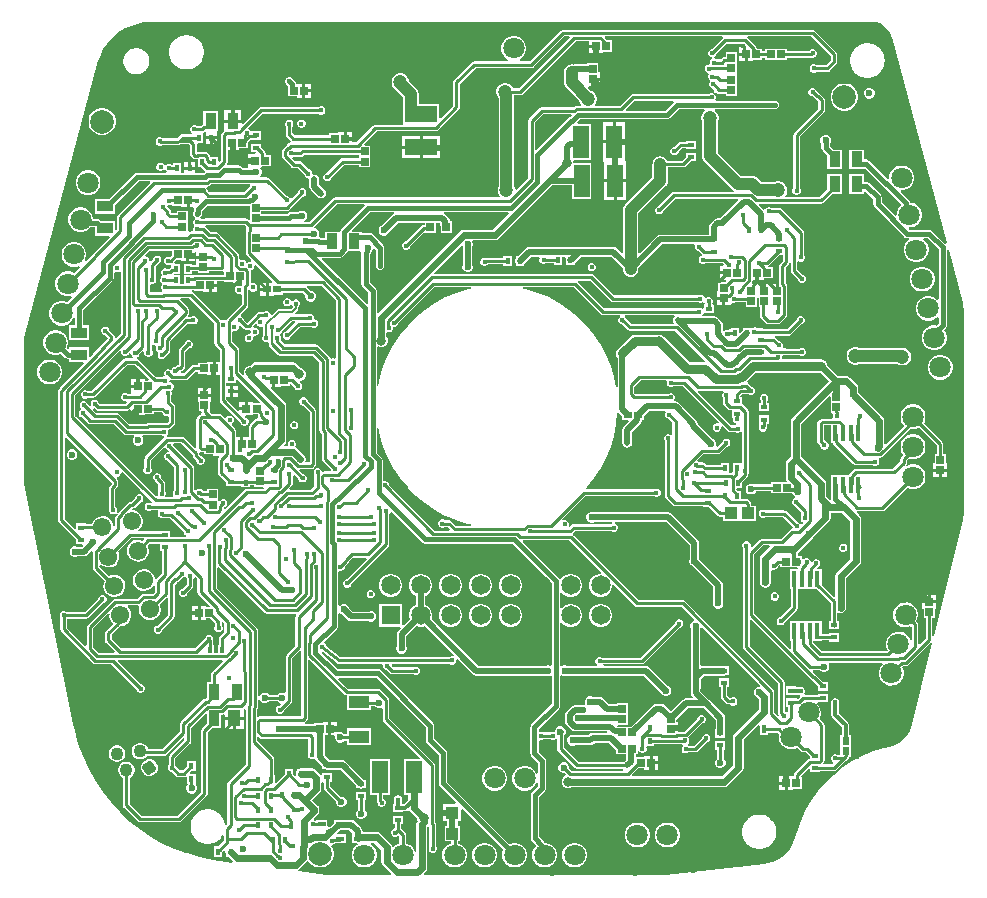
<source format=gbl>
G04*
G04 #@! TF.GenerationSoftware,Altium Limited,Altium Designer,23.1.1 (15)*
G04*
G04 Layer_Physical_Order=4*
G04 Layer_Color=16711680*
%FSLAX44Y44*%
%MOMM*%
G71*
G04*
G04 #@! TF.SameCoordinates,28EF7496-F0B6-4D50-8161-789283B5FA1D*
G04*
G04*
G04 #@! TF.FilePolarity,Positive*
G04*
G01*
G75*
%ADD12C,0.2500*%
%ADD14C,0.1500*%
%ADD18R,1.3500X2.7500*%
%ADD19R,0.4200X0.6400*%
%ADD21R,0.4000X0.5500*%
%ADD25R,0.5500X0.4000*%
%ADD27R,0.9500X1.3500*%
%ADD29R,0.5500X0.4500*%
%ADD30R,0.6200X0.6600*%
%ADD31R,1.0000X1.0000*%
%ADD32R,0.6800X0.6400*%
%ADD41R,0.6400X0.6800*%
%ADD86C,0.5000*%
%ADD87C,1.0000*%
%ADD88C,0.4000*%
%ADD89C,0.6000*%
%ADD90C,0.8000*%
%ADD91C,0.3000*%
%ADD93R,0.6000X1.7000*%
%ADD94C,1.6500*%
%ADD95R,1.6500X1.6500*%
G04:AMPARAMS|DCode=96|XSize=1mm|YSize=1mm|CornerRadius=0.25mm|HoleSize=0mm|Usage=FLASHONLY|Rotation=120.000|XOffset=0mm|YOffset=0mm|HoleType=Round|Shape=RoundedRectangle|*
%AMROUNDEDRECTD96*
21,1,1.0000,0.5000,0,0,120.0*
21,1,0.5000,1.0000,0,0,120.0*
1,1,0.5000,0.0915,0.3415*
1,1,0.5000,0.3415,-0.0915*
1,1,0.5000,-0.0915,-0.3415*
1,1,0.5000,-0.3415,0.0915*
%
%ADD96ROUNDEDRECTD96*%
%ADD97C,1.1000*%
%ADD98C,3.0000*%
%ADD99C,1.8000*%
%ADD100C,2.0000*%
%ADD101C,1.5500*%
%ADD102C,0.4000*%
%ADD103C,0.8000*%
%ADD104C,0.6000*%
%ADD105C,1.2000*%
%ADD106C,1.0000*%
%ADD107R,0.6600X0.6200*%
%ADD108R,0.6400X0.4200*%
%ADD109R,1.3500X0.9500*%
%ADD110R,0.4500X1.4000*%
%ADD111R,0.6500X0.7000*%
%ADD112R,2.7500X1.3500*%
%ADD113R,1.1000X1.4000*%
%ADD114R,0.9000X1.4000*%
%ADD115R,0.4200X0.5000*%
%ADD116R,1.7500X1.1000*%
%ADD117R,1.1000X1.0000*%
%ADD118C,0.2400*%
G36*
X730297Y704183D02*
X731770Y704183D01*
X734676Y703704D01*
X737465Y702757D01*
X740063Y701368D01*
X742400Y699575D01*
X744413Y697426D01*
X746049Y694977D01*
X747265Y692293D01*
X747646Y690871D01*
X747646Y690871D01*
X794287Y516806D01*
X793148Y516149D01*
X782273Y527023D01*
X781116Y527797D01*
X779750Y528069D01*
X762692D01*
X762215Y528688D01*
X762821Y529958D01*
X763895D01*
X766566Y530674D01*
X768960Y532056D01*
X770915Y534011D01*
X772298Y536405D01*
X773013Y539076D01*
Y541840D01*
X772298Y544511D01*
X770915Y546905D01*
X768960Y548860D01*
X766566Y550243D01*
X763895Y550958D01*
X763299D01*
X763131Y551803D01*
X762358Y552960D01*
X755273Y560046D01*
X755798Y561316D01*
X757516D01*
X760186Y562031D01*
X762580Y563414D01*
X764536Y565369D01*
X765918Y567763D01*
X766633Y570433D01*
Y573198D01*
X765918Y575868D01*
X764536Y578263D01*
X762580Y580218D01*
X760186Y581600D01*
X757516Y582316D01*
X754751D01*
X752081Y581600D01*
X749686Y580218D01*
X747731Y578263D01*
X746349Y575868D01*
X745633Y573198D01*
Y571481D01*
X744363Y570955D01*
X728902Y586417D01*
X727744Y587190D01*
X726378Y587462D01*
X724250D01*
Y595750D01*
X711750D01*
Y579250D01*
X724250D01*
Y579250D01*
X725520Y579705D01*
X755379Y549846D01*
X755317Y548111D01*
X754111Y546905D01*
X752729Y544511D01*
X752013Y541840D01*
Y540123D01*
X750743Y539597D01*
X739319Y551022D01*
Y555500D01*
X739047Y556866D01*
X738273Y558023D01*
X728930Y567367D01*
X727773Y568140D01*
X726407Y568412D01*
X724250D01*
Y574750D01*
X711750D01*
Y558250D01*
X724250D01*
Y560157D01*
X725520Y560683D01*
X732181Y554022D01*
Y549544D01*
X732453Y548178D01*
X733227Y547020D01*
X758270Y521977D01*
X759428Y521203D01*
X760794Y520931D01*
X762051D01*
X762392Y519661D01*
X762047Y519462D01*
X760092Y517508D01*
X758710Y515113D01*
X757994Y512443D01*
Y509678D01*
X758710Y507007D01*
X760092Y504613D01*
X762047Y502658D01*
X764441Y501276D01*
X767112Y500560D01*
X769877D01*
X772547Y501276D01*
X774941Y502658D01*
X776896Y504613D01*
X778279Y507007D01*
X778994Y509678D01*
Y512443D01*
X778279Y515113D01*
X776896Y517508D01*
X774941Y519462D01*
X774597Y519661D01*
X774937Y520931D01*
X778272D01*
X787553Y511650D01*
Y468994D01*
X786283Y468468D01*
X785069Y469682D01*
X782675Y471065D01*
X780005Y471780D01*
X777240D01*
X774569Y471065D01*
X772175Y469682D01*
X770220Y467727D01*
X768838Y465333D01*
X768122Y462663D01*
Y459898D01*
X768838Y457227D01*
X770220Y454833D01*
X772175Y452878D01*
X774569Y451496D01*
X777240Y450780D01*
X780005D01*
X782675Y451496D01*
X785069Y452878D01*
X786283Y454092D01*
X787553Y453566D01*
Y449093D01*
X785291Y446830D01*
X785068Y446890D01*
X782304D01*
X779633Y446175D01*
X777239Y444792D01*
X775284Y442837D01*
X773902Y440443D01*
X773186Y437772D01*
Y435008D01*
X773902Y432337D01*
X775284Y429943D01*
X777239Y427988D01*
X779633Y426606D01*
X782304Y425890D01*
X785068D01*
X787739Y426606D01*
X790133Y427988D01*
X792088Y429943D01*
X793471Y432337D01*
X794186Y435008D01*
Y437772D01*
X793471Y440443D01*
X792088Y442837D01*
X791740Y443186D01*
X793645Y445091D01*
X794419Y446249D01*
X794691Y447615D01*
Y510392D01*
X795961Y510559D01*
X807993Y465655D01*
X808145Y465087D01*
X808374Y463933D01*
X808528Y462767D01*
X808605Y461594D01*
X808605Y461006D01*
X808605Y286678D01*
X808605Y286129D01*
X808538Y285034D01*
X808404Y283944D01*
X808204Y282865D01*
X808071Y282333D01*
X783471Y183668D01*
X782201Y183824D01*
Y199353D01*
X784097D01*
Y206913D01*
X785137D01*
Y211583D01*
X779398D01*
X773657D01*
Y206913D01*
X774697D01*
Y199353D01*
X776593D01*
Y182034D01*
X771541Y176981D01*
X770367Y177467D01*
Y193853D01*
X770154Y194926D01*
X769546Y195835D01*
X768727Y196654D01*
X769459Y197973D01*
X770128Y200656D01*
X770079Y203420D01*
X769317Y206077D01*
X767894Y208447D01*
X765905Y210368D01*
X763487Y211708D01*
X760804Y212377D01*
X758040Y212329D01*
X755382Y211567D01*
X753012Y210143D01*
X751092Y208154D01*
X749752Y205736D01*
X749083Y203053D01*
X749131Y200289D01*
X749893Y197631D01*
X751317Y195262D01*
X753306Y193341D01*
X755724Y192001D01*
X758406Y191332D01*
X761171Y191380D01*
X763490Y192045D01*
X764411Y191565D01*
X764760Y191220D01*
Y180505D01*
X763490Y180326D01*
X763173Y181432D01*
X761749Y183802D01*
X759760Y185722D01*
X757342Y187063D01*
X754659Y187731D01*
X751895Y187683D01*
X749237Y186921D01*
X746868Y185497D01*
X744947Y183508D01*
X743607Y181090D01*
X742938Y178408D01*
X742986Y175644D01*
X743748Y172986D01*
X744320Y172034D01*
X743403Y171117D01*
X688348D01*
X681235Y178230D01*
X681492Y179500D01*
X688500D01*
Y180196D01*
X694500D01*
Y179250D01*
X703000D01*
Y186250D01*
X694500D01*
Y185804D01*
X688500D01*
Y196500D01*
X661500D01*
Y179500D01*
X662446D01*
Y173772D01*
X661273Y173286D01*
X631554Y203005D01*
Y253339D01*
X639036Y260821D01*
X643923D01*
X644409Y259648D01*
X637506Y252744D01*
X636511Y251256D01*
X636162Y249500D01*
Y229500D01*
X636250Y229057D01*
Y228605D01*
X636423Y228188D01*
X636511Y227744D01*
X636762Y227369D01*
X636935Y226951D01*
X637255Y226632D01*
X637506Y226256D01*
X637882Y226005D01*
X638201Y225685D01*
X638618Y225512D01*
X638994Y225261D01*
X639437Y225173D01*
X639855Y225000D01*
X640307D01*
X640750Y224912D01*
X641193Y225000D01*
X641645D01*
X642063Y225173D01*
X642506Y225261D01*
X642882Y225512D01*
X643299Y225685D01*
X643619Y226005D01*
X643994Y226256D01*
X644245Y226632D01*
X644565Y226951D01*
X644738Y227369D01*
X644989Y227744D01*
X645077Y228188D01*
X645250Y228605D01*
Y229057D01*
X645338Y229500D01*
Y239336D01*
X646608Y240185D01*
X647054Y240000D01*
X648446D01*
X649733Y240533D01*
X650717Y241517D01*
X651250Y242804D01*
Y242985D01*
X652280Y244015D01*
X653550Y243758D01*
Y242300D01*
X667503D01*
X668336Y241077D01*
X668069Y240500D01*
X661500D01*
Y223500D01*
X662446D01*
Y209161D01*
X653285Y200000D01*
X653054D01*
X651767Y199467D01*
X650783Y198483D01*
X650250Y197196D01*
Y195804D01*
X650783Y194517D01*
X651767Y193533D01*
X653054Y193000D01*
X654446D01*
X655733Y193533D01*
X656717Y194517D01*
X657250Y195804D01*
Y196035D01*
X667233Y206017D01*
X667840Y206927D01*
X668054Y208000D01*
Y223500D01*
X684535D01*
X695946Y212089D01*
Y196750D01*
X694500D01*
Y189750D01*
X698479D01*
X698750Y189696D01*
X699021Y189750D01*
X703000D01*
Y196750D01*
X701554D01*
Y202975D01*
X701751Y203225D01*
X702713Y203744D01*
X702824Y203745D01*
X703187Y203673D01*
X703605Y203500D01*
X704057D01*
X704500Y203412D01*
X704943Y203500D01*
X705395D01*
X705813Y203673D01*
X706256Y203761D01*
X706632Y204012D01*
X707049Y204185D01*
X707369Y204505D01*
X707744Y204756D01*
X707995Y205131D01*
X708315Y205451D01*
X708488Y205868D01*
X708739Y206244D01*
X708827Y206687D01*
X709000Y207105D01*
Y207557D01*
X709088Y208000D01*
Y221743D01*
X709338Y223000D01*
Y233114D01*
X720480Y244256D01*
X721474Y245744D01*
X721823Y247500D01*
Y283015D01*
X721474Y284771D01*
X720480Y286259D01*
X717957Y288781D01*
X718583Y289952D01*
X718611Y289946D01*
X739800D01*
X740873Y290160D01*
X741783Y290767D01*
X760577Y309562D01*
X761697Y308916D01*
X764368Y308200D01*
X767132D01*
X769803Y308916D01*
X772197Y310298D01*
X774152Y312253D01*
X775534Y314647D01*
X776250Y317318D01*
Y320082D01*
X775534Y322753D01*
X774152Y325147D01*
X772197Y327102D01*
X769803Y328484D01*
X767132Y329200D01*
X764368D01*
X761697Y328484D01*
X761008Y328087D01*
X760117Y329039D01*
X760449Y329536D01*
X760662Y330609D01*
Y332799D01*
X762077Y334214D01*
X764368Y333600D01*
X767132D01*
X769803Y334316D01*
X772197Y335698D01*
X774152Y337653D01*
X775534Y340047D01*
X776250Y342718D01*
Y345482D01*
X775534Y348153D01*
X774152Y350547D01*
X772197Y352502D01*
X769803Y353884D01*
X767132Y354600D01*
X764368D01*
X761697Y353884D01*
X759303Y352502D01*
X757348Y350547D01*
X755966Y348153D01*
X755250Y345482D01*
Y342718D01*
X755966Y340047D01*
X757348Y337653D01*
X757467Y337534D01*
X755876Y335943D01*
X755268Y335033D01*
X755055Y333960D01*
Y331770D01*
X748589Y325304D01*
X717361D01*
X716288Y325090D01*
X715378Y324483D01*
X712017Y321122D01*
X711410Y320212D01*
X711367Y320000D01*
X696250D01*
Y303000D01*
X696431D01*
Y300250D01*
X696468Y300067D01*
X695297Y299441D01*
X692338Y302400D01*
Y312500D01*
X691989Y314256D01*
X690994Y315744D01*
X671338Y335401D01*
Y363600D01*
X694877Y387138D01*
X696050Y386652D01*
Y381200D01*
Y372600D01*
X697258D01*
X698107Y371330D01*
X697963Y370983D01*
Y369591D01*
X698074Y369324D01*
X697225Y368054D01*
X688964D01*
X687891Y367840D01*
X686982Y367233D01*
X685517Y365768D01*
X684910Y364859D01*
X684696Y363786D01*
Y349031D01*
X684910Y347958D01*
X685517Y347048D01*
X687250Y345316D01*
Y344679D01*
X687783Y343392D01*
X688767Y342408D01*
X690054Y341875D01*
X691446D01*
X692733Y342408D01*
X693717Y343392D01*
X694250Y344679D01*
Y346071D01*
X693717Y347358D01*
X692733Y348342D01*
X691745Y348751D01*
X690304Y350192D01*
Y362446D01*
X696250D01*
Y347000D01*
X698367D01*
X698410Y346788D01*
X699017Y345878D01*
X715378Y329517D01*
X716288Y328910D01*
X717361Y328696D01*
X731604D01*
X731767Y328533D01*
X733054Y328000D01*
X734446D01*
X735733Y328533D01*
X736717Y329517D01*
X737250Y330804D01*
Y332196D01*
X736717Y333483D01*
X736524Y333676D01*
X737050Y334946D01*
X738132D01*
X739205Y335160D01*
X740114Y335767D01*
X763563Y359216D01*
X764368Y359000D01*
X767132D01*
X769803Y359716D01*
X770923Y360362D01*
X785946Y345339D01*
Y337700D01*
X784050D01*
Y330140D01*
X783010D01*
Y325470D01*
X794490D01*
Y330140D01*
X793450D01*
Y337700D01*
X791554D01*
Y346500D01*
X791340Y347573D01*
X790733Y348483D01*
X774888Y364327D01*
X775534Y365447D01*
X776250Y368118D01*
Y370882D01*
X775534Y373553D01*
X774152Y375947D01*
X772197Y377902D01*
X769803Y379284D01*
X767132Y380000D01*
X764368D01*
X761697Y379284D01*
X759303Y377902D01*
X757348Y375947D01*
X755966Y373553D01*
X755250Y370882D01*
Y368118D01*
X755966Y365447D01*
X757348Y363053D01*
X758409Y361992D01*
X742679Y346263D01*
X741506Y346749D01*
Y366332D01*
X741157Y368088D01*
X740162Y369576D01*
X719338Y390401D01*
Y393985D01*
X718989Y395741D01*
X717994Y397230D01*
X712480Y402744D01*
X710991Y403739D01*
X709235Y404088D01*
X702651D01*
X693139Y413600D01*
X692931Y414646D01*
X691715Y416465D01*
X689896Y417681D01*
X687750Y418108D01*
X655898D01*
X655192Y419164D01*
X655250Y419304D01*
Y420696D01*
X655170Y420890D01*
X655875Y421946D01*
X657095D01*
X657150Y421910D01*
X658223Y421696D01*
X669604D01*
X669767Y421533D01*
X671054Y421000D01*
X672446D01*
X673733Y421533D01*
X674717Y422517D01*
X675250Y423804D01*
Y425196D01*
X674717Y426483D01*
X673733Y427467D01*
X672446Y428000D01*
X671054D01*
X669767Y427467D01*
X669604Y427304D01*
X659101D01*
X659046Y427340D01*
X657973Y427554D01*
X656150D01*
X655301Y428824D01*
X655500Y429304D01*
Y430696D01*
X654967Y431983D01*
X653983Y432967D01*
X652696Y433500D01*
X652465D01*
X648983Y436983D01*
X648842Y437076D01*
X649227Y438346D01*
X660400D01*
X661473Y438560D01*
X662383Y439168D01*
X671215Y448000D01*
X671446D01*
X672733Y448533D01*
X673717Y449517D01*
X674250Y450804D01*
Y452196D01*
X673717Y453483D01*
X672733Y454467D01*
X671446Y455000D01*
X670054D01*
X668767Y454467D01*
X667783Y453483D01*
X667250Y452196D01*
Y451965D01*
X659239Y443954D01*
X639608D01*
X639047Y444329D01*
X637974Y444542D01*
X633708D01*
X633545Y444706D01*
X632259Y445238D01*
X630866D01*
X630270Y444991D01*
X629000Y445000D01*
X629000Y445000D01*
X629000Y445000D01*
X622000D01*
Y443018D01*
X619673Y440691D01*
X618500Y441177D01*
Y445000D01*
X611500D01*
Y443554D01*
X610023D01*
X608950Y443340D01*
X608910Y443314D01*
X607985D01*
X606698Y442781D01*
X606098Y442181D01*
X604828Y442707D01*
Y447571D01*
X604518Y449132D01*
X603634Y450455D01*
X603634Y450455D01*
X600705Y453384D01*
X599382Y454268D01*
X597821Y454578D01*
X597821Y454578D01*
X587605D01*
X587159Y455848D01*
X587821Y456511D01*
X587828Y456517D01*
X588521Y457500D01*
X589505Y457500D01*
X597000D01*
Y464500D01*
X596496D01*
X596190Y464899D01*
X595822Y465770D01*
X596250Y466804D01*
Y468196D01*
X595717Y469483D01*
X594733Y470467D01*
X593446Y471000D01*
X592054D01*
X590767Y470467D01*
X590513Y470213D01*
X590177Y470208D01*
X589089Y470585D01*
X588717Y471483D01*
X587733Y472467D01*
X586446Y473000D01*
X585054D01*
X583767Y472467D01*
X583604Y472304D01*
X512911D01*
X495483Y489733D01*
X494573Y490340D01*
X493500Y490554D01*
X360952D01*
X360466Y491727D01*
X383077Y514338D01*
X384511Y513976D01*
X384672Y513587D01*
Y498413D01*
X384250Y497395D01*
Y495605D01*
X384935Y493951D01*
X386201Y492685D01*
X387855Y492000D01*
X389645D01*
X391299Y492685D01*
X392565Y493951D01*
X393250Y495605D01*
Y497395D01*
X392828Y498413D01*
Y513587D01*
X393250Y514605D01*
Y516395D01*
X392734Y517642D01*
X393361Y518912D01*
X411750D01*
X413506Y519261D01*
X414994Y520256D01*
X460160Y565422D01*
X477000D01*
Y554250D01*
X493500D01*
Y584750D01*
X478250D01*
Y585594D01*
X478002Y586194D01*
X478707Y587250D01*
X492750D01*
Y617750D01*
X481798D01*
X481312Y618923D01*
X483820Y621431D01*
X557296D01*
X558661Y621703D01*
X559819Y622477D01*
X567274Y629931D01*
X589082D01*
X589422Y628661D01*
X589145Y628502D01*
X587748Y627105D01*
X586761Y625395D01*
X586250Y623487D01*
Y621513D01*
X586761Y619605D01*
X587194Y618856D01*
Y590500D01*
X587417Y588803D01*
X588072Y587222D01*
X589114Y585864D01*
X612827Y562151D01*
X614185Y561110D01*
X614352Y561040D01*
X614100Y559770D01*
X563216D01*
X562143Y559557D01*
X561234Y558949D01*
X550285Y548000D01*
X550054D01*
X548767Y547467D01*
X547783Y546483D01*
X547250Y545196D01*
Y543804D01*
X547783Y542517D01*
X548767Y541533D01*
X550054Y541000D01*
X551446D01*
X552733Y541533D01*
X553717Y542517D01*
X554250Y543804D01*
Y544035D01*
X564378Y554162D01*
X617411D01*
X617897Y552989D01*
X602894Y537986D01*
X602051Y537637D01*
X600222D01*
X598662Y537327D01*
X597338Y536442D01*
X597338Y536442D01*
X594030Y533134D01*
X593146Y531811D01*
X592835Y530250D01*
X592835Y530250D01*
Y523828D01*
X552000D01*
X550439Y523518D01*
X549116Y522634D01*
X549116Y522634D01*
X534479Y507997D01*
X533306Y508483D01*
Y541784D01*
X556386Y564864D01*
X557428Y566222D01*
X558083Y567803D01*
X558306Y569500D01*
Y580696D01*
X571250D01*
X572323Y580910D01*
X573233Y581517D01*
X577465Y585750D01*
X582000D01*
Y592750D01*
X573500D01*
Y589715D01*
X570089Y586304D01*
X557637D01*
X557592Y586381D01*
X557428Y586778D01*
X557166Y587119D01*
X556951Y587491D01*
X556647Y587795D01*
X556386Y588136D01*
X556045Y588397D01*
X555741Y588701D01*
X555369Y588916D01*
X555028Y589178D01*
X554631Y589342D01*
X554259Y589557D01*
X553844Y589668D01*
X553447Y589833D01*
X553021Y589889D01*
X552606Y590000D01*
X552176D01*
X551750Y590056D01*
X551324Y590000D01*
X550894D01*
X550479Y589889D01*
X550053Y589833D01*
X549656Y589668D01*
X549241Y589557D01*
X548869Y589342D01*
X548472Y589178D01*
X548131Y588916D01*
X547759Y588701D01*
X547455Y588397D01*
X547114Y588136D01*
X546853Y587795D01*
X546549Y587491D01*
X546334Y587119D01*
X546072Y586778D01*
X545908Y586381D01*
X545693Y586009D01*
X545582Y585594D01*
X545417Y585197D01*
X545361Y584771D01*
X545250Y584356D01*
Y583926D01*
X545194Y583500D01*
Y572216D01*
X522114Y549136D01*
X521072Y547778D01*
X520417Y546197D01*
X520194Y544500D01*
Y508483D01*
X519021Y507997D01*
X514884Y512134D01*
X513561Y513018D01*
X512000Y513328D01*
X512000Y513328D01*
X441000D01*
X441000Y513328D01*
X439439Y513018D01*
X438116Y512134D01*
X431732Y505750D01*
X429500D01*
Y503462D01*
X429232Y503061D01*
X428922Y501500D01*
X429232Y499939D01*
X429500Y499538D01*
Y497250D01*
X436500D01*
Y498982D01*
X442689Y505172D01*
X449009D01*
X449770Y503902D01*
X449500Y503250D01*
Y501858D01*
X450033Y500571D01*
X451017Y499587D01*
X452304Y499054D01*
X453696D01*
X454983Y499587D01*
X455092Y499696D01*
X461750D01*
Y498250D01*
X468750D01*
Y505172D01*
X471201D01*
X471835Y504269D01*
X471950Y503902D01*
X471672Y502500D01*
X471982Y500939D01*
X472250Y500538D01*
Y498250D01*
X479250D01*
Y499982D01*
X484439Y505172D01*
X510311D01*
X520194Y495288D01*
Y494500D01*
X520250Y494074D01*
Y493644D01*
X520361Y493229D01*
X520417Y492803D01*
X520582Y492406D01*
X520693Y491991D01*
X520908Y491619D01*
X521072Y491222D01*
X521334Y490881D01*
X521549Y490509D01*
X521853Y490205D01*
X522114Y489864D01*
X522455Y489603D01*
X522759Y489299D01*
X523131Y489084D01*
X523472Y488822D01*
X523869Y488658D01*
X524241Y488443D01*
X524656Y488332D01*
X525053Y488167D01*
X525479Y488111D01*
X525894Y488000D01*
X526324D01*
X526750Y487944D01*
X527176Y488000D01*
X527606D01*
X528021Y488111D01*
X528447Y488167D01*
X528844Y488332D01*
X529259Y488443D01*
X529631Y488658D01*
X530028Y488822D01*
X530369Y489084D01*
X530741Y489299D01*
X531045Y489603D01*
X531386Y489864D01*
X531647Y490205D01*
X531951Y490509D01*
X532166Y490881D01*
X532428Y491222D01*
X532592Y491619D01*
X532807Y491991D01*
X532918Y492406D01*
X533083Y492803D01*
X533139Y493229D01*
X533250Y493644D01*
Y494074D01*
X533306Y494500D01*
Y495288D01*
X553689Y515672D01*
X580597D01*
X581446Y514402D01*
X581360Y514196D01*
Y512804D01*
X581893Y511517D01*
X582878Y510533D01*
X584164Y510000D01*
X584395D01*
X587125Y507270D01*
X587125Y507221D01*
X587090Y506628D01*
X586859Y505919D01*
X585767Y505467D01*
X584783Y504483D01*
X584250Y503196D01*
Y501804D01*
X584783Y500517D01*
X585767Y499533D01*
X587054Y499000D01*
X588446D01*
X589733Y499533D01*
X589896Y499696D01*
X604457D01*
X605643Y498510D01*
X605117Y497240D01*
X602510D01*
Y492770D01*
X608450D01*
Y490230D01*
X602510D01*
Y485760D01*
X607185D01*
X607671Y484587D01*
X606485Y483400D01*
X601050D01*
Y475840D01*
X600010D01*
Y471170D01*
X605750D01*
Y469900D01*
X607020D01*
Y463960D01*
X611490D01*
Y465151D01*
X612760Y465999D01*
X613113Y465853D01*
X614506D01*
X615792Y466386D01*
X615816Y466409D01*
X624050D01*
Y462300D01*
X633450D01*
Y469860D01*
X635050D01*
Y462300D01*
X635896D01*
Y455050D01*
X636110Y453977D01*
X636717Y453067D01*
X641217Y448567D01*
X642127Y447960D01*
X643200Y447746D01*
X651300D01*
X652373Y447960D01*
X653283Y448567D01*
X658683Y453967D01*
X659290Y454877D01*
X659504Y455950D01*
Y480339D01*
X659290Y481412D01*
X658683Y482322D01*
X657893Y483111D01*
Y495999D01*
X660233Y498339D01*
X660840Y499249D01*
X660961Y499854D01*
X662231Y499729D01*
Y493215D01*
X662444Y492142D01*
X663052Y491233D01*
X668250Y486035D01*
Y485804D01*
X668783Y484517D01*
X669767Y483533D01*
X671054Y483000D01*
X672446D01*
X673733Y483533D01*
X674717Y484517D01*
X675250Y485804D01*
Y487196D01*
X674717Y488483D01*
X673733Y489467D01*
X672446Y490000D01*
X672215D01*
X667839Y494377D01*
Y500802D01*
X669109Y501391D01*
X670054Y501000D01*
X671446D01*
X672733Y501533D01*
X673717Y502517D01*
X674250Y503804D01*
Y505196D01*
X673717Y506483D01*
X673554Y506646D01*
Y525500D01*
X673340Y526573D01*
X672733Y527483D01*
X654733Y545483D01*
X653823Y546090D01*
X652750Y546304D01*
X645896D01*
X645733Y546467D01*
X644446Y547000D01*
X643054D01*
X641767Y546467D01*
X640783Y545483D01*
X640651Y545163D01*
X639152Y544865D01*
X635245Y548773D01*
X635731Y549946D01*
X687750D01*
X688823Y550160D01*
X689733Y550767D01*
X697215Y558250D01*
X705750D01*
Y574750D01*
X693250D01*
Y562215D01*
X686589Y555554D01*
X658070D01*
X657584Y556727D01*
X657751Y556895D01*
X658739Y558605D01*
X659250Y560513D01*
Y562487D01*
X658739Y564395D01*
X657751Y566105D01*
X656355Y567501D01*
X654645Y568489D01*
X652737Y569000D01*
X650763D01*
X648855Y568489D01*
X648768Y568439D01*
X637468D01*
X634483Y571423D01*
X633125Y572465D01*
X631544Y573120D01*
X629847Y573343D01*
X620178D01*
X600306Y593216D01*
Y618856D01*
X600739Y619605D01*
X601250Y621513D01*
Y623487D01*
X600739Y625395D01*
X599752Y627105D01*
X598355Y628502D01*
X598078Y628661D01*
X598418Y629931D01*
X648750D01*
X649095Y630000D01*
X649446D01*
X649771Y630135D01*
X650116Y630203D01*
X650408Y630398D01*
X650733Y630533D01*
X650981Y630781D01*
X651273Y630977D01*
X651469Y631269D01*
X651717Y631517D01*
X651852Y631842D01*
X652047Y632134D01*
X652115Y632479D01*
X652250Y632804D01*
Y633155D01*
X652319Y633500D01*
X652250Y633845D01*
Y634196D01*
X652115Y634521D01*
X652047Y634866D01*
X651852Y635158D01*
X651717Y635483D01*
X651469Y635731D01*
X651273Y636023D01*
X650981Y636219D01*
X650733Y636467D01*
X650408Y636602D01*
X650116Y636797D01*
X649771Y636866D01*
X649446Y637000D01*
X649095D01*
X648750Y637069D01*
X598928D01*
X598356Y638339D01*
X598760Y639314D01*
Y640707D01*
X598228Y641993D01*
X597243Y642978D01*
X595957Y643510D01*
X594564D01*
X593278Y642978D01*
X593115Y642814D01*
X528790D01*
X527717Y642601D01*
X526807Y641993D01*
X517368Y632554D01*
X497070D01*
X496584Y633727D01*
X496752Y633895D01*
X497739Y635605D01*
X498250Y637513D01*
Y639487D01*
X497739Y641395D01*
X496752Y643105D01*
X495355Y644501D01*
X493645Y645489D01*
X493548Y645515D01*
X490976Y648087D01*
X491462Y649260D01*
X493480D01*
Y655200D01*
X494750D01*
Y656470D01*
X500490D01*
Y661140D01*
X499450D01*
Y668700D01*
X490050D01*
Y667878D01*
X479050D01*
X478568Y667783D01*
X478447Y667833D01*
X476750Y668056D01*
X475053Y667833D01*
X473472Y667178D01*
X472114Y666136D01*
X471072Y664778D01*
X470417Y663197D01*
X470194Y661500D01*
Y653041D01*
X470417Y651344D01*
X471072Y649763D01*
X472114Y648405D01*
X483339Y637180D01*
X483761Y635605D01*
X484748Y633895D01*
X484916Y633727D01*
X484430Y632554D01*
X480374D01*
X479301Y632340D01*
X478392Y631733D01*
X478213Y631554D01*
X451465D01*
X450392Y631340D01*
X449482Y630733D01*
X441017Y622268D01*
X440410Y621358D01*
X440196Y620285D01*
Y571821D01*
X430281Y561906D01*
X429108Y562392D01*
Y562630D01*
X428597Y564537D01*
X428164Y565287D01*
Y641946D01*
X433430D01*
X434503Y642160D01*
X435412Y642767D01*
X480341Y687696D01*
X491510D01*
Y684770D01*
X497450D01*
Y683500D01*
X498720D01*
Y677760D01*
X503390D01*
Y678800D01*
X510950D01*
Y688200D01*
X506572D01*
X506490Y688612D01*
X505883Y689522D01*
X504882Y690523D01*
X505368Y691696D01*
X604422D01*
X604807Y690426D01*
X604517Y690233D01*
X595285Y681000D01*
X595054D01*
X593767Y680467D01*
X592783Y679483D01*
X592250Y678196D01*
Y676804D01*
X592783Y675517D01*
X593767Y674533D01*
X595054Y674000D01*
X595555D01*
X595808Y672730D01*
X595173Y672467D01*
X594189Y671483D01*
X593656Y670196D01*
Y668804D01*
X592718Y667750D01*
X592304D01*
X591017Y667217D01*
X590033Y666233D01*
X589500Y664946D01*
Y663554D01*
X590033Y662267D01*
X591017Y661283D01*
X592304Y660750D01*
X592387D01*
X592974Y659541D01*
X592441Y658255D01*
Y656862D01*
X592974Y655576D01*
X593959Y654592D01*
X593715Y653318D01*
X593250Y652196D01*
Y650804D01*
X593783Y649517D01*
X594767Y648533D01*
X595755Y648124D01*
X597477Y646402D01*
Y645900D01*
X597690Y644827D01*
X598298Y643917D01*
X599207Y643310D01*
X600280Y643096D01*
X607050D01*
Y641000D01*
X616450D01*
Y649600D01*
Y658730D01*
X616450Y659400D01*
X616450Y660670D01*
Y668600D01*
Y678400D01*
X607050D01*
Y674154D01*
X605900D01*
X604827Y673940D01*
X603917Y673333D01*
X602889Y672304D01*
X599302D01*
X599138Y672467D01*
X597852Y673000D01*
X597351D01*
X597098Y674270D01*
X597733Y674533D01*
X598717Y675517D01*
X599250Y676804D01*
Y677035D01*
X607661Y685446D01*
X622556D01*
X624589Y683413D01*
X624103Y682240D01*
X618510D01*
Y677770D01*
X624450D01*
Y676500D01*
X625720D01*
Y670760D01*
X630390D01*
Y671800D01*
X637950D01*
Y673696D01*
X640550D01*
Y671800D01*
X658950D01*
Y673696D01*
X679594D01*
X679993Y673775D01*
X680054Y673750D01*
X681446D01*
X682733Y674283D01*
X683717Y675267D01*
X684250Y676554D01*
Y677946D01*
X683717Y679233D01*
X682733Y680217D01*
X681446Y680750D01*
X680054D01*
X678767Y680217D01*
X677854Y679304D01*
X658950D01*
Y681200D01*
X640550D01*
Y679304D01*
X637950D01*
Y681200D01*
X633677D01*
X633490Y682141D01*
X632883Y683050D01*
X625700Y690233D01*
X625410Y690426D01*
X625796Y691696D01*
X679589D01*
X695946Y675339D01*
Y671126D01*
X692124Y667304D01*
X683896D01*
X683733Y667467D01*
X682446Y668000D01*
X681054D01*
X679767Y667467D01*
X678783Y666483D01*
X678250Y665196D01*
Y663804D01*
X678783Y662517D01*
X679767Y661533D01*
X681054Y661000D01*
X682446D01*
X683733Y661533D01*
X683896Y661696D01*
X693286D01*
X694359Y661910D01*
X695268Y662517D01*
X700733Y667982D01*
X701340Y668892D01*
X701554Y669965D01*
Y676500D01*
X701340Y677573D01*
X700733Y678483D01*
X682733Y696483D01*
X681823Y697090D01*
X680750Y697304D01*
X469453D01*
X468380Y697090D01*
X467470Y696483D01*
X441542Y670554D01*
X432970D01*
X432762Y670803D01*
X433052Y672437D01*
X434197Y673098D01*
X436152Y675053D01*
X437534Y677447D01*
X438250Y680118D01*
Y682882D01*
X437534Y685553D01*
X436152Y687947D01*
X434197Y689902D01*
X431803Y691284D01*
X429132Y692000D01*
X426368D01*
X423697Y691284D01*
X421303Y689902D01*
X419348Y687947D01*
X417966Y685553D01*
X417250Y682882D01*
Y680118D01*
X417966Y677447D01*
X419348Y675053D01*
X421303Y673098D01*
X422448Y672437D01*
X422738Y670803D01*
X422530Y670554D01*
X394383D01*
X393310Y670340D01*
X392400Y669733D01*
X377256Y654588D01*
X376648Y653679D01*
X376435Y652606D01*
Y632841D01*
X365847Y622254D01*
X364674Y622740D01*
Y634504D01*
X347230D01*
Y643285D01*
X347007Y644982D01*
X346352Y646563D01*
X345310Y647921D01*
X339161Y654069D01*
X338739Y655645D01*
X337752Y657355D01*
X336355Y658752D01*
X334645Y659739D01*
X332737Y660250D01*
X330763D01*
X328855Y659739D01*
X327145Y658752D01*
X325748Y657355D01*
X324761Y655645D01*
X324250Y653737D01*
Y651763D01*
X324761Y649855D01*
X325748Y648145D01*
X327145Y646749D01*
X328855Y645761D01*
X328952Y645735D01*
X334118Y640569D01*
Y628004D01*
X334174Y627578D01*
Y618004D01*
X334174D01*
X333920Y616839D01*
X310666D01*
X309593Y616626D01*
X308684Y616018D01*
X294524Y601858D01*
X290964D01*
Y603734D01*
X285024D01*
Y605004D01*
X283754D01*
Y610744D01*
X279084D01*
Y609704D01*
X271524D01*
Y607808D01*
X242333D01*
X240267Y609874D01*
Y615067D01*
X240717Y615517D01*
X241250Y616804D01*
Y618196D01*
X240717Y619483D01*
X239733Y620467D01*
X238446Y621000D01*
X237054D01*
X235767Y620467D01*
X234783Y619483D01*
X234250Y618196D01*
Y616804D01*
X234659Y615816D01*
Y608713D01*
X234873Y607640D01*
X235480Y606730D01*
X239083Y603128D01*
X239061Y602678D01*
X238731Y601800D01*
X237949Y601645D01*
X237039Y601037D01*
X235876Y599874D01*
X235709Y599840D01*
X234800Y599233D01*
X232017Y596450D01*
X231410Y595541D01*
X231196Y594468D01*
Y590532D01*
X231410Y589459D01*
X232017Y588550D01*
X239390Y581177D01*
X240300Y580569D01*
X241373Y580356D01*
X244929D01*
X250250Y575035D01*
Y574804D01*
X250783Y573517D01*
X251767Y572533D01*
X253054Y572000D01*
X253675D01*
X254726Y570869D01*
X254737Y570827D01*
X254672Y570500D01*
Y564500D01*
X254672Y564500D01*
X254982Y562939D01*
X255866Y561616D01*
X261866Y555616D01*
X263189Y554732D01*
X264750Y554422D01*
X266311Y554732D01*
X267634Y555616D01*
X268518Y556939D01*
X268828Y558500D01*
X268518Y560061D01*
X267634Y561384D01*
X262828Y566189D01*
Y570500D01*
X262518Y572061D01*
X261634Y573384D01*
X260311Y574268D01*
X258750Y574578D01*
X258423Y574513D01*
X258381Y574524D01*
X257250Y575575D01*
Y576196D01*
X256717Y577483D01*
X255733Y578467D01*
X254446Y579000D01*
X254215D01*
X248073Y585142D01*
X247163Y585750D01*
X246090Y585964D01*
X242534D01*
X240291Y588207D01*
X240506Y589287D01*
X240747Y589547D01*
X240896Y589696D01*
X247121D01*
X248194Y589910D01*
X249103Y590517D01*
X250086Y591500D01*
X296724D01*
Y588508D01*
X282954D01*
X281881Y588295D01*
X280972Y587687D01*
X269285Y576000D01*
X269054D01*
X267767Y575467D01*
X266783Y574483D01*
X266250Y573196D01*
Y571804D01*
X266783Y570517D01*
X267767Y569533D01*
X269054Y569000D01*
X270446D01*
X271733Y569533D01*
X272717Y570517D01*
X273250Y571804D01*
Y572035D01*
X284116Y582900D01*
X296724D01*
Y580804D01*
X306124D01*
Y589404D01*
Y599204D01*
X301460D01*
X300974Y600378D01*
X311828Y611232D01*
X361595D01*
X362668Y611445D01*
X363577Y612053D01*
X381221Y629697D01*
X381829Y630607D01*
X382043Y631680D01*
Y651444D01*
X395544Y664946D01*
X442703D01*
X443776Y665160D01*
X444686Y665767D01*
X470614Y691696D01*
X474751D01*
X475237Y690523D01*
X432268Y647554D01*
X427513D01*
X427489Y647645D01*
X426502Y649355D01*
X425105Y650751D01*
X423395Y651739D01*
X421487Y652250D01*
X419513D01*
X417605Y651739D01*
X415895Y650751D01*
X414498Y649355D01*
X413511Y647645D01*
X413000Y645737D01*
Y643763D01*
X413511Y641855D01*
X414498Y640145D01*
X415052Y639592D01*
Y565287D01*
X414619Y564537D01*
X414108Y562630D01*
Y560655D01*
X414619Y558747D01*
X415606Y557037D01*
X416070Y556574D01*
X415544Y555304D01*
X276750D01*
X275677Y555090D01*
X274767Y554483D01*
X254643Y534358D01*
X250797D01*
X250545Y535628D01*
X251118Y535866D01*
X252384Y537132D01*
X253069Y538786D01*
Y540576D01*
X252384Y542230D01*
X251118Y543496D01*
X249464Y544181D01*
X247674D01*
X246020Y543496D01*
X245774Y543249D01*
X239546D01*
X238180Y542978D01*
X237022Y542204D01*
X236091Y541273D01*
X214124D01*
Y543501D01*
X235554D01*
X236627Y543714D01*
X237537Y544322D01*
X249215Y556000D01*
X249446D01*
X250733Y556533D01*
X251717Y557517D01*
X252250Y558804D01*
Y560196D01*
X251717Y561483D01*
X250733Y562467D01*
X249446Y563000D01*
X248054D01*
X246767Y562467D01*
X245783Y561483D01*
X245250Y560196D01*
Y559965D01*
X239684Y554400D01*
X238439Y554647D01*
X238358Y554841D01*
X237374Y555826D01*
X236087Y556359D01*
X235856D01*
X220733Y571483D01*
X219823Y572090D01*
X218750Y572304D01*
X213714D01*
X213188Y573574D01*
X213565Y573951D01*
X214250Y575605D01*
Y577395D01*
X213565Y579049D01*
X213124Y579490D01*
X213650Y580760D01*
X214390D01*
Y581800D01*
X221950D01*
Y591200D01*
X217704D01*
Y592850D01*
X217490Y593923D01*
X216883Y594833D01*
X214000Y597715D01*
Y600750D01*
X205500D01*
Y593750D01*
X209136D01*
X209297Y593510D01*
X208618Y592240D01*
X202510D01*
Y587770D01*
X208450D01*
Y585230D01*
X202510D01*
Y580760D01*
X201526Y580069D01*
X198561D01*
X197306Y581323D01*
X196148Y582097D01*
X194783Y582369D01*
X185132D01*
X184646Y583542D01*
X184733Y583628D01*
X185340Y584538D01*
X185554Y585611D01*
Y595760D01*
X188180D01*
Y601500D01*
X190720D01*
Y595760D01*
X195390D01*
Y596800D01*
X202950D01*
Y602235D01*
X204911Y604196D01*
X209000D01*
X209271Y604250D01*
X214000D01*
Y611250D01*
X205500D01*
X204535Y611986D01*
X204470Y612142D01*
X203500Y613113D01*
X203259Y613373D01*
X203044Y614453D01*
X214787Y626196D01*
X262604D01*
X262767Y626033D01*
X264054Y625500D01*
X265446D01*
X266733Y626033D01*
X267717Y627017D01*
X268250Y628304D01*
Y629696D01*
X267717Y630983D01*
X266733Y631967D01*
X265446Y632500D01*
X264054D01*
X262767Y631967D01*
X262604Y631804D01*
X213626D01*
X212553Y631590D01*
X211643Y630983D01*
X198137Y617477D01*
X196964Y617963D01*
Y618734D01*
X189674D01*
X182384D01*
Y611584D01*
X182232Y611483D01*
X180767Y610018D01*
X180160Y609109D01*
X179946Y608036D01*
Y586772D01*
X178673Y585499D01*
X177500Y585985D01*
Y589750D01*
X170982D01*
X170840Y590462D01*
X170233Y591372D01*
X168622Y592983D01*
X167712Y593591D01*
X166639Y593804D01*
X160361D01*
X159228Y594873D01*
Y600540D01*
X160281Y601754D01*
X164674D01*
Y610254D01*
X164674Y610254D01*
X165247Y610414D01*
X165864Y610826D01*
X166781Y610499D01*
X167134Y610203D01*
Y607274D01*
X171674D01*
Y606004D01*
D01*
Y607274D01*
X176214D01*
Y611294D01*
X177294Y611754D01*
X177424D01*
Y628254D01*
X164924D01*
Y617159D01*
X164601Y617095D01*
X163692Y616487D01*
X163013Y615808D01*
X159570D01*
X159407Y615971D01*
X158120Y616504D01*
X156728D01*
X155442Y615971D01*
X154457Y614987D01*
X153924Y613700D01*
Y612308D01*
X154457Y611022D01*
X155400Y610078D01*
X155391Y609859D01*
X155090Y608808D01*
X147378D01*
X146305Y608595D01*
X145395Y607987D01*
X142712Y605304D01*
X130396D01*
X129983Y605717D01*
X128696Y606250D01*
X127304D01*
X126017Y605717D01*
X125033Y604733D01*
X124500Y603446D01*
Y602054D01*
X125033Y600767D01*
X126017Y599783D01*
X127304Y599250D01*
X128696D01*
X129774Y599696D01*
X143874D01*
X144946Y599910D01*
X145382Y600201D01*
X152798D01*
X153620Y599378D01*
Y592063D01*
X153834Y590990D01*
X154441Y590081D01*
X155906Y588616D01*
X156816Y588008D01*
X157889Y587795D01*
X159960D01*
X160000Y587762D01*
Y581250D01*
X163035D01*
X165908Y578377D01*
X165943Y577162D01*
X165112Y576194D01*
X157964D01*
Y578734D01*
X153424D01*
X148884D01*
Y576194D01*
X146424D01*
Y584254D01*
X139424D01*
Y583120D01*
X138154Y583083D01*
X137770Y583467D01*
X136483Y584000D01*
X135091D01*
X133804Y583467D01*
X133198Y582861D01*
X131872Y582991D01*
X131740Y583062D01*
X131735Y583075D01*
X130750Y584059D01*
X129464Y584592D01*
X128071D01*
X126785Y584059D01*
X125800Y583075D01*
X125267Y581788D01*
Y580396D01*
X125800Y579110D01*
X126785Y578125D01*
X128071Y577592D01*
X129464D01*
X130750Y578125D01*
X131356Y578731D01*
X132683Y578601D01*
X132815Y578530D01*
X132820Y578517D01*
X133804Y577533D01*
X133972Y577464D01*
X133719Y576194D01*
X108625D01*
X107259Y575922D01*
X106102Y575148D01*
X84953Y554000D01*
X73500D01*
Y541500D01*
X90000D01*
Y548953D01*
X110103Y569056D01*
X119682D01*
X120168Y567883D01*
X92767Y540483D01*
X92160Y539573D01*
X91946Y538500D01*
Y528136D01*
X91179Y527515D01*
X90000Y528030D01*
Y535500D01*
X78547D01*
X77747Y536300D01*
X76589Y537074D01*
X75223Y537345D01*
X71486D01*
Y537838D01*
X70771Y540508D01*
X69388Y542903D01*
X67433Y544857D01*
X65039Y546240D01*
X62369Y546955D01*
X59604D01*
X56933Y546240D01*
X54539Y544857D01*
X52584Y542903D01*
X51202Y540508D01*
X50486Y537838D01*
Y535073D01*
X51202Y532403D01*
X52584Y530008D01*
X54539Y528053D01*
X56933Y526671D01*
X59604Y525956D01*
X62369D01*
X65039Y526671D01*
X67433Y528053D01*
X69388Y530008D01*
X69504Y530208D01*
X73500D01*
Y523000D01*
X85265D01*
X85751Y521827D01*
X71201Y507277D01*
X70805Y506685D01*
X65986Y501866D01*
X64970Y502645D01*
X65138Y502936D01*
X65853Y505607D01*
Y508371D01*
X65138Y511042D01*
X63755Y513436D01*
X61800Y515391D01*
X59406Y516773D01*
X56736Y517489D01*
X53971D01*
X51300Y516773D01*
X48906Y515391D01*
X46951Y513436D01*
X45569Y511042D01*
X44853Y508371D01*
Y505607D01*
X45569Y502936D01*
X46951Y500542D01*
X48906Y498587D01*
X51300Y497205D01*
X53971Y496489D01*
X56736D01*
X59406Y497205D01*
X59697Y497373D01*
X60477Y496356D01*
X55375Y491255D01*
X54255Y491901D01*
X51585Y492617D01*
X48820D01*
X46150Y491901D01*
X43755Y490519D01*
X41800Y488564D01*
X40418Y486170D01*
X39702Y483499D01*
Y480734D01*
X40418Y478064D01*
X41800Y475670D01*
X43755Y473715D01*
X46150Y472332D01*
X48820Y471617D01*
X51585D01*
X52946Y471982D01*
X53603Y470843D01*
X49539Y466778D01*
X49104Y467029D01*
X46434Y467744D01*
X43669D01*
X40999Y467029D01*
X38605Y465647D01*
X36649Y463692D01*
X35267Y461297D01*
X34552Y458627D01*
Y455862D01*
X35267Y453192D01*
X36649Y450797D01*
X38605Y448843D01*
X40999Y447460D01*
X43669Y446744D01*
X46434D01*
X49104Y447460D01*
X51499Y448843D01*
X53454Y450797D01*
X54836Y453192D01*
X54911Y453473D01*
X56181Y453306D01*
Y447000D01*
X51500D01*
Y434500D01*
X68000D01*
Y447000D01*
X63319D01*
Y460022D01*
X88023Y484727D01*
X88797Y485884D01*
X89069Y487250D01*
Y491584D01*
X90339Y492301D01*
X91066Y492000D01*
X92458D01*
X93745Y492533D01*
X94946Y491938D01*
Y440318D01*
X91144Y436516D01*
X90431Y436812D01*
X89962Y437130D01*
X89758Y438156D01*
X89150Y439065D01*
X85250Y442965D01*
Y443196D01*
X84717Y444483D01*
X83733Y445467D01*
X82446Y446000D01*
X81054D01*
X79767Y445467D01*
X78783Y444483D01*
X78250Y443196D01*
Y441804D01*
X78783Y440517D01*
X79767Y439533D01*
X81054Y439000D01*
X81285D01*
X84243Y436041D01*
X71340Y422425D01*
X69174Y420254D01*
X68000Y420739D01*
Y428500D01*
X51500D01*
Y427479D01*
X50327Y426993D01*
X49434Y427885D01*
X49685Y428319D01*
X50401Y430990D01*
Y433755D01*
X49685Y436425D01*
X48303Y438819D01*
X46348Y440774D01*
X43954Y442157D01*
X41283Y442872D01*
X38519D01*
X35848Y442157D01*
X33454Y440774D01*
X31499Y438819D01*
X30116Y436425D01*
X29401Y433755D01*
Y430990D01*
X30116Y428319D01*
X31499Y425925D01*
X33454Y423970D01*
X35848Y422588D01*
X38519Y421872D01*
X41283D01*
X43954Y422588D01*
X44388Y422839D01*
X47500Y419727D01*
X48657Y418953D01*
X50023Y418681D01*
X51500D01*
Y416000D01*
X63271D01*
X63758Y414827D01*
X43765Y394794D01*
X43474Y394358D01*
X43176Y393926D01*
X42176Y391612D01*
X42172Y391591D01*
X42160Y391573D01*
X42057Y391057D01*
X41947Y390543D01*
X41950Y390521D01*
X41946Y390500D01*
X41946Y389465D01*
Y282250D01*
X42160Y281177D01*
X42767Y280267D01*
X57500Y265535D01*
Y261750D01*
X62573D01*
X63059Y260577D01*
X62002Y259520D01*
X57701D01*
X57145Y259750D01*
X55355D01*
X53701Y259065D01*
X52435Y257799D01*
X51750Y256145D01*
Y254355D01*
X52435Y252701D01*
X53701Y251435D01*
X55355Y250750D01*
X57145D01*
X58625Y251363D01*
X63691D01*
X63691Y251363D01*
X65252Y251673D01*
X66575Y252558D01*
X70111Y256093D01*
X70966Y255783D01*
X71318Y255504D01*
X71318Y254619D01*
Y241954D01*
X71532Y240881D01*
X72140Y239972D01*
X81432Y230679D01*
X81300Y230480D01*
X80528Y228170D01*
X80379Y225739D01*
X80864Y223353D01*
X81951Y221173D01*
X83565Y219349D01*
X85596Y218004D01*
X87906Y217232D01*
X90337Y217083D01*
X92724Y217569D01*
X94903Y218655D01*
X96727Y220269D01*
X98072Y222300D01*
X98844Y224610D01*
X98993Y227041D01*
X98508Y229428D01*
X97421Y231607D01*
X95807Y233431D01*
X93776Y234776D01*
X91466Y235548D01*
X89035Y235697D01*
X86649Y235212D01*
X85435Y234606D01*
X76990Y243051D01*
X77096Y244028D01*
X78301Y244466D01*
X78501Y244239D01*
X80532Y242895D01*
X82842Y242122D01*
X85273Y241973D01*
X87660Y242459D01*
X89839Y243545D01*
X91663Y245159D01*
X93008Y247190D01*
X93780Y249500D01*
X93929Y251931D01*
X93444Y254318D01*
X92838Y255531D01*
X104253Y266946D01*
X114490D01*
X114976Y265773D01*
X113801Y264598D01*
X113602Y264730D01*
X111292Y265502D01*
X108861Y265651D01*
X106475Y265166D01*
X104295Y264079D01*
X102471Y262465D01*
X101127Y260434D01*
X100354Y258124D01*
X100205Y255693D01*
X100691Y253307D01*
X101777Y251127D01*
X103391Y249303D01*
X105422Y247959D01*
X107732Y247186D01*
X110163Y247037D01*
X112550Y247523D01*
X114729Y248609D01*
X116553Y250223D01*
X117898Y252254D01*
X118671Y254564D01*
X118819Y256995D01*
X118334Y259382D01*
X117729Y260595D01*
X119330Y262196D01*
X128500D01*
Y255750D01*
X129946D01*
Y237036D01*
X125096Y232186D01*
X125088Y232185D01*
X123771Y232657D01*
X123398Y234492D01*
X122311Y236671D01*
X120697Y238495D01*
X118666Y239840D01*
X116356Y240612D01*
X113925Y240761D01*
X111539Y240275D01*
X109359Y239189D01*
X107535Y237575D01*
X106191Y235544D01*
X105418Y233234D01*
X105269Y230803D01*
X105755Y228417D01*
X106841Y226237D01*
X108455Y224413D01*
X110486Y223068D01*
X112796Y222296D01*
X115227Y222147D01*
X117614Y222633D01*
X119793Y223719D01*
X121617Y225333D01*
X122375Y226477D01*
X123645Y226095D01*
Y221360D01*
X122153Y219868D01*
X114314D01*
X113241Y219654D01*
X112331Y219047D01*
X108797Y215513D01*
X90209D01*
X89136Y215299D01*
X88226Y214692D01*
X67017Y193483D01*
X66410Y192573D01*
X66196Y191500D01*
Y176022D01*
X65023Y175536D01*
X49554Y191005D01*
Y198696D01*
X65750D01*
X66823Y198910D01*
X67733Y199517D01*
X79965Y211750D01*
X80196D01*
X81483Y212283D01*
X82467Y213267D01*
X83000Y214554D01*
Y215946D01*
X82467Y217233D01*
X81483Y218217D01*
X80196Y218750D01*
X78804D01*
X77517Y218217D01*
X76533Y217233D01*
X76000Y215946D01*
Y215715D01*
X64589Y204304D01*
X48896D01*
X48733Y204467D01*
X47446Y205000D01*
X46054D01*
X44767Y204467D01*
X43783Y203483D01*
X43250Y202196D01*
Y200804D01*
X43783Y199517D01*
X43946Y199354D01*
Y189843D01*
X44160Y188770D01*
X44767Y187861D01*
X71611Y161017D01*
X72520Y160410D01*
X73593Y160196D01*
X87089D01*
X108250Y139035D01*
Y138804D01*
X108783Y137517D01*
X109767Y136533D01*
X111054Y136000D01*
X112446D01*
X113733Y136533D01*
X114717Y137517D01*
X115250Y138804D01*
Y140196D01*
X114717Y141483D01*
X113733Y142467D01*
X112446Y143000D01*
X112215D01*
X92539Y162676D01*
X93065Y163946D01*
X181117D01*
X181604Y162773D01*
X172267Y153437D01*
X171660Y152527D01*
X171446Y151454D01*
Y145000D01*
X168250D01*
Y131965D01*
X167339Y131054D01*
X166954D01*
X165881Y130840D01*
X164971Y130233D01*
X145767Y111029D01*
X145160Y110119D01*
X144946Y109046D01*
Y102911D01*
X130195Y88160D01*
X118121D01*
X117861Y89130D01*
X116940Y90726D01*
X115637Y92030D01*
X114040Y92951D01*
X112260Y93428D01*
X110417D01*
X108637Y92951D01*
X107040Y92030D01*
X105737Y90726D01*
X104816Y89130D01*
X104339Y87350D01*
Y85507D01*
X104816Y83726D01*
X105737Y82130D01*
X107040Y80827D01*
X108637Y79905D01*
X110417Y79428D01*
X112260D01*
X114040Y79905D01*
X115637Y80827D01*
X116940Y82130D01*
X117184Y82553D01*
X131356D01*
X132429Y82766D01*
X133339Y83374D01*
X147773Y97808D01*
X148946Y97322D01*
Y95911D01*
X136517Y83483D01*
X135910Y82573D01*
X135696Y81500D01*
Y74896D01*
X135355Y74554D01*
X134822Y73268D01*
Y71876D01*
X135355Y70589D01*
X136339Y69605D01*
X137626Y69072D01*
X138213D01*
X141767Y65517D01*
X142677Y64910D01*
X143750Y64696D01*
X148500D01*
X149573Y64910D01*
X149880Y65115D01*
X151150Y64436D01*
Y59250D01*
X151150D01*
X151616Y57980D01*
X151185Y57549D01*
X150500Y55895D01*
Y54105D01*
X151185Y52451D01*
X152451Y51185D01*
X154105Y50500D01*
X155895D01*
X157549Y51185D01*
X158815Y52451D01*
X159500Y54105D01*
Y55895D01*
X158815Y57549D01*
X158374Y57990D01*
X158350Y59250D01*
X158350D01*
Y67250D01*
X153875D01*
X153389Y68423D01*
X154715Y69750D01*
X158350D01*
Y77750D01*
X151150D01*
Y74115D01*
X147339Y70304D01*
X144911D01*
X141733Y73482D01*
X141304Y74518D01*
Y80339D01*
X153733Y92767D01*
X154340Y93677D01*
X154554Y94750D01*
Y106228D01*
X167077Y118751D01*
X168250Y118265D01*
Y109965D01*
X163767Y105483D01*
X163160Y104573D01*
X162946Y103500D01*
Y51661D01*
X143089Y31804D01*
X112411D01*
X102554Y41661D01*
Y64036D01*
X104048Y64899D01*
X105351Y66202D01*
X106273Y67798D01*
X106750Y69578D01*
Y71422D01*
X106273Y73202D01*
X105351Y74798D01*
X104048Y76101D01*
X102452Y77023D01*
X100672Y77500D01*
X98828D01*
X97048Y77023D01*
X95452Y76101D01*
X94149Y74798D01*
X93227Y73202D01*
X92750Y71422D01*
Y69578D01*
X93227Y67798D01*
X94149Y66202D01*
X95452Y64899D01*
X96946Y64036D01*
Y40500D01*
X97160Y39427D01*
X97767Y38517D01*
X109267Y27017D01*
X110177Y26410D01*
X111250Y26196D01*
X144250D01*
X145323Y26410D01*
X146233Y27017D01*
X167733Y48517D01*
X168340Y49427D01*
X168554Y50500D01*
Y102339D01*
X172215Y106000D01*
X180250D01*
Y117446D01*
X180611D01*
X181684Y117660D01*
X181940Y117831D01*
X183210Y117152D01*
Y115770D01*
X191250D01*
X199290D01*
Y122003D01*
X199426Y122094D01*
X200696Y121416D01*
Y75411D01*
X185979Y60694D01*
X185371Y59785D01*
X185158Y58712D01*
Y25064D01*
X184182Y24202D01*
X183848Y24250D01*
X183087Y24638D01*
X182663Y26766D01*
X182587Y26952D01*
X182547Y27149D01*
X181605Y29424D01*
X181494Y29591D01*
X181417Y29776D01*
X180049Y31824D01*
X179907Y31966D01*
X179795Y32133D01*
X178054Y33874D01*
X177887Y33985D01*
X177745Y34127D01*
X175698Y35495D01*
X175512Y35572D01*
X175345Y35684D01*
X173070Y36626D01*
X172873Y36665D01*
X172688Y36742D01*
X170273Y37222D01*
X170072D01*
X169875Y37262D01*
X167413D01*
X167216Y37222D01*
X167015D01*
X164600Y36742D01*
X164414Y36665D01*
X164217Y36626D01*
X161943Y35684D01*
X161775Y35572D01*
X161590Y35495D01*
X159543Y34127D01*
X159401Y33985D01*
X159234Y33874D01*
X157493Y32133D01*
X157381Y31966D01*
X157239Y31824D01*
X155871Y29776D01*
X155794Y29591D01*
X155682Y29424D01*
X154740Y27149D01*
X154701Y26952D01*
X154624Y26766D01*
X154144Y24351D01*
Y24151D01*
X154105Y23954D01*
Y21491D01*
X154144Y21294D01*
Y21093D01*
X154624Y18678D01*
X154701Y18493D01*
X154740Y18296D01*
X155682Y16021D01*
X155794Y15854D01*
X155871Y15668D01*
X157239Y13621D01*
X157381Y13479D01*
X157493Y13312D01*
X159234Y11571D01*
X159401Y11459D01*
X159543Y11317D01*
X161590Y9950D01*
X161775Y9873D01*
X161943Y9761D01*
X164217Y8819D01*
X164414Y8780D01*
X164600Y8703D01*
X167015Y8223D01*
X167216D01*
X167413Y8183D01*
X169875D01*
X170072Y8223D01*
X170273D01*
X172688Y8703D01*
X172873Y8780D01*
X173070Y8819D01*
X175345Y9761D01*
X175512Y9873D01*
X175698Y9950D01*
X177745Y11317D01*
X177887Y11459D01*
X178054Y11571D01*
X179795Y13312D01*
X179907Y13479D01*
X180049Y13621D01*
X181084Y15171D01*
X182354Y14785D01*
Y10661D01*
X177442Y5750D01*
X174000D01*
Y-2750D01*
X181000D01*
Y1377D01*
X182364Y2741D01*
X183534Y2115D01*
X183412Y1500D01*
X183761Y-256D01*
X184500Y-1362D01*
Y-2750D01*
X185761D01*
X189708Y-6696D01*
X189114Y-7899D01*
X179029Y-6571D01*
X173267Y-5813D01*
X161895Y-3409D01*
X150744Y-132D01*
X139879Y3998D01*
X129366Y8956D01*
X120267Y14144D01*
X112060Y19705D01*
X103095Y26852D01*
X94710Y34671D01*
X86955Y43116D01*
X79877Y52135D01*
X73517Y61675D01*
X67916Y71678D01*
X63104Y82085D01*
X59112Y92833D01*
X55964Y103857D01*
X54821Y109475D01*
X13445Y312845D01*
Y312845D01*
X13255Y313779D01*
X12969Y315663D01*
X12779Y317558D01*
X12683Y319461D01*
Y320414D01*
Y429956D01*
Y431199D01*
X12845Y433679D01*
X13170Y436143D01*
X13655Y438581D01*
X13976Y439781D01*
X75298Y668636D01*
X75298Y668636D01*
X75975Y671165D01*
X77874Y676046D01*
X80292Y680691D01*
X83201Y685045D01*
X86567Y689057D01*
X90350Y692678D01*
X94505Y695866D01*
X98982Y698583D01*
X103728Y700797D01*
X108687Y702480D01*
X113800Y703613D01*
X119006Y704183D01*
X121624Y704183D01*
X730297Y704183D01*
D02*
G37*
G36*
X563150Y636304D02*
X563186Y635937D01*
X555818Y628568D01*
X522972D01*
X522486Y629742D01*
X529951Y637206D01*
X562757D01*
X563150Y636304D01*
D02*
G37*
G36*
X477068Y624773D02*
X475443Y623148D01*
X474935Y623047D01*
X473777Y622273D01*
X446977Y595474D01*
X445804Y595960D01*
Y619124D01*
X452626Y625946D01*
X476582D01*
X477068Y624773D01*
D02*
G37*
G36*
X204783Y565483D02*
X204356Y564453D01*
X199406Y559503D01*
X170247D01*
X167755Y561995D01*
X167582Y562866D01*
X167374Y563176D01*
X168035Y564446D01*
X169108Y564660D01*
X170018Y565267D01*
X171446Y566696D01*
X204200D01*
X204783Y565483D01*
D02*
G37*
G36*
X153294Y547264D02*
X156221D01*
X157069Y545994D01*
X156919Y545237D01*
Y543522D01*
X156879Y543483D01*
X156745Y543158D01*
X156549Y542866D01*
X156481Y542521D01*
X156346Y542196D01*
Y541845D01*
X156278Y541500D01*
X156346Y541155D01*
Y540804D01*
X156481Y540479D01*
X156549Y540134D01*
X156745Y539842D01*
X156879Y539517D01*
X157128Y539269D01*
X157323Y538977D01*
X157615Y538781D01*
X157645Y538751D01*
X157773Y538000D01*
X157648Y537264D01*
X157636Y537240D01*
X156879Y536483D01*
X156346Y535196D01*
Y533804D01*
X156879Y532517D01*
X156870Y530730D01*
X156783Y530643D01*
X156250Y529356D01*
Y527964D01*
X156340Y527746D01*
X155491Y526476D01*
X154659D01*
X153586Y526263D01*
X153244Y526034D01*
X151974Y526713D01*
Y534254D01*
Y544054D01*
X142574D01*
Y541958D01*
X138257D01*
X137376Y542839D01*
Y543272D01*
X137163Y544345D01*
X136555Y545254D01*
X134497Y547312D01*
X134784Y548608D01*
X135292Y549000D01*
X136446D01*
X137254Y549335D01*
X138412Y548724D01*
X138524Y548591D01*
Y548304D01*
X146084D01*
Y547264D01*
X150754D01*
Y553004D01*
X153294D01*
Y547264D01*
D02*
G37*
G36*
X204724Y547660D02*
Y536449D01*
X203551Y535963D01*
X202781Y536733D01*
X201871Y537341D01*
X200798Y537554D01*
X166846D01*
X165773Y537341D01*
X165718Y537304D01*
X162898D01*
X162594Y537717D01*
X162370Y538977D01*
X163011Y539618D01*
X163784Y540775D01*
X164056Y542141D01*
Y543759D01*
X168728Y548432D01*
X203570D01*
X203742Y548466D01*
X204724Y547660D01*
D02*
G37*
G36*
X423513Y541751D02*
X409850Y528088D01*
X385750D01*
X383994Y527739D01*
X382506Y526744D01*
X313089Y457327D01*
X311819Y457853D01*
Y476028D01*
X311547Y477394D01*
X310773Y478551D01*
X305819Y483506D01*
Y506981D01*
X306141Y507303D01*
X306914Y508461D01*
X306999Y508885D01*
X307815Y509701D01*
X308500Y511355D01*
Y511907D01*
X309770Y512433D01*
X311181Y511022D01*
Y497500D01*
X311250Y497155D01*
Y496804D01*
X311385Y496479D01*
X311453Y496134D01*
X311648Y495842D01*
X311783Y495517D01*
X312031Y495269D01*
X312227Y494977D01*
X312519Y494781D01*
X312767Y494533D01*
X313092Y494398D01*
X313384Y494203D01*
X313729Y494134D01*
X314054Y494000D01*
X314405D01*
X314750Y493931D01*
X315095Y494000D01*
X315446D01*
X315771Y494134D01*
X316116Y494203D01*
X316408Y494398D01*
X316733Y494533D01*
X316981Y494781D01*
X317273Y494977D01*
X317469Y495269D01*
X317717Y495517D01*
X317852Y495842D01*
X318047Y496134D01*
X318116Y496479D01*
X318250Y496804D01*
Y497155D01*
X318319Y497500D01*
Y512500D01*
X318047Y513866D01*
X317273Y515023D01*
X308200Y524096D01*
X307043Y524870D01*
X305677Y525141D01*
X298924D01*
Y526254D01*
X291180D01*
X290694Y527428D01*
X306191Y542925D01*
X326309D01*
X326504Y542330D01*
X326520Y541655D01*
X325366Y540884D01*
X316219Y531736D01*
X315201Y531315D01*
X313935Y530049D01*
X313250Y528395D01*
Y526605D01*
X313935Y524951D01*
X315201Y523685D01*
X316855Y523000D01*
X318645D01*
X320299Y523685D01*
X321565Y524951D01*
X321987Y525969D01*
X329939Y533922D01*
X352250D01*
Y532018D01*
X351465D01*
X350392Y531805D01*
X349482Y531197D01*
X336285Y518000D01*
X336054D01*
X334767Y517467D01*
X333783Y516483D01*
X333250Y515196D01*
Y513804D01*
X333783Y512517D01*
X334767Y511533D01*
X336054Y511000D01*
X337446D01*
X338733Y511533D01*
X339717Y512517D01*
X340250Y513804D01*
Y514035D01*
X351189Y524973D01*
X352250Y525500D01*
Y525500D01*
X352250Y525500D01*
X361750D01*
Y533922D01*
X365132D01*
X365672Y533382D01*
Y531250D01*
X365672Y531250D01*
X365750Y530856D01*
Y525500D01*
X375250D01*
Y535500D01*
X373743D01*
X373518Y536632D01*
X372634Y537955D01*
X372634Y537955D01*
X369705Y540884D01*
X368551Y541655D01*
X368567Y542330D01*
X368763Y542925D01*
X423027D01*
X423513Y541751D01*
D02*
G37*
G36*
X301599Y548426D02*
X281901Y528727D01*
X281127Y527570D01*
X281065Y527259D01*
X280424Y526254D01*
X267924D01*
Y521069D01*
X263957D01*
X263616Y521297D01*
X263578Y521305D01*
X262890Y522736D01*
X263250Y523605D01*
Y525395D01*
X262565Y527049D01*
X261299Y528315D01*
X259645Y529000D01*
X259011D01*
X258485Y530270D01*
X277911Y549696D01*
X301073D01*
X301599Y548426D01*
D02*
G37*
G36*
X138224Y506269D02*
X136587Y504633D01*
X135700Y505000D01*
X134308D01*
X133022Y504467D01*
X132037Y503483D01*
X131504Y502196D01*
Y500804D01*
X132037Y499517D01*
X133022Y498533D01*
X134308Y498000D01*
X135700D01*
X136654Y498395D01*
X137624Y497949D01*
X137924Y497674D01*
Y496227D01*
X137257Y496095D01*
X136347Y495487D01*
X135581Y494721D01*
X134282D01*
X133294Y495130D01*
X131901D01*
X130615Y494597D01*
X129630Y493613D01*
X129098Y492326D01*
Y490934D01*
X129582Y489765D01*
X129615Y489550D01*
X129391Y488091D01*
X128783Y487483D01*
X128250Y486196D01*
Y484804D01*
X128783Y483517D01*
X129767Y482533D01*
X129904Y481847D01*
X129544Y481487D01*
X129011Y480201D01*
Y478808D01*
X129544Y477522D01*
X130307Y476758D01*
X130342Y476645D01*
X130324Y475710D01*
X130221Y475290D01*
X129762Y474983D01*
X129583Y474804D01*
X119570D01*
Y481240D01*
X120840Y482089D01*
X121054Y482000D01*
X122446D01*
X123733Y482533D01*
X124717Y483517D01*
X125250Y484804D01*
Y486196D01*
X124717Y487483D01*
X124554Y487646D01*
Y497207D01*
X126347Y499000D01*
X126446D01*
X127733Y499533D01*
X128717Y500517D01*
X129250Y501804D01*
Y503196D01*
X128717Y504483D01*
X127733Y505467D01*
X126446Y506000D01*
X125054D01*
X123767Y505467D01*
X122783Y504483D01*
X122250Y503196D01*
Y502834D01*
X120520Y501104D01*
X119250Y501630D01*
Y502196D01*
X118717Y503483D01*
X117733Y504467D01*
X116446Y505000D01*
X116011D01*
X115485Y506270D01*
X119366Y510150D01*
X138224D01*
Y506269D01*
D02*
G37*
G36*
X159010Y509789D02*
Y506070D01*
X164750D01*
Y503530D01*
X159010D01*
Y498860D01*
X157928Y498406D01*
X155424D01*
Y499254D01*
X148424D01*
Y490754D01*
X155424D01*
Y492798D01*
X160050D01*
Y491300D01*
X169450D01*
Y492696D01*
X180750D01*
X181280Y492802D01*
X182403Y492079D01*
X182550Y491868D01*
Y489854D01*
X157681D01*
X156608Y489640D01*
X156110Y489308D01*
X152674D01*
X152403Y489254D01*
X148424D01*
Y482308D01*
X144924D01*
Y489254D01*
X141178D01*
X140499Y490524D01*
X140617Y490700D01*
X140674D01*
X140945Y490754D01*
X144924D01*
Y499254D01*
X140935D01*
X140409Y500524D01*
X142189Y502304D01*
X145784D01*
Y501264D01*
X150454D01*
Y507004D01*
X151724D01*
Y508274D01*
X157664D01*
Y509070D01*
X158934Y509829D01*
X159010Y509789D01*
D02*
G37*
G36*
X201363Y530220D02*
Y527634D01*
X200884Y526916D01*
X200670Y525843D01*
Y508165D01*
X200884Y507092D01*
X201492Y506183D01*
X205404Y502270D01*
X204878Y501000D01*
X204054D01*
X202767Y500467D01*
X202380Y500080D01*
X202319Y500070D01*
X200956Y500452D01*
X200653Y501183D01*
X199669Y502167D01*
X198382Y502700D01*
X196990D01*
X196748Y502600D01*
X195478Y503448D01*
Y505890D01*
X195264Y506963D01*
X194657Y507872D01*
X177296Y525233D01*
X176387Y525841D01*
X175314Y526054D01*
X171196D01*
X166883Y530368D01*
X166723Y530475D01*
X167047Y531786D01*
X167669Y531910D01*
X167724Y531946D01*
X199637D01*
X201363Y530220D01*
D02*
G37*
G36*
X655446Y501483D02*
X653107Y499144D01*
X652499Y498234D01*
X652285Y497161D01*
Y481950D01*
X652113Y481740D01*
X652020D01*
Y475800D01*
X649480D01*
Y481740D01*
X641020D01*
Y475800D01*
X638480D01*
Y481740D01*
X629565D01*
X629078Y482913D01*
X629283Y483117D01*
X629890Y484027D01*
X630104Y485100D01*
Y485760D01*
X632180D01*
Y491500D01*
X634720D01*
Y485760D01*
X639390D01*
Y486800D01*
X646950D01*
Y496200D01*
X643647D01*
X643262Y497470D01*
X643785Y497820D01*
X652465Y506500D01*
X655446D01*
Y501483D01*
D02*
G37*
G36*
X197320Y482760D02*
X197607D01*
X198030Y481640D01*
X197252Y480591D01*
X196162Y480498D01*
X195796Y480650D01*
X194404D01*
X193117Y480117D01*
X192133Y479133D01*
X191600Y477846D01*
Y476454D01*
X192133Y475168D01*
X193117Y474183D01*
X194404Y473650D01*
X195796D01*
X195996Y473733D01*
X197266Y472884D01*
Y464982D01*
X184562Y452278D01*
X183955Y451368D01*
X182611Y451125D01*
X182491Y451175D01*
X181099D01*
X180962Y451119D01*
X179636Y451278D01*
X179342Y451717D01*
X179028Y452188D01*
X156233Y474983D01*
X155562Y475430D01*
X155747Y476634D01*
X155774Y476700D01*
X157224D01*
Y476304D01*
X164784D01*
Y475264D01*
X169454D01*
Y481004D01*
X170724D01*
Y482274D01*
X176664D01*
Y484246D01*
X182550D01*
Y483800D01*
X190110D01*
Y482760D01*
X194780D01*
Y488500D01*
X197320D01*
Y482760D01*
D02*
G37*
G36*
X223361Y484314D02*
X222875Y483140D01*
X220267D01*
Y477500D01*
Y471860D01*
X224837D01*
Y472900D01*
X232397D01*
Y474571D01*
X249150D01*
X251272Y472449D01*
X251250Y472395D01*
Y470605D01*
X251935Y468951D01*
X253201Y467685D01*
X254855Y467000D01*
X256645D01*
X258299Y467685D01*
X259565Y468951D01*
X260250Y470605D01*
Y472395D01*
X259565Y474049D01*
X258299Y475315D01*
X256645Y476000D01*
X255652D01*
X252375Y479276D01*
X252407Y479622D01*
X252801Y480546D01*
X264739D01*
X277196Y468089D01*
Y419650D01*
X275926Y418801D01*
X275446Y419000D01*
X274054D01*
X273657Y418835D01*
X272590Y419405D01*
X271983Y420315D01*
X262198Y430100D01*
X261288Y430708D01*
X260215Y430921D01*
X233859D01*
X230246Y434534D01*
X230759Y435772D01*
Y437165D01*
X230226Y438451D01*
X230087Y438590D01*
X230219Y440019D01*
X231203Y441004D01*
X231736Y442290D01*
Y442521D01*
X239911Y450696D01*
X242185D01*
X242711Y449426D01*
X235285Y442000D01*
X235054D01*
X233767Y441467D01*
X232783Y440483D01*
X232250Y439196D01*
Y437804D01*
X232783Y436517D01*
X233767Y435533D01*
X235054Y435000D01*
X236446D01*
X237733Y435533D01*
X238717Y436517D01*
X239250Y437804D01*
Y438035D01*
X246911Y445696D01*
X256604D01*
X256767Y445533D01*
X258054Y445000D01*
X259446D01*
X260733Y445533D01*
X261717Y446517D01*
X262250Y447804D01*
Y449196D01*
X261717Y450483D01*
X260733Y451467D01*
X259446Y452000D01*
X259394D01*
X258352Y452804D01*
X258352Y453173D01*
Y454196D01*
X257819Y455483D01*
X256835Y456467D01*
X255548Y457000D01*
X254156D01*
X252869Y456467D01*
X252706Y456304D01*
X242748D01*
X242222Y457574D01*
X244705Y460057D01*
X245202Y460801D01*
X245377Y461679D01*
X245377Y461679D01*
Y462621D01*
X246262Y463506D01*
X246794Y464792D01*
Y466184D01*
X246262Y467471D01*
X245277Y468455D01*
X243990Y468988D01*
X242598D01*
X241312Y468455D01*
X240533Y467677D01*
X239560Y467692D01*
X239099Y467825D01*
X238827Y468483D01*
X237842Y469467D01*
X236556Y470000D01*
X235163D01*
X233877Y469467D01*
X232893Y468483D01*
X232360Y467196D01*
Y465804D01*
X232893Y464518D01*
X233877Y463533D01*
X235163Y463000D01*
X236556D01*
X237842Y463533D01*
X238621Y464312D01*
X239594Y464296D01*
X240055Y464163D01*
X240327Y463506D01*
X240788Y463044D01*
Y462629D01*
X239036Y460877D01*
X228832D01*
X227955Y460702D01*
X227210Y460205D01*
X223030Y456024D01*
X221720Y456510D01*
X221324Y457467D01*
X220339Y458452D01*
X219053Y458984D01*
X217660D01*
X216374Y458452D01*
X216211Y458288D01*
X212480D01*
X211407Y458075D01*
X210497Y457467D01*
X202143Y449112D01*
X199384Y451871D01*
Y452155D01*
X198851Y453441D01*
X197867Y454426D01*
X196856Y454845D01*
X196494Y455760D01*
X196444Y456229D01*
X202053Y461838D01*
X202661Y462747D01*
X202874Y463820D01*
Y476924D01*
X204144Y477176D01*
X204156Y477148D01*
X205140Y476163D01*
X206427Y475630D01*
X207819D01*
X209106Y476163D01*
X210090Y477148D01*
X210623Y478434D01*
Y479827D01*
X210090Y481113D01*
X209106Y482098D01*
X207819Y482630D01*
X206427D01*
X206274Y482567D01*
X205004Y483416D01*
Y492839D01*
X205446Y494000D01*
X205929Y494200D01*
X206733Y494533D01*
X207717Y495517D01*
X208250Y496804D01*
Y497628D01*
X209520Y498154D01*
X223361Y484314D01*
D02*
G37*
G36*
X298687Y508484D02*
X298681Y508459D01*
Y482028D01*
X298953Y480662D01*
X299727Y479505D01*
X304681Y474550D01*
Y465411D01*
X303411Y464885D01*
X265284Y503012D01*
X265770Y504186D01*
X280374D01*
X281739Y504457D01*
X282897Y505231D01*
X286947Y509281D01*
X287264Y509754D01*
X297644D01*
X298687Y508484D01*
D02*
G37*
G36*
X509767Y467517D02*
X510677Y466910D01*
X511750Y466696D01*
X583604D01*
X583767Y466533D01*
X585054Y466000D01*
X586446D01*
X587733Y466533D01*
X589024Y466225D01*
X589272Y465659D01*
X588534Y464500D01*
X588500D01*
Y461606D01*
X587230Y461080D01*
X586843Y461467D01*
X585557Y462000D01*
X584164D01*
X582878Y461467D01*
X582715Y461304D01*
X504318D01*
X481946Y483676D01*
X482467Y484946D01*
X492339D01*
X509767Y467517D01*
D02*
G37*
G36*
X563929Y454426D02*
X563866Y454384D01*
X562982Y453061D01*
X562672Y451500D01*
X562982Y449939D01*
X563393Y449324D01*
X562714Y448054D01*
X527161D01*
X523250Y451965D01*
Y452196D01*
X522717Y453483D01*
X521774Y454426D01*
X521784Y454645D01*
X522084Y455696D01*
X563544D01*
X563929Y454426D01*
D02*
G37*
G36*
X174241Y449044D02*
Y432348D01*
X174455Y431275D01*
X175062Y430366D01*
X178897Y426531D01*
Y416240D01*
X175320D01*
Y410500D01*
Y404760D01*
X178897D01*
Y383549D01*
X179111Y382476D01*
X179718Y381566D01*
X196250Y365035D01*
Y364804D01*
X196783Y363517D01*
X197767Y362533D01*
X199054Y362000D01*
X200446D01*
X201733Y362533D01*
X202717Y363517D01*
X203250Y364804D01*
Y366196D01*
X202717Y367483D01*
X201733Y368467D01*
X200627Y368925D01*
X200206Y369490D01*
X200266Y369792D01*
X200916Y370760D01*
X207390D01*
Y371800D01*
X210985D01*
X211196Y371589D01*
Y370532D01*
X211387Y369574D01*
X211357Y369368D01*
X210750Y368304D01*
X209677Y368091D01*
X208767Y367483D01*
X204067Y362783D01*
X203460Y361873D01*
X203246Y360800D01*
Y352240D01*
X198720D01*
Y346500D01*
X196180D01*
Y352240D01*
X192920D01*
Y357634D01*
X192707Y358707D01*
X192099Y359616D01*
X188900Y362816D01*
X189114Y363896D01*
X189356Y364156D01*
X190326Y365126D01*
X190859Y366413D01*
Y367805D01*
X190326Y369091D01*
X189341Y370076D01*
X188055Y370609D01*
X186663D01*
X185376Y370076D01*
X184392Y369091D01*
X184311Y368897D01*
X183066Y368650D01*
X179983Y371733D01*
X179073Y372340D01*
X178000Y372554D01*
X176927Y372340D01*
X176872Y372304D01*
X171911D01*
X170977Y373239D01*
X170450Y374300D01*
X170450D01*
X170450Y374300D01*
Y381860D01*
X171490D01*
Y386530D01*
X165750D01*
X160010D01*
Y381860D01*
X161050D01*
Y374300D01*
X163028D01*
X163510Y373575D01*
X163059Y372163D01*
X163007Y372150D01*
X162710Y372090D01*
X161800Y371483D01*
X159767Y369450D01*
X159160Y368540D01*
X158946Y367467D01*
Y344065D01*
X158715Y343868D01*
X157751Y343465D01*
X149233Y351983D01*
X148323Y352590D01*
X147250Y352804D01*
X134482D01*
X134043Y354074D01*
X134717Y354748D01*
X135250Y356035D01*
Y357427D01*
X135224Y357489D01*
X136043Y358831D01*
X136339Y358890D01*
X137249Y359498D01*
X140483Y362732D01*
X141090Y363642D01*
X141304Y364715D01*
Y378063D01*
X141090Y379136D01*
X140483Y380046D01*
X137617Y382911D01*
Y387417D01*
X137717Y387517D01*
X138250Y388804D01*
Y390196D01*
X137717Y391483D01*
X138500Y392496D01*
X139217Y393214D01*
X139750Y394500D01*
Y395892D01*
X139217Y397179D01*
X138233Y398163D01*
X136946Y398696D01*
X136909D01*
X135884Y399669D01*
X135901Y400266D01*
X137050Y400922D01*
X137067Y400910D01*
X138140Y400696D01*
X149750D01*
X150823Y400910D01*
X151733Y401517D01*
X157911Y407696D01*
X160550D01*
Y405800D01*
X168110D01*
Y404760D01*
X172780D01*
Y410500D01*
Y416240D01*
X168110D01*
Y415200D01*
X160550D01*
Y413304D01*
X156750D01*
X155677Y413091D01*
X154767Y412483D01*
X148589Y406304D01*
X146733D01*
X145890Y407574D01*
X146043Y407938D01*
X146305Y407990D01*
X147215Y408597D01*
X148983Y410365D01*
X149590Y411275D01*
X149804Y412348D01*
Y424744D01*
X152559Y427500D01*
X153196D01*
X154483Y428033D01*
X155467Y429017D01*
X156000Y430304D01*
Y431696D01*
X155467Y432983D01*
X154483Y433967D01*
X153196Y434500D01*
X151804D01*
X150517Y433967D01*
X149533Y432983D01*
X149124Y431995D01*
X145017Y427888D01*
X144410Y426979D01*
X144196Y425906D01*
Y413509D01*
X144071Y413384D01*
X143434D01*
X142361Y413170D01*
X141452Y412563D01*
X140889Y412000D01*
X140658D01*
X139372Y411467D01*
X138387Y410483D01*
X138242Y410132D01*
X137441Y409305D01*
X136709Y409497D01*
X136078Y409758D01*
X134686D01*
X133399Y409226D01*
X132415Y408241D01*
X131882Y406955D01*
Y405562D01*
X132131Y404961D01*
X131365Y403696D01*
X131347Y403685D01*
X130304Y403253D01*
X124752D01*
X109772Y418233D01*
X109016Y418737D01*
X108927Y419414D01*
X109004Y420107D01*
X109429Y420283D01*
X110413Y421267D01*
X110864Y422355D01*
X113892Y425383D01*
X114969Y424664D01*
X114914Y424532D01*
Y423139D01*
X115447Y421853D01*
X116432Y420868D01*
X117718Y420336D01*
X119111D01*
X120397Y420868D01*
X121382Y421853D01*
X121914Y423139D01*
Y424532D01*
X121382Y425818D01*
X121304Y425896D01*
Y430200D01*
X122574Y430726D01*
X122767Y430533D01*
X124054Y430000D01*
X124656Y428730D01*
X124539Y428446D01*
Y427054D01*
X125072Y425768D01*
X126056Y424783D01*
X126648Y424538D01*
X126806Y423741D01*
X126274Y422455D01*
Y421063D01*
X126806Y419776D01*
X127791Y418792D01*
X129077Y418259D01*
X130470D01*
X131756Y418792D01*
X132741Y419776D01*
X133274Y421063D01*
Y421294D01*
X135851Y423871D01*
X136459Y424781D01*
X136672Y425854D01*
Y433437D01*
X151682Y448446D01*
X154355D01*
X154518Y448283D01*
X155805Y447750D01*
X157197D01*
X158483Y448283D01*
X159468Y449267D01*
X160001Y450554D01*
Y451946D01*
X159468Y453233D01*
X158483Y454217D01*
X157197Y454750D01*
X155805D01*
X154518Y454217D01*
X154355Y454054D01*
X152315D01*
X151789Y455324D01*
X152322Y455857D01*
X152930Y456767D01*
X153143Y457840D01*
Y459911D01*
X152930Y460984D01*
X152322Y461893D01*
X145289Y468926D01*
X145815Y470196D01*
X153089D01*
X174241Y449044D01*
D02*
G37*
G36*
X391896Y477995D02*
X388869Y477393D01*
X388775Y477354D01*
X388675Y477344D01*
X379272Y474492D01*
X379183Y474444D01*
X379084Y474424D01*
X370006Y470664D01*
X369922Y470608D01*
X369826Y470579D01*
X361160Y465947D01*
X361082Y465883D01*
X360989Y465844D01*
X352819Y460386D01*
X352748Y460314D01*
X352658Y460266D01*
X345063Y454033D01*
X344999Y453955D01*
X344915Y453899D01*
X337967Y446951D01*
X337911Y446867D01*
X337833Y446803D01*
X331600Y439208D01*
X331552Y439119D01*
X331481Y439047D01*
X326022Y430878D01*
X325983Y430784D01*
X325919Y430706D01*
X321287Y422041D01*
X321258Y421944D01*
X321202Y421860D01*
X317442Y412782D01*
X317422Y412683D01*
X317374Y412594D01*
X314522Y403192D01*
X314512Y403091D01*
X314474Y402998D01*
X313089Y396034D01*
X311819Y396159D01*
Y428494D01*
X313089Y429149D01*
X314656Y428500D01*
X316844D01*
X318866Y429337D01*
X320413Y430885D01*
X321250Y432906D01*
Y435094D01*
X320413Y437116D01*
X319838Y437690D01*
Y440361D01*
X320894Y441066D01*
X321054Y441000D01*
X322446D01*
X323733Y441533D01*
X324717Y442517D01*
X325250Y443804D01*
Y444402D01*
X325415Y445249D01*
X326423Y445575D01*
X326871D01*
X328157Y446108D01*
X329142Y447093D01*
X329675Y448379D01*
Y448610D01*
X360323Y479259D01*
X391772D01*
X391896Y477995D01*
D02*
G37*
G36*
X210166Y447711D02*
X210246Y447517D01*
X211230Y446533D01*
X212517Y446000D01*
X213909D01*
X214509Y446248D01*
X215779Y445457D01*
Y438875D01*
X215106Y438202D01*
X214573Y436916D01*
Y435524D01*
X215106Y434237D01*
X216090Y433253D01*
X217377Y432720D01*
X218769D01*
X219186Y432892D01*
X220456Y432044D01*
Y431748D01*
X220305Y430989D01*
X220518Y429916D01*
X221126Y429006D01*
X227998Y422135D01*
X228907Y421527D01*
X229980Y421313D01*
X257397D01*
X263196Y415514D01*
Y358140D01*
X263410Y357067D01*
X264017Y356158D01*
X265042Y355133D01*
Y333982D01*
X265256Y332909D01*
X265864Y331999D01*
X273000Y324863D01*
Y324632D01*
X273024Y324574D01*
X272176Y323304D01*
X267215D01*
X266520Y323166D01*
X266007Y323178D01*
X264982Y323843D01*
X264717Y324483D01*
X263733Y325467D01*
X262446Y326000D01*
X261054D01*
X259767Y325467D01*
X258783Y324483D01*
X258250Y323196D01*
Y321804D01*
X258783Y320517D01*
X258946Y320354D01*
Y310661D01*
X256164Y307879D01*
X238300D01*
X237814Y309053D01*
X239733Y310972D01*
X240340Y311881D01*
X240554Y312954D01*
Y319166D01*
X240717Y319329D01*
X240858Y319668D01*
X242356Y319966D01*
X245503Y316819D01*
Y316804D01*
X246036Y315517D01*
X247020Y314533D01*
X248307Y314000D01*
X249699D01*
X250986Y314533D01*
X251970Y315517D01*
X252503Y316804D01*
Y318196D01*
X251970Y319483D01*
X250986Y320467D01*
X249699Y321000D01*
X249252D01*
X246144Y324108D01*
X246630Y325281D01*
X256335D01*
X257408Y325495D01*
X258318Y326103D01*
X259862Y327647D01*
X260470Y328556D01*
X260683Y329629D01*
Y374371D01*
X260470Y375444D01*
X259862Y376353D01*
X253250Y382965D01*
Y383196D01*
X252717Y384483D01*
X251733Y385467D01*
X250446Y386000D01*
X249054D01*
X247767Y385467D01*
X246783Y384483D01*
X246250Y383196D01*
Y381804D01*
X246783Y380517D01*
X247767Y379533D01*
X249054Y379000D01*
X249285D01*
X255075Y373209D01*
Y330889D01*
X252110D01*
X251860Y331086D01*
X251341Y332048D01*
X251340Y332159D01*
X251412Y332523D01*
X251585Y332940D01*
Y333392D01*
X251673Y333835D01*
X251585Y334278D01*
Y334730D01*
X251412Y335148D01*
X251324Y335591D01*
X251073Y335967D01*
X250900Y336384D01*
X250581Y336704D01*
X250329Y337080D01*
X244024Y343385D01*
X242910Y344129D01*
X242858Y344658D01*
X243391Y345945D01*
Y347337D01*
X242858Y348624D01*
X241873Y349608D01*
X240587Y350141D01*
X239195D01*
X237908Y349608D01*
X236924Y348624D01*
X236391Y347337D01*
Y345945D01*
X236457Y345785D01*
X235751Y344729D01*
X234127D01*
X233641Y345902D01*
X233994Y346256D01*
X234989Y347744D01*
X235338Y349500D01*
Y361500D01*
Y379088D01*
X234989Y380843D01*
X233994Y382332D01*
X229763Y386563D01*
X228275Y387557D01*
X227918Y387628D01*
X221960Y393587D01*
X222446Y394760D01*
X223180D01*
Y400500D01*
X225720D01*
Y394760D01*
X230390D01*
Y395800D01*
X237950D01*
Y397062D01*
X239220Y397318D01*
X241649Y394890D01*
Y394804D01*
X242181Y393517D01*
X243166Y392533D01*
X244452Y392000D01*
X245845D01*
X247131Y392533D01*
X248116Y393517D01*
X248649Y394804D01*
Y396196D01*
X248116Y397483D01*
X247131Y398467D01*
X246497Y398730D01*
X246749Y400000D01*
X247438D01*
X249460Y400837D01*
X251007Y402384D01*
X251844Y404406D01*
Y406594D01*
X251007Y408615D01*
X249460Y410163D01*
X247438Y411000D01*
X247086D01*
X246588Y411744D01*
X243838Y414494D01*
X242350Y415489D01*
X240594Y415838D01*
X209041D01*
X207285Y415489D01*
X205797Y414494D01*
X204053Y412750D01*
X203406D01*
X201385Y411913D01*
X199837Y410365D01*
X199000Y408344D01*
Y406156D01*
X199181Y405720D01*
X198104Y405000D01*
X195554Y407551D01*
Y425834D01*
X195340Y426907D01*
X194733Y427816D01*
X189349Y433200D01*
Y441375D01*
X190405Y442080D01*
X190599Y442000D01*
X191991D01*
X193278Y442533D01*
X194262Y443517D01*
X194795Y444804D01*
Y446196D01*
X195739Y447237D01*
X196019Y447305D01*
X199124Y444200D01*
X200034Y443592D01*
X201107Y443379D01*
X203178D01*
X204064Y443555D01*
X204615Y443131D01*
X205039Y442592D01*
X204893Y442239D01*
Y440846D01*
X204899Y440834D01*
X204584Y440348D01*
X203973Y439750D01*
X202804D01*
X201517Y439217D01*
X200533Y438233D01*
X200000Y436946D01*
Y435554D01*
X200533Y434267D01*
X201517Y433283D01*
X202804Y432750D01*
X204196D01*
X205483Y433283D01*
X206467Y434267D01*
X207000Y435554D01*
Y436946D01*
X206995Y436959D01*
X207310Y437445D01*
X207920Y438043D01*
X209090D01*
X210376Y438576D01*
X211360Y439560D01*
X211893Y440846D01*
Y442239D01*
X211360Y443525D01*
X210376Y444510D01*
X209090Y445043D01*
X207799D01*
X207568Y445314D01*
X207152Y446192D01*
X208920Y447959D01*
X210166Y447711D01*
D02*
G37*
G36*
X501174Y456517D02*
X502084Y455910D01*
X503157Y455696D01*
X517416D01*
X517716Y454645D01*
X517726Y454426D01*
X516783Y453483D01*
X516250Y452196D01*
Y450804D01*
X516783Y449517D01*
X517767Y448533D01*
X519054Y448000D01*
X519285D01*
X524017Y443267D01*
X524927Y442660D01*
X526000Y442446D01*
X564414D01*
X589982Y416878D01*
X589456Y415608D01*
X576573D01*
X554712Y437469D01*
X554253Y437775D01*
X553862Y438166D01*
X553352Y438377D01*
X552893Y438684D01*
X552351Y438792D01*
X551841Y439003D01*
X551288D01*
X550747Y439111D01*
X530003D01*
X527857Y438684D01*
X526038Y437469D01*
X515785Y427215D01*
X514569Y425396D01*
X514142Y423250D01*
X514569Y421104D01*
X515672Y419454D01*
Y394638D01*
X514402Y394513D01*
X512714Y402998D01*
X512675Y403091D01*
X512665Y403192D01*
X509813Y412594D01*
X509766Y412683D01*
X509746Y412782D01*
X505986Y421860D01*
X505929Y421944D01*
X505900Y422041D01*
X501269Y430706D01*
X501204Y430784D01*
X501166Y430878D01*
X495707Y439047D01*
X495635Y439119D01*
X495588Y439208D01*
X489355Y446803D01*
X489276Y446867D01*
X489220Y446951D01*
X482273Y453899D01*
X482188Y453955D01*
X482124Y454033D01*
X474529Y460266D01*
X474440Y460314D01*
X474369Y460386D01*
X466199Y465844D01*
X466105Y465883D01*
X466027Y465947D01*
X457362Y470579D01*
X457265Y470608D01*
X457181Y470664D01*
X448104Y474424D01*
X448005Y474444D01*
X447915Y474492D01*
X438513Y477344D01*
X438412Y477354D01*
X438319Y477393D01*
X435292Y477995D01*
X435416Y479259D01*
X478433D01*
X501174Y456517D01*
D02*
G37*
G36*
X95140Y425260D02*
X95250Y425157D01*
Y423804D01*
X95783Y422517D01*
X96767Y421533D01*
X98054Y421000D01*
X99446D01*
X100733Y421533D01*
X101717Y422517D01*
X102163Y423593D01*
X102676Y423875D01*
X103946Y423122D01*
Y422554D01*
X104479Y421267D01*
X105423Y420324D01*
X105413Y420104D01*
X105112Y419054D01*
X99228D01*
X98155Y418840D01*
X97245Y418233D01*
X70317Y391304D01*
X66896D01*
X66733Y391467D01*
X65446Y392000D01*
X64054D01*
X62767Y391467D01*
X61783Y390483D01*
X61250Y389196D01*
Y387804D01*
X61783Y386517D01*
X62767Y385533D01*
X64054Y385000D01*
X65446D01*
X66733Y385533D01*
X66896Y385696D01*
X71478D01*
X72551Y385910D01*
X73460Y386517D01*
X100389Y413446D01*
X106628D01*
X118701Y401373D01*
X118215Y400200D01*
X115390D01*
Y401240D01*
X110720D01*
Y395500D01*
X109450D01*
Y394230D01*
X103510D01*
Y389760D01*
X102450Y389254D01*
X100810D01*
X100665Y389399D01*
X99378Y389932D01*
X97986D01*
X96700Y389399D01*
X95715Y388415D01*
X95182Y387128D01*
Y385736D01*
X95715Y384450D01*
X96700Y383465D01*
X97986Y382932D01*
X99378D01*
X99811Y383111D01*
X100530Y382035D01*
X98996Y380500D01*
X76965D01*
X76500Y380965D01*
Y381196D01*
X75967Y382483D01*
X74983Y383467D01*
X73696Y384000D01*
X72304D01*
X71017Y383467D01*
X70033Y382483D01*
X69500Y381196D01*
Y379804D01*
X69707Y379305D01*
X68630Y378585D01*
X67250Y379965D01*
Y380196D01*
X66717Y381483D01*
X65733Y382467D01*
X64446Y383000D01*
X63054D01*
X61767Y382467D01*
X60783Y381483D01*
X60250Y380196D01*
Y378804D01*
X60783Y377517D01*
X61256Y377044D01*
X61021Y375572D01*
X60767Y375467D01*
X59783Y374483D01*
X59250Y373196D01*
Y371804D01*
X59783Y370517D01*
X60767Y369533D01*
X62054Y369000D01*
X62285D01*
X67017Y364267D01*
X67927Y363660D01*
X69000Y363446D01*
X88682D01*
X97380Y354748D01*
X98289Y354140D01*
X99362Y353927D01*
X106017D01*
X106543Y352657D01*
X105935Y352049D01*
X105250Y350395D01*
Y348605D01*
X105935Y346951D01*
X107201Y345685D01*
X108855Y345000D01*
X110645D01*
X112299Y345685D01*
X113565Y346951D01*
X114250Y348605D01*
Y350395D01*
X113565Y352049D01*
X112957Y352657D01*
X113483Y353927D01*
X129604D01*
X129767Y353764D01*
X131054Y353231D01*
X131382D01*
X131776Y352055D01*
X131778Y351961D01*
X115767Y335950D01*
X115160Y335041D01*
X114946Y333968D01*
Y326646D01*
X114783Y326483D01*
X114250Y325196D01*
Y323804D01*
X114783Y322517D01*
X115767Y321533D01*
X117054Y321000D01*
X118446D01*
X119733Y321533D01*
X120717Y322517D01*
X121250Y323804D01*
Y325196D01*
X120717Y326483D01*
X120554Y326646D01*
Y332806D01*
X131457Y343709D01*
X132703Y343461D01*
X132783Y343267D01*
X133767Y342283D01*
X135054Y341750D01*
X135285D01*
X136157Y340878D01*
X135942Y340273D01*
X135534Y339705D01*
X134349D01*
X133062Y339172D01*
X132078Y338187D01*
X131545Y336901D01*
Y335509D01*
X132078Y334222D01*
X133062Y333238D01*
X134349Y332705D01*
X134580D01*
X139946Y327339D01*
Y307214D01*
X139580Y306848D01*
X139047Y305562D01*
Y304170D01*
X139580Y302883D01*
X139639Y302824D01*
X139113Y301554D01*
X133413D01*
X132844Y302824D01*
X133250Y303804D01*
Y305196D01*
X132717Y306483D01*
X132554Y306646D01*
Y313500D01*
X132340Y314573D01*
X131733Y315483D01*
X129250Y317965D01*
Y319196D01*
X128717Y320483D01*
X127733Y321467D01*
X126446Y322000D01*
X125054D01*
X123767Y321467D01*
X122783Y320483D01*
X122250Y319196D01*
Y317804D01*
X122783Y316517D01*
X123736Y315564D01*
X123767Y315517D01*
X126946Y312339D01*
Y306646D01*
X126783Y306483D01*
X126250Y305196D01*
Y303804D01*
X126273Y303748D01*
X125505Y302315D01*
X124994Y302221D01*
X115379Y311836D01*
X115379Y311836D01*
X56554Y370661D01*
Y387323D01*
X94142Y425840D01*
X95140Y425260D01*
D02*
G37*
G36*
X694261Y399500D02*
X663506Y368744D01*
X662511Y367256D01*
X662162Y365500D01*
Y335401D01*
X659409Y332648D01*
X658415Y331160D01*
X658066Y329404D01*
Y318096D01*
X658415Y316340D01*
X658896Y315620D01*
X658217Y314350D01*
X645400D01*
Y312454D01*
X630537D01*
X629520Y312875D01*
X627730D01*
X626076Y312190D01*
X624810Y310924D01*
X624125Y309270D01*
Y307480D01*
X624810Y305826D01*
X626076Y304560D01*
X627730Y303875D01*
X629520D01*
X631174Y304560D01*
X632440Y305826D01*
X632863Y306846D01*
X645400D01*
Y304950D01*
X660304D01*
X660600Y304891D01*
X663482D01*
X663511Y304744D01*
X664506Y303256D01*
X664881Y303005D01*
X665713Y302173D01*
X665542Y300893D01*
X665469Y300758D01*
X664767Y300467D01*
X663783Y299483D01*
X663250Y298196D01*
Y296804D01*
X663783Y295517D01*
X664767Y294533D01*
X666054Y294000D01*
X666285D01*
X671298Y288987D01*
Y285729D01*
X671135Y285566D01*
X670602Y284279D01*
Y282887D01*
X671135Y281601D01*
X672105Y280630D01*
X672346Y280370D01*
X672561Y279290D01*
X671677Y278407D01*
X670432Y278654D01*
X670351Y278848D01*
X669367Y279833D01*
X668081Y280366D01*
X667850D01*
X658733Y289483D01*
X657823Y290090D01*
X656750Y290304D01*
X640896D01*
X640733Y290467D01*
X639446Y291000D01*
X638054D01*
X636767Y290467D01*
X635783Y289483D01*
X635250Y288196D01*
Y286804D01*
X635783Y285517D01*
X636767Y284533D01*
X638054Y284000D01*
X639446D01*
X640733Y284533D01*
X640896Y284696D01*
X655589D01*
X663884Y276401D01*
Y276169D01*
X663955Y275999D01*
X663053Y274857D01*
X662293Y274706D01*
X661383Y274098D01*
X653714Y266429D01*
X637875D01*
X636802Y266215D01*
X635892Y265608D01*
X629297Y259012D01*
X628220Y259731D01*
X628250Y259804D01*
Y261196D01*
X627717Y262483D01*
X626733Y263467D01*
X625446Y264000D01*
X624054D01*
X622767Y263467D01*
X621783Y262483D01*
X621250Y261196D01*
Y259804D01*
X621783Y258517D01*
X621946Y258354D01*
Y174500D01*
X622160Y173427D01*
X622767Y172517D01*
X651446Y143839D01*
Y118750D01*
X651660Y117677D01*
X652267Y116767D01*
X652354Y116681D01*
X652361Y116650D01*
X651723Y116240D01*
X651063Y116152D01*
X648304Y118911D01*
Y136882D01*
X648090Y137955D01*
X647483Y138864D01*
X572864Y213483D01*
X571955Y214090D01*
X570882Y214304D01*
X533468D01*
X478091Y269680D01*
X477929Y269879D01*
X478005Y271320D01*
X479710Y273025D01*
X510276D01*
X510439Y272861D01*
X511725Y272328D01*
X513118D01*
X514404Y272861D01*
X515389Y273846D01*
X515922Y275132D01*
Y276525D01*
X515389Y277811D01*
X514404Y278796D01*
X513545Y279152D01*
X513797Y280422D01*
X557061D01*
X576672Y260811D01*
Y249413D01*
X576250Y248395D01*
Y246605D01*
X576935Y244951D01*
X578201Y243685D01*
X579219Y243263D01*
X596672Y225811D01*
Y213413D01*
X596250Y212395D01*
Y210605D01*
X596935Y208951D01*
X598201Y207685D01*
X599855Y207000D01*
X601645D01*
X603299Y207685D01*
X604565Y208951D01*
X605250Y210605D01*
Y212395D01*
X604828Y213413D01*
Y227500D01*
X604828Y227500D01*
X604518Y229061D01*
X603634Y230384D01*
X603634Y230384D01*
X584986Y249031D01*
X584828Y249413D01*
Y262500D01*
X584828Y262500D01*
X584518Y264061D01*
X583634Y265384D01*
X583634Y265384D01*
X561634Y287384D01*
X560311Y288268D01*
X558750Y288578D01*
X558750Y288578D01*
X495663D01*
X494645Y289000D01*
X492855D01*
X491201Y288315D01*
X489935Y287049D01*
X489250Y285395D01*
Y283605D01*
X489935Y281951D01*
X491201Y280685D01*
X492855Y280000D01*
X494645D01*
X495663Y280422D01*
X510880D01*
X511039Y279152D01*
X510575Y278852D01*
X510439Y278796D01*
X510351Y278707D01*
X510234Y278632D01*
X478548D01*
X477475Y278419D01*
X476566Y277811D01*
X474964Y276210D01*
X473888Y276929D01*
X474250Y277804D01*
Y279196D01*
X473717Y280483D01*
X472733Y281467D01*
X471446Y282000D01*
X470054D01*
X469730Y281866D01*
X469010Y282942D01*
X488561Y302493D01*
X546432D01*
X546595Y302330D01*
X547882Y301797D01*
X549274D01*
X550561Y302330D01*
X551545Y303315D01*
X552078Y304601D01*
Y305993D01*
X551545Y307280D01*
X550561Y308264D01*
X549274Y308797D01*
X547882D01*
X546595Y308264D01*
X546432Y308101D01*
X489387D01*
X488901Y309274D01*
X489220Y309594D01*
X489277Y309678D01*
X489355Y309742D01*
X495588Y317337D01*
X495635Y317426D01*
X495707Y317498D01*
X501166Y325667D01*
X501204Y325761D01*
X501269Y325839D01*
X505900Y334504D01*
X505929Y334601D01*
X505986Y334685D01*
X509746Y343763D01*
X509766Y343862D01*
X509813Y343951D01*
X512665Y353353D01*
X512675Y353454D01*
X512714Y353547D01*
X514631Y363184D01*
Y363285D01*
X514660Y363382D01*
X515583Y372751D01*
X516838Y373119D01*
X516866Y373116D01*
X519650Y370332D01*
Y366900D01*
X524480D01*
X524966Y365727D01*
X520866Y361627D01*
X519982Y360304D01*
X519672Y358743D01*
X519672Y358743D01*
Y347500D01*
X519982Y345939D01*
X520866Y344616D01*
X522189Y343732D01*
X523750Y343422D01*
X525311Y343732D01*
X526634Y344616D01*
X527518Y345939D01*
X527828Y347500D01*
Y357054D01*
X535134Y364359D01*
X535134Y364359D01*
X536018Y365682D01*
X536260Y366900D01*
X537850D01*
Y370332D01*
X541939Y374422D01*
X555926D01*
X556540Y373240D01*
X556007Y371954D01*
Y370561D01*
X556540Y369275D01*
X557525Y368290D01*
X558811Y367757D01*
X559042D01*
X561999Y364801D01*
Y354804D01*
X560729Y354278D01*
X560436Y354571D01*
X559150Y355104D01*
X557757D01*
X556471Y354571D01*
X555486Y353586D01*
X554954Y352300D01*
Y350908D01*
X555486Y349621D01*
X555650Y349458D01*
Y302796D01*
X555863Y301723D01*
X556471Y300814D01*
X562642Y294642D01*
X563552Y294035D01*
X564625Y293821D01*
X588375D01*
Y293125D01*
X592910D01*
X600142Y285892D01*
X601052Y285285D01*
X602125Y285071D01*
X604625D01*
Y281375D01*
X618625D01*
Y281375D01*
X619125D01*
Y281375D01*
X633125D01*
Y294375D01*
X628804D01*
Y295910D01*
X628590Y296984D01*
X627983Y297893D01*
X626518Y299358D01*
X625608Y299965D01*
X624535Y300179D01*
X620375D01*
Y307125D01*
X617340D01*
X616110Y308355D01*
X616367Y309625D01*
X621375D01*
Y314160D01*
X625446Y318230D01*
X626054Y319140D01*
X626267Y320213D01*
Y321067D01*
X626717Y321517D01*
X627250Y322804D01*
Y324196D01*
X626717Y325483D01*
X626554Y325646D01*
Y373889D01*
X626340Y374962D01*
X625733Y375872D01*
X621622Y379983D01*
X621000Y380398D01*
Y386250D01*
X619992D01*
X619735Y387520D01*
X620911Y388696D01*
X626604D01*
X626767Y388533D01*
X628054Y388000D01*
X629446D01*
X630733Y388533D01*
X631717Y389517D01*
X632250Y390804D01*
Y392196D01*
X631717Y393483D01*
X630733Y394467D01*
X629446Y395000D01*
X629215D01*
X626233Y397983D01*
X625731Y398318D01*
X625716Y398336D01*
X625481Y399567D01*
X625526Y399845D01*
X632573Y406892D01*
X686869D01*
X694261Y399500D01*
D02*
G37*
G36*
X212801Y382373D02*
X212314Y381200D01*
X207390D01*
Y382240D01*
X202720D01*
Y376500D01*
X201450D01*
Y375230D01*
X195185D01*
X194337Y374879D01*
X184505Y384710D01*
Y386710D01*
X187480D01*
Y391250D01*
Y395790D01*
X184505D01*
Y398250D01*
X193000D01*
Y400514D01*
X194173Y401001D01*
X212801Y382373D01*
D02*
G37*
G36*
X557330Y399390D02*
X557250Y399196D01*
Y397804D01*
X557783Y396517D01*
X558767Y395533D01*
X560054Y395000D01*
X561446D01*
X562733Y395533D01*
X562896Y395696D01*
X570589D01*
X601238Y365047D01*
X600519Y363970D01*
X600446Y364000D01*
X599054D01*
X597767Y363467D01*
X596783Y362483D01*
X596250Y361196D01*
Y359804D01*
X596783Y358517D01*
X597767Y357533D01*
X599054Y357000D01*
X600446D01*
X601733Y357533D01*
X602717Y358517D01*
X603250Y359804D01*
Y361196D01*
X603220Y361269D01*
X604297Y361988D01*
X608767Y357517D01*
X609677Y356909D01*
X610750Y356696D01*
X615104D01*
X615267Y356533D01*
X616554Y356000D01*
X617946D01*
X619233Y356533D01*
X619676Y356976D01*
X620946Y356450D01*
Y331158D01*
X620375Y330125D01*
X613375D01*
Y325396D01*
X613321Y325125D01*
Y323054D01*
X613070Y322792D01*
X612051Y322198D01*
X611357Y322336D01*
X609875D01*
Y330125D01*
X602875D01*
Y328679D01*
X591011D01*
X589483Y330208D01*
X588573Y330816D01*
X587500Y331029D01*
X584171D01*
X583733Y331467D01*
X583553Y331542D01*
X583255Y333040D01*
X587911Y337696D01*
X600750D01*
X601823Y337910D01*
X602733Y338517D01*
X608215Y344000D01*
X608446D01*
X609733Y344533D01*
X610717Y345517D01*
X611250Y346804D01*
Y348196D01*
X610717Y349483D01*
X609733Y350467D01*
X608446Y351000D01*
X607054D01*
X605767Y350467D01*
X604783Y349483D01*
X604250Y348196D01*
Y347965D01*
X600195Y343910D01*
X599566Y344011D01*
X598809Y345393D01*
X599000Y345855D01*
Y347645D01*
X598315Y349299D01*
X597049Y350565D01*
X596031Y350987D01*
X583608Y363410D01*
Y363721D01*
X583608Y363721D01*
X583297Y365281D01*
X582413Y366604D01*
X582413Y366605D01*
X567634Y381384D01*
X566311Y382268D01*
X564750Y382578D01*
X564750Y382578D01*
X564068D01*
X563542Y383848D01*
X563828Y384134D01*
X564361Y385420D01*
Y386813D01*
X563828Y388099D01*
X562843Y389084D01*
X561557Y389617D01*
X560164D01*
X558878Y389084D01*
X558714Y388920D01*
X530393D01*
X529688Y389626D01*
Y394972D01*
X535161Y400446D01*
X556625D01*
X557330Y399390D01*
D02*
G37*
G36*
X73821Y375714D02*
X74731Y375106D01*
X75804Y374892D01*
X100157D01*
X101230Y375106D01*
X102140Y375714D01*
X102337Y375911D01*
X103510Y375424D01*
Y370760D01*
X108180D01*
Y376500D01*
X110720D01*
Y370760D01*
X115390D01*
Y371800D01*
X122950D01*
Y373696D01*
X129183D01*
X130374Y372505D01*
X130783Y371517D01*
X131767Y370533D01*
X133054Y370000D01*
X134446D01*
X134640Y370080D01*
X135696Y369375D01*
Y365876D01*
X134105Y364285D01*
X118268D01*
X117195Y364071D01*
X116766Y363785D01*
X101931D01*
X93483Y372233D01*
X92573Y372840D01*
X91500Y373054D01*
X74161D01*
X71851Y375364D01*
X72372Y376640D01*
X72889Y376646D01*
X73821Y375714D01*
D02*
G37*
G36*
X605294Y391484D02*
X605547Y390448D01*
X604783Y389683D01*
X604250Y388397D01*
Y387004D01*
X604783Y385718D01*
X604946Y385555D01*
Y381500D01*
X605160Y380427D01*
X605767Y379517D01*
X609267Y376017D01*
X610177Y375410D01*
X611250Y375196D01*
X612500D01*
Y368750D01*
X612880D01*
X613250Y368196D01*
Y366804D01*
X613783Y365517D01*
X614767Y364533D01*
X615852Y364084D01*
X616015Y363362D01*
X615978Y362761D01*
X615267Y362467D01*
X615104Y362304D01*
X611911D01*
X583734Y390481D01*
X583876Y391078D01*
X584294Y391718D01*
X605158D01*
X605294Y391484D01*
D02*
G37*
G36*
X111414Y307871D02*
X111414Y307871D01*
X121711Y297574D01*
X121625Y297367D01*
X120733Y296467D01*
X119446Y297000D01*
X118054D01*
X116767Y296467D01*
X115783Y295483D01*
X115250Y294196D01*
Y292804D01*
X115783Y291517D01*
X116767Y290533D01*
X118054Y290000D01*
X119446D01*
X120733Y290533D01*
X120896Y290696D01*
X126200D01*
X126783Y289483D01*
X126250Y288196D01*
Y286804D01*
X126783Y285517D01*
X127767Y284533D01*
X129054Y284000D01*
X129542D01*
X129677Y283910D01*
X130750Y283696D01*
X136589D01*
X148250Y272035D01*
Y271804D01*
X148783Y270517D01*
X149767Y269533D01*
X150272Y269324D01*
X150019Y268054D01*
X139944D01*
X138870Y267840D01*
X138816Y267804D01*
X137000D01*
Y273250D01*
X128500D01*
Y272554D01*
X110513D01*
X110032Y273824D01*
X111489Y275113D01*
X112834Y277144D01*
X113607Y279454D01*
X113755Y281885D01*
X113270Y284272D01*
X112183Y286451D01*
X110569Y288275D01*
X108538Y289620D01*
X106228Y290393D01*
X105014Y290467D01*
X104928Y291744D01*
X105839Y291926D01*
X106749Y292534D01*
X111215Y297000D01*
X111446D01*
X112733Y297533D01*
X113717Y298517D01*
X114250Y299804D01*
Y301196D01*
X113717Y302483D01*
X112733Y303467D01*
X111446Y304000D01*
X110054D01*
X108767Y303467D01*
X107783Y302483D01*
X107250Y301196D01*
Y300965D01*
X103605Y297320D01*
X102881D01*
X101808Y297107D01*
X100898Y296499D01*
X95932Y291533D01*
X95009Y290693D01*
X94998Y290684D01*
X94134Y289557D01*
X93930Y289381D01*
X92897Y288046D01*
X91788Y288689D01*
X92250Y289804D01*
Y291196D01*
X91717Y292483D01*
X90733Y293467D01*
X90554Y293541D01*
Y308178D01*
X92192Y309816D01*
X92800Y310726D01*
X93014Y311799D01*
Y315040D01*
X92800Y316113D01*
X92192Y317023D01*
X91485Y317730D01*
X92011Y319000D01*
X92446D01*
X93733Y319533D01*
X94717Y320517D01*
X95250Y321804D01*
Y322239D01*
X96520Y322765D01*
X111414Y307871D01*
D02*
G37*
G36*
X155867Y337418D02*
Y336616D01*
X156080Y335543D01*
X156688Y334634D01*
X159143Y332178D01*
Y331761D01*
X159676Y330475D01*
X160661Y329490D01*
X161947Y328957D01*
X163340D01*
X164626Y329490D01*
X165611Y330475D01*
X166143Y331761D01*
Y333153D01*
X165611Y334440D01*
X164626Y335424D01*
X163340Y335957D01*
X163295D01*
X161474Y337778D01*
Y338579D01*
X161418Y338866D01*
X161636Y339181D01*
X162520Y339834D01*
X163214Y339696D01*
X165550D01*
Y337800D01*
X173110D01*
Y336760D01*
X178174D01*
X178661Y335587D01*
X178178Y335104D01*
X177570Y334194D01*
X177356Y333121D01*
Y322090D01*
X177570Y321017D01*
X178178Y320107D01*
X184500Y313785D01*
Y310750D01*
X193000D01*
Y311249D01*
X197150D01*
Y309855D01*
X204350D01*
Y311724D01*
X208050D01*
Y310300D01*
X215746D01*
X216255Y309136D01*
X215592Y308304D01*
X201719D01*
X200646Y308090D01*
X199736Y307483D01*
X183670Y291416D01*
X182432Y291893D01*
X182319Y292834D01*
X182514Y293028D01*
X183733Y293533D01*
X184717Y294517D01*
X185250Y295804D01*
Y297196D01*
X184717Y298483D01*
X183733Y299467D01*
X182446Y300000D01*
X181054D01*
X179767Y299467D01*
X178783Y298483D01*
X178720Y298331D01*
X177450Y298584D01*
Y308700D01*
X168050D01*
Y306829D01*
X164812D01*
X164627Y307275D01*
X163643Y308259D01*
X162356Y308792D01*
X160964D01*
X159677Y308259D01*
X158744Y307326D01*
X158548Y307177D01*
X158175Y307267D01*
X157304Y307841D01*
Y326500D01*
X157090Y327573D01*
X156483Y328483D01*
X139250Y345715D01*
Y345946D01*
X139170Y346140D01*
X139875Y347196D01*
X146089D01*
X155867Y337418D01*
D02*
G37*
G36*
X314474Y353547D02*
X314512Y353454D01*
X314522Y353353D01*
X317374Y343951D01*
X317422Y343862D01*
X317442Y343763D01*
X321202Y334685D01*
X321258Y334601D01*
X321287Y334504D01*
X325919Y325839D01*
X325983Y325761D01*
X326022Y325667D01*
X331481Y317498D01*
X331552Y317426D01*
X331600Y317337D01*
X337833Y309742D01*
X337911Y309678D01*
X337967Y309594D01*
X344915Y302646D01*
X344999Y302590D01*
X345063Y302512D01*
X352658Y296278D01*
X352748Y296231D01*
X352819Y296159D01*
X360989Y290701D01*
X361082Y290662D01*
X361160Y290598D01*
X369826Y285966D01*
X369922Y285937D01*
X370006Y285881D01*
X379084Y282120D01*
X379183Y282101D01*
X379272Y282053D01*
X388675Y279201D01*
X388775Y279191D01*
X388869Y279152D01*
X391896Y278550D01*
X391771Y277286D01*
X378929D01*
X375042Y281173D01*
X374132Y281781D01*
X373059Y281995D01*
X369429D01*
X369266Y282158D01*
X367979Y282691D01*
X366587D01*
X365300Y282158D01*
X364316Y281173D01*
X363783Y279887D01*
Y278495D01*
X364316Y277208D01*
X365300Y276224D01*
X366587Y275691D01*
X367979D01*
X369266Y276224D01*
X369429Y276387D01*
X371898D01*
X373825Y274460D01*
X373339Y273286D01*
X360929D01*
X322250Y311965D01*
Y312196D01*
X321717Y313483D01*
X320733Y314467D01*
X319446Y315000D01*
X318054D01*
X317875Y314926D01*
X316819Y315631D01*
Y332806D01*
X316547Y334172D01*
X315773Y335330D01*
X311819Y339284D01*
Y360386D01*
X313089Y360511D01*
X314474Y353547D01*
D02*
G37*
G36*
X87406Y313879D02*
Y312960D01*
X85767Y311322D01*
X85160Y310412D01*
X84946Y309339D01*
Y291500D01*
X85160Y290427D01*
X85250Y290292D01*
Y289804D01*
X85783Y288517D01*
X86767Y287533D01*
X88054Y287000D01*
X89446D01*
X90733Y287533D01*
X91443Y288243D01*
X92397Y287402D01*
X90780Y285313D01*
X90614Y284980D01*
X90406Y284669D01*
X90372Y284494D01*
X90292Y284334D01*
X90266Y283962D01*
X90193Y283596D01*
Y276872D01*
X90108Y276817D01*
X89981Y276817D01*
X88739Y277442D01*
X88380Y279208D01*
X87293Y281387D01*
X85679Y283211D01*
X83648Y284556D01*
X81338Y285329D01*
X78907Y285477D01*
X76521Y284992D01*
X74341Y283905D01*
X72517Y282291D01*
X71173Y280260D01*
X70672Y278764D01*
X66000D01*
Y279250D01*
X57500D01*
Y275125D01*
X56327Y274639D01*
X47554Y283411D01*
Y351935D01*
X48824Y352461D01*
X87406Y313879D01*
D02*
G37*
G36*
X349994Y263209D02*
X351152Y262435D01*
X352518Y262164D01*
X426856D01*
X459981Y229039D01*
Y159292D01*
X458711Y158558D01*
X457645Y159000D01*
X455855D01*
X454837Y158578D01*
X397639D01*
X358130Y198088D01*
X358700Y200216D01*
Y202784D01*
X358036Y205263D01*
X356752Y207487D01*
X354937Y209302D01*
X353028Y210404D01*
Y217996D01*
X354937Y219098D01*
X356752Y220913D01*
X358036Y223137D01*
X358700Y225616D01*
Y228184D01*
X358036Y230663D01*
X356752Y232887D01*
X354937Y234702D01*
X352713Y235986D01*
X350234Y236650D01*
X347666D01*
X345187Y235986D01*
X342963Y234702D01*
X341148Y232887D01*
X339865Y230663D01*
X339200Y228184D01*
Y225616D01*
X339865Y223137D01*
X341148Y220913D01*
X342963Y219098D01*
X344872Y217996D01*
Y210404D01*
X342963Y209302D01*
X341148Y207487D01*
X339865Y205263D01*
X339200Y202784D01*
Y200216D01*
X339770Y198088D01*
X334570Y192888D01*
X333300Y193414D01*
Y211250D01*
X313800D01*
Y191750D01*
X331636D01*
X332162Y190480D01*
X329866Y188184D01*
X328982Y186861D01*
X328672Y185300D01*
X328672Y185300D01*
Y175413D01*
X328250Y174395D01*
Y172605D01*
X328935Y170951D01*
X330201Y169685D01*
X331855Y169000D01*
X333645D01*
X335299Y169685D01*
X336565Y170951D01*
X337250Y172605D01*
Y174395D01*
X336828Y175413D01*
Y183611D01*
X345538Y192320D01*
X347666Y191750D01*
X350234D01*
X352362Y192320D01*
X376813Y167869D01*
X376288Y166917D01*
X376136Y166750D01*
X374804D01*
X373517Y166217D01*
X373354Y166054D01*
X280821D01*
X268852Y175699D01*
X268372Y176859D01*
X267387Y177843D01*
X267208Y177918D01*
X266960Y179163D01*
X278023Y190227D01*
X278797Y191384D01*
X279069Y192750D01*
Y203021D01*
X280339Y203547D01*
X281201Y202685D01*
X282219Y202264D01*
X286866Y197616D01*
X288189Y196732D01*
X289750Y196422D01*
X289750Y196422D01*
X304837D01*
X305855Y196000D01*
X307645D01*
X309299Y196685D01*
X310565Y197951D01*
X311250Y199605D01*
Y201395D01*
X310565Y203049D01*
X309299Y204315D01*
X307645Y205000D01*
X305855D01*
X304837Y204578D01*
X291439D01*
X287987Y208031D01*
X287565Y209049D01*
X286299Y210315D01*
X284645Y211000D01*
X282855D01*
X281201Y210315D01*
X280339Y209452D01*
X279069Y209979D01*
Y238369D01*
X280125Y239074D01*
X280304Y239000D01*
X281696D01*
X282983Y239533D01*
X283967Y240517D01*
X284500Y241804D01*
Y242035D01*
X287831Y245366D01*
X288439Y246275D01*
X288652Y247348D01*
Y247437D01*
X291571Y250356D01*
X302845D01*
X303371Y249086D01*
X286285Y232000D01*
X286054D01*
X284767Y231467D01*
X283783Y230483D01*
X283250Y229196D01*
Y227804D01*
X283783Y226517D01*
X284767Y225533D01*
X286054Y225000D01*
X287446D01*
X288733Y225533D01*
X289717Y226517D01*
X290250Y227804D01*
Y228035D01*
X321733Y259517D01*
X322341Y260427D01*
X322554Y261500D01*
Y287354D01*
X322717Y287517D01*
X323061Y288347D01*
X324423Y288780D01*
X349994Y263209D01*
D02*
G37*
G36*
X712647Y281114D02*
Y249401D01*
X701506Y238259D01*
X700511Y236771D01*
X700162Y235015D01*
Y224007D01*
X699912Y222750D01*
Y217713D01*
X698739Y217227D01*
X688500Y227465D01*
Y240500D01*
X685506D01*
X684748Y241770D01*
X684994Y242227D01*
X685733Y242533D01*
X686717Y243517D01*
X687250Y244804D01*
Y246196D01*
X686717Y247483D01*
X685733Y248467D01*
X684446Y249000D01*
X683054D01*
X681767Y248467D01*
X680783Y247483D01*
X680520Y246848D01*
X679250Y247101D01*
Y247196D01*
X678717Y248483D01*
X677733Y249467D01*
X676446Y250000D01*
X675054D01*
X673767Y249467D01*
X673220Y248920D01*
X671950Y249446D01*
Y251700D01*
X668209D01*
Y253475D01*
X668025Y254400D01*
X668369Y254631D01*
X680994Y267256D01*
X694744Y281006D01*
X695739Y282494D01*
X696088Y284250D01*
Y288412D01*
X705350D01*
X712647Y281114D01*
D02*
G37*
G36*
X501921Y237920D02*
X501395Y236650D01*
X500066D01*
X497587Y235986D01*
X495363Y234702D01*
X493548Y232887D01*
X492265Y230663D01*
X491600Y228184D01*
Y225616D01*
X492265Y223137D01*
X493548Y220913D01*
X495363Y219098D01*
X497587Y217815D01*
X500066Y217150D01*
X502634D01*
X505113Y217815D01*
X507337Y219098D01*
X509152Y220913D01*
X510435Y223137D01*
X511100Y225616D01*
Y226945D01*
X512370Y227471D01*
X530324Y209517D01*
X531233Y208910D01*
X532306Y208696D01*
X569720D01*
X580280Y198137D01*
X579982Y196638D01*
X579201Y196315D01*
X577935Y195049D01*
X577250Y193395D01*
Y191605D01*
X577672Y190587D01*
Y169750D01*
X577672Y169750D01*
X577672Y169750D01*
Y149500D01*
X577780Y148954D01*
Y148075D01*
X578011Y147519D01*
Y141610D01*
X577982Y141567D01*
X577672Y140007D01*
X577672Y140007D01*
Y135865D01*
X577672Y135865D01*
X577982Y134304D01*
X578866Y132981D01*
X579413Y132434D01*
X578927Y131261D01*
X573632D01*
X572072Y130950D01*
X570748Y130066D01*
X570748Y130066D01*
X560750Y120068D01*
X555434Y125384D01*
X554111Y126268D01*
X552550Y126578D01*
X552550Y126578D01*
X548250D01*
X548250Y126578D01*
X546689Y126268D01*
X545366Y125384D01*
X545366Y125384D01*
X527182Y107200D01*
X519144D01*
X518750Y107278D01*
X518750Y107278D01*
X515473D01*
X515147Y107754D01*
X515833Y109000D01*
X524450D01*
Y117600D01*
Y127400D01*
X515050D01*
Y126578D01*
X507975D01*
X503382Y131171D01*
X502059Y132055D01*
X500498Y132365D01*
X500498Y132365D01*
X494892D01*
X493412Y132978D01*
X491622D01*
X489968Y132293D01*
X488702Y131027D01*
X488017Y129373D01*
Y127583D01*
X488375Y126718D01*
X488023Y126202D01*
X487444Y125646D01*
X485853D01*
X485239Y125392D01*
X479408D01*
X477847Y125082D01*
X476524Y124198D01*
X476524Y124198D01*
X472423Y120097D01*
X471539Y118774D01*
X471229Y117213D01*
X471229Y117213D01*
Y111414D01*
X471229Y111414D01*
X471539Y109854D01*
X472423Y108531D01*
X476524Y104430D01*
X476524Y104430D01*
X477847Y103546D01*
X479408Y103236D01*
X506595D01*
X506687Y103098D01*
X506008Y101828D01*
X494735D01*
X493175Y101518D01*
X491852Y100634D01*
X491851Y100634D01*
X491046Y99828D01*
X479413D01*
X478395Y100250D01*
X476605D01*
X474951Y99565D01*
X473685Y98299D01*
X473000Y96645D01*
Y94855D01*
X473685Y93201D01*
X474951Y91935D01*
X476605Y91250D01*
X478395D01*
X479413Y91672D01*
X492735D01*
X492735Y91672D01*
X494296Y91982D01*
X495619Y92866D01*
X496425Y93672D01*
X508011D01*
X514250Y87432D01*
Y83800D01*
X522772D01*
Y79118D01*
X521037Y77384D01*
X520984Y77304D01*
X482426D01*
X470139Y89590D01*
Y99737D01*
X470959Y100557D01*
X471644Y102211D01*
Y104001D01*
X470959Y105655D01*
X469693Y106921D01*
X468039Y107606D01*
X466249D01*
X464595Y106921D01*
X463329Y105655D01*
X462644Y104001D01*
Y103647D01*
X461588Y102941D01*
X461446Y103000D01*
X460054D01*
X458767Y102467D01*
X458604Y102304D01*
X452896D01*
X452733Y102467D01*
X451446Y103000D01*
X450054D01*
X449875Y102926D01*
X448819Y103631D01*
Y105147D01*
X466073Y122402D01*
X466847Y123560D01*
X467119Y124925D01*
Y150108D01*
X468389Y150607D01*
X469855Y150000D01*
X471645D01*
X472663Y150422D01*
X538061D01*
X552513Y135969D01*
X552935Y134951D01*
X554201Y133685D01*
X555855Y133000D01*
X557645D01*
X559299Y133685D01*
X560565Y134951D01*
X561250Y136605D01*
Y138395D01*
X560565Y140049D01*
X559299Y141315D01*
X558281Y141736D01*
X542634Y157384D01*
X541311Y158268D01*
X539750Y158578D01*
X539750Y158578D01*
X504216D01*
X503597Y159848D01*
X503708Y159989D01*
X536043D01*
X537116Y160203D01*
X538026Y160810D01*
X568215Y191000D01*
X568446D01*
X569733Y191533D01*
X570717Y192517D01*
X571250Y193804D01*
Y195196D01*
X570717Y196483D01*
X569733Y197467D01*
X568446Y198000D01*
X567054D01*
X565767Y197467D01*
X564783Y196483D01*
X564250Y195196D01*
Y194965D01*
X534882Y165597D01*
X502603D01*
X502440Y165760D01*
X501153Y166293D01*
X499761D01*
X498475Y165760D01*
X497490Y164776D01*
X496957Y163489D01*
Y162097D01*
X497490Y160810D01*
X498452Y159848D01*
X498449Y159721D01*
X498167Y158578D01*
X472663D01*
X471645Y159000D01*
X469855D01*
X468389Y158393D01*
X467119Y158892D01*
Y194933D01*
X468389Y195273D01*
X469963Y193698D01*
X472187Y192414D01*
X474666Y191750D01*
X477234D01*
X479713Y192414D01*
X481937Y193698D01*
X483752Y195513D01*
X485036Y197737D01*
X485700Y200216D01*
Y202784D01*
X485036Y205263D01*
X483752Y207487D01*
X481937Y209302D01*
X479713Y210585D01*
X477234Y211250D01*
X474666D01*
X472187Y210585D01*
X469963Y209302D01*
X468389Y207727D01*
X467119Y208067D01*
Y220333D01*
X468389Y220673D01*
X469963Y219098D01*
X472187Y217815D01*
X474666Y217150D01*
X477234D01*
X479713Y217815D01*
X481937Y219098D01*
X483752Y220913D01*
X485036Y223137D01*
X485700Y225616D01*
Y228184D01*
X485036Y230663D01*
X483752Y232887D01*
X481937Y234702D01*
X479713Y235986D01*
X477234Y236650D01*
X474666D01*
X472187Y235986D01*
X469963Y234702D01*
X468148Y232887D01*
X467922Y232494D01*
X466447Y232481D01*
X466073Y233040D01*
X435229Y263885D01*
X435715Y265058D01*
X474783D01*
X501921Y237920D01*
D02*
G37*
G36*
X149615Y233946D02*
X150321Y233633D01*
X150783Y232517D01*
X150946Y232354D01*
Y227661D01*
X147400Y224115D01*
X147169D01*
X145883Y223582D01*
X144898Y222598D01*
X144365Y221311D01*
Y219919D01*
X144898Y218633D01*
X145883Y217648D01*
X147169Y217115D01*
X148561D01*
X149848Y217648D01*
X150832Y218633D01*
X151365Y219919D01*
Y220150D01*
X155733Y224517D01*
X156340Y225427D01*
X156554Y226500D01*
Y232354D01*
X156717Y232517D01*
X157085Y233404D01*
X158423Y233862D01*
X159946Y232339D01*
Y221289D01*
X160160Y220216D01*
X160767Y219307D01*
X170701Y209373D01*
X170215Y208200D01*
X167390D01*
Y209240D01*
X162720D01*
Y203500D01*
Y197760D01*
X167390D01*
Y198800D01*
X170985D01*
X174774Y195011D01*
Y192299D01*
X174365Y191311D01*
Y189919D01*
X174898Y188633D01*
X175882Y187648D01*
X177169Y187115D01*
X178561D01*
X179848Y187648D01*
X180832Y188633D01*
X181365Y189919D01*
Y191311D01*
X180832Y192598D01*
X180382Y193048D01*
Y195542D01*
X181652Y196068D01*
X182736Y194984D01*
Y187576D01*
X179017Y183858D01*
X178410Y182948D01*
X178196Y181875D01*
Y176750D01*
X177500D01*
Y169554D01*
X174000D01*
Y176750D01*
X173304D01*
Y180344D01*
X173225Y180742D01*
X173250Y180804D01*
Y182196D01*
X172717Y183483D01*
X171733Y184467D01*
X170446Y185000D01*
X169054D01*
X167767Y184467D01*
X166783Y183483D01*
X166250Y182196D01*
Y181965D01*
X157839Y173554D01*
X95161D01*
X87304Y181411D01*
Y185339D01*
X94230Y192264D01*
X95401Y192193D01*
X97788Y192679D01*
X99967Y193765D01*
X101791Y195379D01*
X103136Y197410D01*
X103908Y199720D01*
X104057Y202151D01*
X103572Y204538D01*
X102485Y206717D01*
X100871Y208541D01*
X100729Y208635D01*
X101112Y209905D01*
X109665D01*
X110303Y209293D01*
X110614Y208741D01*
X110482Y208344D01*
X110333Y205913D01*
X110819Y203526D01*
X111905Y201347D01*
X113519Y199523D01*
X115550Y198178D01*
X117860Y197405D01*
X120291Y197257D01*
X122678Y197742D01*
X124857Y198829D01*
X126681Y200443D01*
X128026Y202474D01*
X128799Y204784D01*
X128947Y207215D01*
X128462Y209601D01*
X127857Y210815D01*
X133773Y216731D01*
X134946Y216245D01*
Y201661D01*
X126035Y192750D01*
X125804D01*
X124517Y192217D01*
X123533Y191233D01*
X123000Y189946D01*
Y188554D01*
X123533Y187267D01*
X124517Y186283D01*
X125804Y185750D01*
X127196D01*
X128483Y186283D01*
X129467Y187267D01*
X130000Y188554D01*
Y188785D01*
X139733Y198517D01*
X140340Y199427D01*
X140554Y200500D01*
Y227339D01*
X142454Y229238D01*
X142941Y229335D01*
X143851Y229943D01*
X146937Y233029D01*
X147168D01*
X148454Y233562D01*
X148980Y234088D01*
X149615Y233946D01*
D02*
G37*
G36*
X85530Y202268D02*
X85443Y200849D01*
X85928Y198463D01*
X87015Y196283D01*
X88565Y194531D01*
X82517Y188483D01*
X81910Y187573D01*
X81696Y186500D01*
Y180250D01*
X81910Y179177D01*
X82517Y178267D01*
X89808Y170977D01*
X89322Y169804D01*
X76411D01*
X71804Y174411D01*
Y190339D01*
X84291Y202826D01*
X85530Y202268D01*
D02*
G37*
G36*
X216517Y203767D02*
X217427Y203160D01*
X218500Y202946D01*
X242715D01*
X242980Y202999D01*
X243006Y202999D01*
X243442Y202407D01*
X243645Y201781D01*
X243160Y201055D01*
X242946Y199982D01*
Y175661D01*
X235517Y168233D01*
X234910Y167323D01*
X234696Y166250D01*
Y136525D01*
X233426Y135676D01*
X232645Y136000D01*
X230855D01*
X229201Y135315D01*
X228190Y134304D01*
X220310D01*
X219299Y135315D01*
X217645Y136000D01*
X215855D01*
X214201Y135315D01*
X212935Y134049D01*
X212574Y133177D01*
X211304Y133430D01*
Y189000D01*
X211090Y190073D01*
X210483Y190983D01*
X176865Y224600D01*
Y241760D01*
X178039Y242246D01*
X216517Y203767D01*
D02*
G37*
G36*
X247891Y170879D02*
Y116045D01*
X212964D01*
X211891Y115832D01*
X211574Y115619D01*
X210304Y116298D01*
Y121592D01*
X210483Y121771D01*
X211091Y122680D01*
X211304Y123753D01*
Y129571D01*
X212574Y129823D01*
X212935Y128951D01*
X214201Y127685D01*
X215855Y127000D01*
X217645D01*
X219299Y127685D01*
X220310Y128696D01*
X228190D01*
X229201Y127685D01*
X229982Y127362D01*
X230280Y125864D01*
X229417Y125000D01*
X229054D01*
X227767Y124467D01*
X226783Y123483D01*
X226250Y122196D01*
Y120804D01*
X226783Y119517D01*
X227767Y118533D01*
X229054Y118000D01*
X230446D01*
X231733Y118533D01*
X232717Y119517D01*
X233250Y120804D01*
Y120903D01*
X239483Y127136D01*
X240090Y128045D01*
X240304Y129118D01*
Y165089D01*
X246621Y171406D01*
X247891Y170879D01*
D02*
G37*
G36*
X636104Y142313D02*
X635910Y141643D01*
X635568Y141052D01*
X635307Y141000D01*
X634855D01*
X634437Y140827D01*
X633994Y140739D01*
X633618Y140488D01*
X633201Y140315D01*
X632882Y139995D01*
X632506Y139744D01*
X632255Y139369D01*
X631935Y139049D01*
X631762Y138632D01*
X631511Y138256D01*
X631423Y137813D01*
X631250Y137395D01*
Y136943D01*
X631162Y136500D01*
X631250Y136057D01*
Y135605D01*
X631423Y135188D01*
X631511Y134744D01*
X631762Y134368D01*
X631935Y133951D01*
X632255Y133631D01*
X632506Y133256D01*
X635162Y130599D01*
Y121901D01*
X614506Y101244D01*
X613511Y99756D01*
X613162Y98000D01*
Y74401D01*
X603849Y65088D01*
X528299D01*
X527773Y66358D01*
X533215Y71800D01*
X534156D01*
X534550Y71722D01*
X534944Y71800D01*
X538110D01*
Y70760D01*
X542780D01*
Y76500D01*
Y82240D01*
X538110D01*
Y81200D01*
X530928D01*
Y83800D01*
X532650D01*
Y86052D01*
X533276Y86343D01*
X533920Y86441D01*
X534767Y85594D01*
X536054Y85061D01*
X537446D01*
X538733Y85594D01*
X539717Y86578D01*
X540250Y87864D01*
Y89257D01*
X539950Y89980D01*
X540653Y91220D01*
X540694Y91250D01*
X546350D01*
Y92446D01*
X558125D01*
X558628Y92546D01*
X570281D01*
X571266Y91488D01*
X571266Y90952D01*
X570459Y90145D01*
X569926Y88859D01*
Y87466D01*
X570459Y86180D01*
X571444Y85195D01*
X572730Y84663D01*
X574122D01*
X575409Y85195D01*
X575572Y85359D01*
X581413D01*
X582485Y85572D01*
X583395Y86180D01*
X591215Y94000D01*
X591446D01*
X592733Y94533D01*
X593717Y95517D01*
X594250Y96804D01*
Y98196D01*
X593717Y99483D01*
X592733Y100467D01*
X591446Y101000D01*
X590054D01*
X588767Y100467D01*
X587783Y99483D01*
X587250Y98196D01*
Y97965D01*
X580251Y90966D01*
X575833D01*
X574910Y91962D01*
X574910Y92711D01*
X575717Y93517D01*
X576250Y94804D01*
Y96196D01*
X575717Y97483D01*
X575433Y97767D01*
X575483Y98267D01*
X587255Y110040D01*
X587486D01*
X588772Y110573D01*
X589757Y111557D01*
X590290Y112844D01*
Y114236D01*
X589757Y115522D01*
X588772Y116507D01*
X587486Y117040D01*
X586093D01*
X584807Y116507D01*
X583823Y115522D01*
X583290Y114236D01*
Y114005D01*
X572339Y103054D01*
X566490D01*
Y104230D01*
X560750D01*
Y106770D01*
X566490D01*
Y111440D01*
X565450D01*
Y113232D01*
X575322Y123104D01*
X588743D01*
X598672Y113175D01*
Y105250D01*
X598500D01*
Y97750D01*
X601162D01*
X601189Y97732D01*
X602750Y97422D01*
X604311Y97732D01*
X604338Y97750D01*
X607000D01*
Y105250D01*
X606828D01*
Y114865D01*
X606518Y116425D01*
X605634Y117749D01*
X605634Y117749D01*
X593316Y130066D01*
X585828Y137554D01*
Y138742D01*
X585857Y138785D01*
X586167Y140346D01*
X586167Y140346D01*
Y146595D01*
X586780Y148075D01*
Y148492D01*
X588710Y150422D01*
X605750D01*
X607311Y150732D01*
X607338Y150750D01*
X610000D01*
Y158250D01*
X607338D01*
X607311Y158268D01*
X605750Y158578D01*
X587021D01*
X586810Y158537D01*
X585828Y159342D01*
Y169750D01*
X585828Y169750D01*
Y190587D01*
X585888Y190732D01*
X587387Y191030D01*
X636104Y142313D01*
D02*
G37*
G36*
X679456Y147172D02*
X679929Y146856D01*
X685500Y141285D01*
Y137750D01*
X694000D01*
Y145250D01*
X689465D01*
X683578Y151137D01*
X683105Y151453D01*
X680786Y153773D01*
X681272Y154946D01*
X686940D01*
X687951Y153935D01*
X689605Y153250D01*
X691395D01*
X693049Y153935D01*
X694315Y155201D01*
X695000Y156855D01*
Y158645D01*
X694315Y160299D01*
X694278Y160336D01*
X694764Y161510D01*
X739593D01*
X740132Y160240D01*
X738802Y158863D01*
X737462Y156445D01*
X736793Y153762D01*
X736841Y150998D01*
X737603Y148341D01*
X739027Y145971D01*
X741016Y144050D01*
X743434Y142710D01*
X746117Y142041D01*
X748881Y142089D01*
X751538Y142851D01*
X753908Y144275D01*
X755829Y146264D01*
X757169Y148682D01*
X757838Y151365D01*
X757790Y154129D01*
X757028Y156786D01*
X756456Y157738D01*
X757373Y158655D01*
X759984D01*
X761057Y158869D01*
X761967Y159476D01*
X780835Y178345D01*
X781982Y177696D01*
X764206Y106400D01*
X763181Y103859D01*
X761439Y100838D01*
X759296Y98088D01*
X756791Y95662D01*
X753974Y93607D01*
X750899Y91963D01*
X747625Y90762D01*
X745921Y90394D01*
X741188Y89259D01*
X731905Y86340D01*
X722930Y82579D01*
X714340Y78007D01*
X706207Y72664D01*
X698601Y66595D01*
X691586Y59851D01*
X685221Y52490D01*
X679562Y44574D01*
X674655Y36171D01*
X670543Y27351D01*
X667261Y18190D01*
X666548Y15661D01*
X666502Y15572D01*
X665181Y10888D01*
X665178Y10849D01*
X663601Y7146D01*
X661222Y3292D01*
X658290Y-161D01*
X654874Y-3134D01*
X651050Y-5561D01*
X646905Y-7387D01*
X642532Y-8569D01*
X640282Y-8825D01*
X555568Y-18477D01*
X555568Y-18477D01*
X555286Y-18510D01*
X554721Y-18558D01*
X554155Y-18590D01*
X553588Y-18606D01*
X553304Y-18606D01*
X352015Y-18606D01*
X351529Y-17433D01*
X352994Y-15967D01*
X353989Y-14479D01*
X354338Y-12723D01*
Y22266D01*
X355060Y22724D01*
X355918Y22506D01*
X356383Y22057D01*
Y6083D01*
X356220Y5920D01*
X355687Y4633D01*
Y3241D01*
X356220Y1955D01*
X357205Y970D01*
X358491Y437D01*
X359883D01*
X361170Y970D01*
X362154Y1955D01*
X362687Y3241D01*
Y4633D01*
X362154Y5920D01*
X361991Y6083D01*
Y24395D01*
X361778Y25468D01*
X361304Y26177D01*
Y74750D01*
X361090Y75823D01*
X360483Y76733D01*
X322554Y114661D01*
Y129882D01*
X322340Y130955D01*
X321733Y131864D01*
X315114Y138483D01*
X314205Y139090D01*
X313132Y139304D01*
X287444D01*
X279129Y147619D01*
X279615Y148792D01*
X311068D01*
X353181Y106679D01*
Y95687D01*
X353453Y94322D01*
X354227Y93164D01*
X364181Y83209D01*
Y59200D01*
X364453Y57834D01*
X365227Y56677D01*
X378690Y43213D01*
X378204Y42040D01*
X368210D01*
Y26960D01*
X371125D01*
Y23000D01*
X369250D01*
Y10000D01*
X374846D01*
Y8619D01*
X373597Y8284D01*
X371203Y6902D01*
X369248Y4947D01*
X367866Y2553D01*
X367150Y-118D01*
Y-2882D01*
X367866Y-5553D01*
X369248Y-7947D01*
X371203Y-9902D01*
X373597Y-11284D01*
X376268Y-12000D01*
X379032D01*
X381703Y-11284D01*
X384097Y-9902D01*
X386052Y-7947D01*
X387434Y-5553D01*
X388150Y-2882D01*
Y-118D01*
X387434Y2553D01*
X386052Y4947D01*
X384097Y6902D01*
X381703Y8284D01*
X380454Y8619D01*
Y10000D01*
X382250D01*
Y23000D01*
X380372D01*
Y26960D01*
X383290D01*
Y36954D01*
X384463Y37440D01*
X418916Y2987D01*
X418666Y2553D01*
X417950Y-118D01*
Y-2882D01*
X418666Y-5553D01*
X420048Y-7947D01*
X422003Y-9902D01*
X424397Y-11284D01*
X427068Y-12000D01*
X429832D01*
X432503Y-11284D01*
X434897Y-9902D01*
X436852Y-7947D01*
X438234Y-5553D01*
X438950Y-2882D01*
Y-118D01*
X438234Y2553D01*
X436852Y4947D01*
X434897Y6902D01*
X432503Y8284D01*
X429832Y9000D01*
X427068D01*
X424397Y8284D01*
X423963Y8034D01*
X371319Y60678D01*
Y84687D01*
X371047Y86053D01*
X370273Y87211D01*
X360319Y97165D01*
Y108157D01*
X360047Y109522D01*
X359273Y110680D01*
X315069Y154884D01*
X313911Y155658D01*
X312546Y155929D01*
X278617D01*
X265131Y169416D01*
X265130Y169419D01*
X265614Y170728D01*
X266042Y170761D01*
X278073Y161067D01*
X278427Y160882D01*
X278759Y160660D01*
X278908Y160630D01*
X279042Y160560D01*
X279440Y160524D01*
X279832Y160446D01*
X316625D01*
X317330Y159390D01*
X317250Y159196D01*
Y157804D01*
X317783Y156517D01*
X318767Y155533D01*
X320054Y155000D01*
X320285D01*
X322767Y152517D01*
X323677Y151910D01*
X324750Y151696D01*
X342604D01*
X342767Y151533D01*
X344054Y151000D01*
X345446D01*
X346733Y151533D01*
X347717Y152517D01*
X348250Y153804D01*
Y155196D01*
X347717Y156483D01*
X346733Y157467D01*
X345446Y158000D01*
X344054D01*
X342767Y157467D01*
X342604Y157304D01*
X325911D01*
X324250Y158965D01*
Y159196D01*
X324170Y159390D01*
X324875Y160446D01*
X373354D01*
X373517Y160283D01*
X374804Y159750D01*
X376196D01*
X377483Y160283D01*
X378467Y161267D01*
X379000Y162554D01*
Y163886D01*
X379167Y164038D01*
X380119Y164563D01*
X393066Y151616D01*
X394389Y150732D01*
X395950Y150422D01*
X395950Y150422D01*
X454837D01*
X455855Y150000D01*
X457645D01*
X458711Y150442D01*
X459981Y149708D01*
Y126404D01*
X442727Y109149D01*
X441953Y107991D01*
X441681Y106625D01*
Y84674D01*
X441953Y83308D01*
X442727Y82150D01*
X448181Y76696D01*
Y67806D01*
X446934Y67553D01*
X445552Y69947D01*
X443597Y71902D01*
X441203Y73284D01*
X438532Y74000D01*
X435768D01*
X433097Y73284D01*
X430703Y71902D01*
X428748Y69947D01*
X427366Y67553D01*
X426650Y64882D01*
Y62118D01*
X427366Y59447D01*
X428748Y57053D01*
X430703Y55098D01*
X433097Y53716D01*
X435768Y53000D01*
X438532D01*
X441203Y53716D01*
X443597Y55098D01*
X445552Y57053D01*
X446934Y59447D01*
X448181Y59194D01*
Y56854D01*
X443227Y51899D01*
X442453Y50741D01*
X442181Y49376D01*
Y12843D01*
X442453Y11478D01*
X443227Y10320D01*
X447024Y6523D01*
X445448Y4947D01*
X444066Y2553D01*
X443350Y-118D01*
Y-2882D01*
X444066Y-5553D01*
X445448Y-7947D01*
X447403Y-9902D01*
X449797Y-11284D01*
X452468Y-12000D01*
X455232D01*
X457903Y-11284D01*
X460297Y-9902D01*
X462252Y-7947D01*
X463634Y-5553D01*
X464350Y-2882D01*
Y-118D01*
X463634Y2553D01*
X462252Y4947D01*
X460297Y6902D01*
X457903Y8284D01*
X455232Y9000D01*
X454326D01*
X453695Y9945D01*
X449319Y14321D01*
Y47898D01*
X454273Y52852D01*
X455047Y54010D01*
X455319Y55376D01*
Y78174D01*
X455047Y79539D01*
X454273Y80697D01*
X448819Y86152D01*
Y95369D01*
X449875Y96074D01*
X450054Y96000D01*
X451446D01*
X452733Y96533D01*
X452896Y96696D01*
X458604D01*
X458767Y96533D01*
X460054Y96000D01*
X461446D01*
X462733Y96533D01*
X463262Y97062D01*
X464532Y96536D01*
Y88429D01*
X464745Y87356D01*
X465353Y86446D01*
X479282Y72517D01*
X480191Y71910D01*
X481264Y71696D01*
X520262D01*
X520572Y71324D01*
X519977Y70054D01*
X476411D01*
X474500Y71965D01*
Y73395D01*
X473815Y75049D01*
X472549Y76315D01*
X470895Y77000D01*
X469105D01*
X467451Y76315D01*
X466185Y75049D01*
X465500Y73395D01*
Y71605D01*
X466185Y69951D01*
X467451Y68685D01*
X469105Y68000D01*
X470535D01*
X471762Y66773D01*
X471514Y65527D01*
X470634Y65163D01*
X469087Y63615D01*
X468250Y61594D01*
Y59406D01*
X469087Y57385D01*
X470634Y55837D01*
X472656Y55000D01*
X474844D01*
X476866Y55837D01*
X476940Y55912D01*
X605750D01*
X607506Y56261D01*
X608994Y57256D01*
X620994Y69256D01*
X621989Y70744D01*
X622338Y72500D01*
Y96100D01*
X634880Y108641D01*
X636150Y108115D01*
Y100300D01*
X643350D01*
Y102196D01*
X650894D01*
X652402Y100689D01*
X652169Y98038D01*
X652650Y95315D01*
X653818Y92810D01*
X655595Y90692D01*
X657860Y89106D01*
X660458Y88160D01*
X663212Y87920D01*
X665935Y88400D01*
X667947Y89338D01*
X670799Y86486D01*
X671709Y85878D01*
X672781Y85665D01*
X675120D01*
X678500Y82285D01*
Y80232D01*
X677788Y80090D01*
X676878Y79483D01*
X665828Y68433D01*
X665220Y67523D01*
X665007Y66450D01*
Y66255D01*
X664390Y65240D01*
X659720D01*
Y59500D01*
Y53760D01*
X664390D01*
Y54800D01*
X671950D01*
Y64200D01*
X671053D01*
X670796Y65470D01*
X677327Y72001D01*
X678500Y71515D01*
Y68750D01*
X687000D01*
Y69696D01*
X699050D01*
X700123Y69910D01*
X701033Y70517D01*
X708280Y77765D01*
X708883Y78167D01*
X710733Y80017D01*
X711340Y80927D01*
X711494Y81700D01*
X713350D01*
Y90300D01*
Y99900D01*
X711809D01*
Y108500D01*
X711576Y109671D01*
X710913Y110663D01*
X710913Y110663D01*
X702809Y118767D01*
Y126045D01*
X703250Y127110D01*
Y128503D01*
X702717Y129789D01*
X701733Y130774D01*
X700446Y131306D01*
X699054D01*
X697767Y130774D01*
X696783Y129789D01*
X696250Y128503D01*
Y127110D01*
X696691Y126045D01*
Y117500D01*
X696691Y117500D01*
X696924Y116329D01*
X697587Y115337D01*
X705691Y107233D01*
Y99900D01*
X704150D01*
Y90300D01*
Y83591D01*
X701434D01*
X700446Y84000D01*
X699054D01*
X697767Y83467D01*
X696783Y82483D01*
X696250Y81196D01*
Y79804D01*
X696783Y78517D01*
X697767Y77533D01*
X697915Y77472D01*
X698198Y76197D01*
X697426Y75304D01*
X690204D01*
X689678Y76574D01*
X690233Y77128D01*
X690840Y78038D01*
X691054Y79111D01*
Y108375D01*
X690840Y109448D01*
X690233Y110358D01*
X686491Y114100D01*
X686713Y114416D01*
X687658Y117014D01*
X687899Y119768D01*
X687419Y122491D01*
X686251Y124997D01*
X684743Y126793D01*
X685599Y127750D01*
X694000D01*
Y135250D01*
X685500D01*
Y134304D01*
X674300D01*
X673717Y135518D01*
X674250Y136804D01*
Y138196D01*
X673717Y139483D01*
X672733Y140467D01*
X671446Y141000D01*
X670054D01*
X668989Y140559D01*
X667000D01*
Y141250D01*
X658500D01*
Y133750D01*
X667000D01*
Y134441D01*
X668989D01*
X669757Y134123D01*
X670123Y133174D01*
X670160Y132730D01*
X668270Y130840D01*
X667000Y131096D01*
Y131250D01*
X658500D01*
Y123750D01*
X659946D01*
Y119800D01*
X658733Y119217D01*
X657446Y119750D01*
X657215D01*
X657054Y119911D01*
Y145000D01*
X656840Y146073D01*
X656233Y146983D01*
X627554Y175661D01*
Y197415D01*
X628727Y197901D01*
X679456Y147172D01*
D02*
G37*
G36*
X284300Y134517D02*
X285210Y133910D01*
X286282Y133696D01*
X286500D01*
Y121250D01*
X307000D01*
Y124696D01*
X310440D01*
X311451Y123685D01*
X313105Y123000D01*
X314895D01*
X315676Y123324D01*
X316946Y122475D01*
Y113500D01*
X317160Y112427D01*
X317767Y111517D01*
X348361Y80923D01*
X347875Y79750D01*
X334750D01*
Y49250D01*
X338412D01*
Y45500D01*
X338452Y45299D01*
Y45278D01*
X335242Y42068D01*
X334079Y42004D01*
X333707Y42047D01*
X332809Y42190D01*
Y43738D01*
X333250Y44804D01*
Y46196D01*
X332717Y47483D01*
X331733Y48467D01*
X330446Y49000D01*
X329054D01*
X327767Y48467D01*
X326783Y47483D01*
X326250Y46196D01*
Y44804D01*
X326691Y43738D01*
Y42000D01*
X325500D01*
Y35000D01*
X334000D01*
Y35441D01*
X336000D01*
X336000Y35441D01*
X337170Y35674D01*
X338163Y36337D01*
X339317Y36223D01*
X339796Y35507D01*
X346250Y29053D01*
Y28406D01*
X346529Y27732D01*
X346506Y27709D01*
X345511Y26220D01*
X345162Y24464D01*
Y1013D01*
X343892Y846D01*
X343434Y2553D01*
X342052Y4947D01*
X340097Y6902D01*
X337703Y8284D01*
X336454Y8619D01*
Y15768D01*
X336240Y16841D01*
X335633Y17751D01*
X332554Y20830D01*
Y24500D01*
X334000D01*
Y31500D01*
X325500D01*
Y24500D01*
X326946D01*
Y21033D01*
X326586D01*
X325300Y20500D01*
X324315Y19515D01*
X323783Y18229D01*
Y16836D01*
X324315Y15550D01*
X325300Y14565D01*
X326586Y14032D01*
X327979D01*
X329265Y14565D01*
X329767Y15067D01*
X330846Y14350D01*
Y8619D01*
X329597Y8284D01*
X327203Y6902D01*
X325928Y5627D01*
X324550Y6045D01*
X324389Y6856D01*
X323394Y8344D01*
X314994Y16744D01*
X313506Y17739D01*
X311750Y18088D01*
X300571D01*
X299592Y18736D01*
X299282Y20297D01*
X298398Y21620D01*
X298398Y21620D01*
X293034Y26984D01*
X291711Y27868D01*
X290150Y28178D01*
X290150Y28178D01*
X279550D01*
X279156Y28100D01*
X275550D01*
Y25868D01*
X271756Y22074D01*
X271659D01*
X271216Y22162D01*
X269950Y22936D01*
Y28100D01*
X260550D01*
X260550Y28100D01*
X259280Y27655D01*
X258650Y27915D01*
X258316Y28697D01*
X258209Y29270D01*
X261494Y32556D01*
X261724Y32900D01*
X262950D01*
Y40100D01*
X261724D01*
X261494Y40444D01*
X257142Y44797D01*
X263494Y51149D01*
X264489Y52638D01*
X264838Y54393D01*
Y59754D01*
X264876Y59811D01*
X266569Y60102D01*
X266946Y59827D01*
Y55500D01*
X267160Y54427D01*
X267767Y53517D01*
X277250Y44035D01*
Y42605D01*
X277935Y40951D01*
X279201Y39685D01*
X280855Y39000D01*
X282645D01*
X284299Y39685D01*
X285565Y40951D01*
X286250Y42605D01*
Y44395D01*
X285565Y46049D01*
X284299Y47315D01*
X282645Y48000D01*
X281215D01*
X272554Y56661D01*
Y60750D01*
X274000D01*
Y67750D01*
X265500D01*
Y66514D01*
X264230Y66129D01*
X263494Y67230D01*
X259980Y70744D01*
X258491Y71739D01*
X256735Y72088D01*
X248000D01*
X246300Y71750D01*
X244500D01*
Y70362D01*
X243761Y69256D01*
X243412Y67500D01*
X243636Y66376D01*
X242465Y65750D01*
X241000Y67215D01*
Y71750D01*
X234000D01*
Y67215D01*
X226673Y59889D01*
X225500Y60375D01*
Y66150D01*
X224804D01*
Y79997D01*
X224590Y81070D01*
X223983Y81979D01*
X210304Y95658D01*
Y98322D01*
X211477Y98808D01*
X212517Y97767D01*
X213427Y97160D01*
X214500Y96946D01*
X253946D01*
Y85646D01*
X253783Y85483D01*
X253250Y84196D01*
Y82804D01*
X253783Y81517D01*
X254767Y80533D01*
X256054Y80000D01*
X257446D01*
X258268Y80340D01*
X259080Y80136D01*
X259460Y79925D01*
X259676Y79744D01*
X259703Y79707D01*
X260566Y78416D01*
X265500Y73482D01*
Y71250D01*
X267788D01*
X268189Y70982D01*
X269750Y70672D01*
X281311D01*
X294500Y57482D01*
Y55250D01*
X296788D01*
X297189Y54982D01*
X298750Y54672D01*
X300311Y54982D01*
X300712Y55250D01*
X303000D01*
Y62250D01*
X301268D01*
X285884Y77634D01*
X284561Y78518D01*
X283000Y78828D01*
X283000Y78828D01*
X271689D01*
X267528Y82989D01*
Y99760D01*
X270780D01*
Y105500D01*
Y111240D01*
X266110D01*
Y110200D01*
X258550D01*
Y109578D01*
X250926D01*
X250599Y110848D01*
X251213Y111259D01*
X252677Y112723D01*
X253285Y113633D01*
X253498Y114706D01*
Y163659D01*
X254672Y164146D01*
X284300Y134517D01*
D02*
G37*
G36*
X291112Y17370D02*
X291050Y16100D01*
X291050D01*
Y8900D01*
X294296D01*
X295283Y8704D01*
X295513Y8121D01*
X295509Y7368D01*
X294703Y6902D01*
X292748Y4947D01*
X291366Y2553D01*
X290650Y-118D01*
Y-2882D01*
X291366Y-5553D01*
X292748Y-7947D01*
X294703Y-9902D01*
X297097Y-11284D01*
X299768Y-12000D01*
X302532D01*
X305203Y-11284D01*
X307597Y-9902D01*
X309552Y-7947D01*
X310934Y-5553D01*
X311650Y-2882D01*
Y-118D01*
X310934Y2553D01*
X309552Y4947D01*
X307597Y6902D01*
X306316Y7642D01*
X306656Y8912D01*
X309849D01*
X315562Y3200D01*
Y-7092D01*
X315911Y-8848D01*
X316906Y-10336D01*
X324002Y-17433D01*
X323516Y-18606D01*
X271751D01*
X271424Y-18606D01*
X270769Y-18585D01*
X270116Y-18542D01*
X269465Y-18477D01*
X269140Y-18435D01*
X245734Y-15353D01*
X245426Y-14032D01*
X246228Y-13496D01*
X252494Y-7230D01*
X252707Y-6912D01*
X254201Y-6961D01*
X254548Y-7561D01*
X256689Y-9702D01*
X259311Y-11216D01*
X262236Y-12000D01*
X265264D01*
X268189Y-11216D01*
X270811Y-9702D01*
X272952Y-7561D01*
X274466Y-4939D01*
X275250Y-2014D01*
Y1014D01*
X274466Y3939D01*
X273363Y5850D01*
X274096Y7120D01*
X274156D01*
X275442Y7653D01*
X276427Y8637D01*
X276513Y8846D01*
X279900D01*
X280171Y8900D01*
X285450D01*
Y16100D01*
X278977D01*
X278491Y17273D01*
X281239Y20022D01*
X288461D01*
X291112Y17370D01*
D02*
G37*
%LPC*%
G36*
X496180Y682230D02*
X491510D01*
Y677760D01*
X496180D01*
Y682230D01*
D02*
G37*
G36*
X623180Y675230D02*
X618510D01*
Y670760D01*
X623180D01*
Y675230D01*
D02*
G37*
G36*
X151875Y692762D02*
X149413D01*
X149216Y692722D01*
X149015D01*
X146600Y692242D01*
X146414Y692165D01*
X146217Y692126D01*
X143942Y691184D01*
X143776Y691072D01*
X143590Y690995D01*
X141543Y689627D01*
X141401Y689485D01*
X141234Y689374D01*
X139493Y687633D01*
X139381Y687466D01*
X139239Y687324D01*
X137871Y685276D01*
X137794Y685091D01*
X137683Y684924D01*
X136740Y682649D01*
X136701Y682452D01*
X136624Y682266D01*
X136144Y679851D01*
Y679651D01*
X136105Y679454D01*
Y676991D01*
X136144Y676794D01*
Y676593D01*
X136624Y674178D01*
X136701Y673993D01*
X136740Y673796D01*
X137683Y671521D01*
X137794Y671354D01*
X137871Y671169D01*
X139239Y669121D01*
X139381Y668979D01*
X139493Y668812D01*
X141234Y667071D01*
X141401Y666960D01*
X141543Y666817D01*
X143590Y665450D01*
X143776Y665373D01*
X143942Y665261D01*
X146217Y664319D01*
X146414Y664280D01*
X146600Y664203D01*
X149015Y663723D01*
X149216D01*
X149413Y663683D01*
X151875D01*
X152072Y663723D01*
X152273D01*
X154688Y664203D01*
X154873Y664280D01*
X155070Y664319D01*
X157345Y665261D01*
X157512Y665373D01*
X157698Y665450D01*
X159745Y666817D01*
X159887Y666960D01*
X160054Y667071D01*
X161795Y668812D01*
X161907Y668979D01*
X162049Y669121D01*
X163417Y671169D01*
X163494Y671354D01*
X163605Y671521D01*
X164547Y673796D01*
X164587Y673993D01*
X164664Y674178D01*
X165144Y676593D01*
Y676794D01*
X165183Y676991D01*
Y679454D01*
X165144Y679651D01*
Y679851D01*
X164664Y682266D01*
X164587Y682452D01*
X164547Y682649D01*
X163605Y684924D01*
X163494Y685091D01*
X163417Y685276D01*
X162049Y687324D01*
X161907Y687466D01*
X161795Y687633D01*
X160054Y689374D01*
X159887Y689485D01*
X159745Y689627D01*
X157698Y690995D01*
X157512Y691072D01*
X157345Y691184D01*
X155070Y692126D01*
X154873Y692165D01*
X154688Y692242D01*
X152273Y692722D01*
X152072D01*
X151875Y692762D01*
D02*
G37*
G36*
X109030Y681762D02*
X107257D01*
X107060Y681722D01*
X106860D01*
X105121Y681377D01*
X104935Y681300D01*
X104738Y681261D01*
X103100Y680582D01*
X102933Y680471D01*
X102748Y680394D01*
X101274Y679409D01*
X101132Y679267D01*
X100965Y679155D01*
X99711Y677902D01*
X99600Y677735D01*
X99458Y677592D01*
X98473Y676118D01*
X98396Y675933D01*
X98284Y675766D01*
X97606Y674128D01*
X97566Y673931D01*
X97490Y673745D01*
X97144Y672007D01*
Y671806D01*
X97105Y671609D01*
Y669836D01*
X97144Y669639D01*
Y669438D01*
X97490Y667699D01*
X97566Y667514D01*
X97606Y667317D01*
X98284Y665679D01*
X98396Y665512D01*
X98473Y665326D01*
X99458Y663852D01*
X99600Y663710D01*
X99711Y663543D01*
X100965Y662290D01*
X101132Y662178D01*
X101274Y662036D01*
X102748Y661051D01*
X102933Y660974D01*
X103100Y660863D01*
X104738Y660184D01*
X104935Y660145D01*
X105121Y660068D01*
X106860Y659722D01*
X107060D01*
X107257Y659683D01*
X109030D01*
X109227Y659722D01*
X109428D01*
X111167Y660068D01*
X111352Y660145D01*
X111549Y660184D01*
X113187Y660863D01*
X113354Y660974D01*
X113540Y661051D01*
X115014Y662036D01*
X115156Y662178D01*
X115323Y662290D01*
X116576Y663543D01*
X116688Y663710D01*
X116830Y663852D01*
X117815Y665326D01*
X117892Y665512D01*
X118004Y665679D01*
X118682Y667317D01*
X118721Y667514D01*
X118798Y667699D01*
X119144Y669438D01*
Y669639D01*
X119183Y669836D01*
Y671609D01*
X119144Y671806D01*
Y672007D01*
X118798Y673745D01*
X118721Y673931D01*
X118682Y674128D01*
X118004Y675766D01*
X117892Y675933D01*
X117815Y676118D01*
X116830Y677592D01*
X116688Y677735D01*
X116576Y677902D01*
X115323Y679155D01*
X115156Y679267D01*
X115014Y679409D01*
X113540Y680394D01*
X113354Y680471D01*
X113187Y680582D01*
X111549Y681261D01*
X111352Y681300D01*
X111167Y681377D01*
X109428Y681722D01*
X109227D01*
X109030Y681762D01*
D02*
G37*
G36*
X728375Y685762D02*
X725913D01*
X725716Y685723D01*
X725515D01*
X723100Y685242D01*
X722914Y685165D01*
X722717Y685126D01*
X720443Y684184D01*
X720275Y684072D01*
X720090Y683995D01*
X718043Y682627D01*
X717901Y682485D01*
X717734Y682374D01*
X715993Y680633D01*
X715881Y680466D01*
X715739Y680324D01*
X714371Y678276D01*
X714294Y678091D01*
X714183Y677924D01*
X713240Y675649D01*
X713201Y675452D01*
X713124Y675266D01*
X712644Y672851D01*
Y672651D01*
X712605Y672454D01*
Y669991D01*
X712644Y669794D01*
Y669594D01*
X713124Y667178D01*
X713201Y666993D01*
X713240Y666796D01*
X714183Y664521D01*
X714294Y664354D01*
X714371Y664168D01*
X715739Y662121D01*
X715881Y661979D01*
X715993Y661812D01*
X717734Y660071D01*
X717901Y659959D01*
X718043Y659818D01*
X720090Y658450D01*
X720275Y658373D01*
X720443Y658261D01*
X722717Y657319D01*
X722914Y657280D01*
X723100Y657203D01*
X725515Y656722D01*
X725716D01*
X725913Y656683D01*
X728375D01*
X728572Y656722D01*
X728773D01*
X731188Y657203D01*
X731373Y657280D01*
X731570Y657319D01*
X733845Y658261D01*
X734012Y658373D01*
X734198Y658450D01*
X736245Y659818D01*
X736387Y659959D01*
X736554Y660071D01*
X738295Y661812D01*
X738407Y661979D01*
X738549Y662121D01*
X739917Y664168D01*
X739994Y664354D01*
X740105Y664521D01*
X741047Y666796D01*
X741087Y666993D01*
X741163Y667178D01*
X741644Y669594D01*
Y669794D01*
X741683Y669991D01*
Y672454D01*
X741644Y672651D01*
Y672851D01*
X741163Y675266D01*
X741087Y675452D01*
X741047Y675649D01*
X740105Y677924D01*
X739994Y678091D01*
X739917Y678276D01*
X738549Y680324D01*
X738407Y680466D01*
X738295Y680633D01*
X736554Y682374D01*
X736387Y682485D01*
X736245Y682627D01*
X734198Y683995D01*
X734012Y684072D01*
X733845Y684184D01*
X731570Y685126D01*
X731373Y685165D01*
X731188Y685242D01*
X728773Y685723D01*
X728572D01*
X728375Y685762D01*
D02*
G37*
G36*
X500490Y653930D02*
X496020D01*
Y649260D01*
X500490D01*
Y653930D01*
D02*
G37*
G36*
X255990Y651240D02*
X251320D01*
Y646770D01*
X255990D01*
Y651240D01*
D02*
G37*
G36*
Y644230D02*
X251320D01*
Y639760D01*
X255990D01*
Y644230D01*
D02*
G37*
G36*
X237750Y657069D02*
X237405Y657000D01*
X237054D01*
X236729Y656865D01*
X236384Y656797D01*
X236092Y656602D01*
X235767Y656467D01*
X235519Y656219D01*
X235227Y656023D01*
X235031Y655731D01*
X234783Y655483D01*
X234648Y655158D01*
X234453Y654866D01*
X234384Y654521D01*
X234250Y654196D01*
Y653845D01*
X234181Y653500D01*
X234250Y653155D01*
Y652804D01*
X234384Y652479D01*
X234453Y652134D01*
X234648Y651842D01*
X234783Y651517D01*
X235031Y651269D01*
X235227Y650977D01*
X236481Y649722D01*
Y646700D01*
X236550Y646355D01*
Y640800D01*
X244110D01*
Y639760D01*
X248780D01*
Y645500D01*
Y651240D01*
X244110D01*
X243415Y652222D01*
X243347Y652566D01*
X242573Y653723D01*
X240273Y656023D01*
X239981Y656219D01*
X239733Y656467D01*
X239408Y656602D01*
X239116Y656797D01*
X238771Y656865D01*
X238446Y657000D01*
X238095D01*
X237750Y657069D01*
D02*
G37*
G36*
X729645Y648000D02*
X727855D01*
X726201Y647315D01*
X724935Y646049D01*
X724250Y644395D01*
Y642605D01*
X724935Y640951D01*
X726201Y639685D01*
X727855Y639000D01*
X729645D01*
X731299Y639685D01*
X732565Y640951D01*
X733250Y642605D01*
Y644395D01*
X732565Y646049D01*
X731299Y647315D01*
X729645Y648000D01*
D02*
G37*
G36*
X709158Y651722D02*
X706130D01*
X703205Y650939D01*
X700583Y649425D01*
X698441Y647284D01*
X696927Y644661D01*
X696144Y641737D01*
Y638708D01*
X696927Y635784D01*
X698441Y633161D01*
X700583Y631020D01*
X703205Y629506D01*
X706130Y628722D01*
X709158D01*
X712083Y629506D01*
X714705Y631020D01*
X716846Y633161D01*
X718360Y635784D01*
X719144Y638708D01*
Y641737D01*
X718360Y644661D01*
X716846Y647284D01*
X714705Y649425D01*
X712083Y650939D01*
X709158Y651722D01*
D02*
G37*
G36*
X196964Y629294D02*
X190944D01*
Y621274D01*
X196964D01*
Y629294D01*
D02*
G37*
G36*
X188404D02*
X182384D01*
Y621274D01*
X188404D01*
Y629294D01*
D02*
G37*
G36*
X248696Y621250D02*
X247304D01*
X246017Y620717D01*
X245033Y619733D01*
X244500Y618446D01*
Y617054D01*
X245033Y615767D01*
X246017Y614783D01*
X247304Y614250D01*
X248696D01*
X249983Y614783D01*
X250967Y615767D01*
X251500Y617054D01*
Y618446D01*
X250967Y619733D01*
X249983Y620717D01*
X248696Y621250D01*
D02*
G37*
G36*
X80764Y631000D02*
X77736D01*
X74811Y630216D01*
X72189Y628702D01*
X70048Y626561D01*
X68534Y623939D01*
X67750Y621014D01*
Y617986D01*
X68534Y615061D01*
X70048Y612439D01*
X72189Y610298D01*
X74811Y608784D01*
X77736Y608000D01*
X80764D01*
X83689Y608784D01*
X86311Y610298D01*
X88452Y612439D01*
X89966Y615061D01*
X90750Y617986D01*
Y621014D01*
X89966Y623939D01*
X88452Y626561D01*
X86311Y628702D01*
X83689Y630216D01*
X80764Y631000D01*
D02*
G37*
G36*
X290964Y610744D02*
X286294D01*
Y606274D01*
X290964D01*
Y610744D01*
D02*
G37*
G36*
X522290Y618790D02*
X514270D01*
Y603770D01*
X522290D01*
Y618790D01*
D02*
G37*
G36*
X511730D02*
X503710D01*
Y603770D01*
X511730D01*
Y618790D01*
D02*
G37*
G36*
X176214Y604734D02*
X172944D01*
Y600714D01*
X176214D01*
Y604734D01*
D02*
G37*
G36*
X170404D02*
X167134D01*
Y600714D01*
X170404D01*
Y604734D01*
D02*
G37*
G36*
X365714Y607044D02*
X350694D01*
Y599024D01*
X365714D01*
Y607044D01*
D02*
G37*
G36*
X348154D02*
X333134D01*
Y599024D01*
X348154D01*
Y607044D01*
D02*
G37*
G36*
X582000Y603250D02*
X573500D01*
Y602554D01*
X569000D01*
X567927Y602340D01*
X567017Y601733D01*
X563285Y598000D01*
X563054D01*
X561767Y597467D01*
X560783Y596483D01*
X560250Y595196D01*
Y593804D01*
X560783Y592517D01*
X561767Y591533D01*
X563054Y591000D01*
X564446D01*
X565733Y591533D01*
X566717Y592517D01*
X567250Y593804D01*
Y594035D01*
X570161Y596946D01*
X573500D01*
Y596250D01*
X582000D01*
Y603250D01*
D02*
G37*
G36*
X365714Y596484D02*
X350694D01*
Y588464D01*
X365714D01*
Y596484D01*
D02*
G37*
G36*
X348154D02*
X333134D01*
Y588464D01*
X348154D01*
Y596484D01*
D02*
G37*
G36*
X157964Y585294D02*
X154694D01*
Y581274D01*
X157964D01*
Y585294D01*
D02*
G37*
G36*
X152154D02*
X148884D01*
Y581274D01*
X152154D01*
Y585294D01*
D02*
G37*
G36*
X692645Y608000D02*
X690855D01*
X689201Y607315D01*
X687935Y606049D01*
X687250Y604395D01*
Y602605D01*
X687935Y600951D01*
X688181Y600705D01*
Y597250D01*
X688453Y595884D01*
X689227Y594727D01*
X693250Y590703D01*
Y579250D01*
X705750D01*
Y595750D01*
X698297D01*
X695319Y598728D01*
Y600705D01*
X695565Y600951D01*
X696250Y602605D01*
Y604395D01*
X695565Y606049D01*
X694299Y607315D01*
X692645Y608000D01*
D02*
G37*
G36*
X522290Y601230D02*
X513000D01*
X503710D01*
Y586749D01*
X503710Y586210D01*
X504460Y585251D01*
X504460Y584940D01*
Y570770D01*
X513750D01*
X523040D01*
Y585251D01*
X523040Y585790D01*
X522290Y586749D01*
X522290Y587060D01*
Y601230D01*
D02*
G37*
G36*
X681446Y648000D02*
X680054D01*
X678767Y647467D01*
X677783Y646483D01*
X677250Y645196D01*
Y643804D01*
X677783Y642517D01*
X678767Y641533D01*
X680054Y641000D01*
X680691D01*
X682423Y639267D01*
X683333Y638660D01*
X683862Y638554D01*
X685696Y636720D01*
Y630411D01*
X665278Y609993D01*
X664670Y609083D01*
X664456Y608010D01*
Y563156D01*
X664293Y562993D01*
X663760Y561707D01*
Y560314D01*
X664293Y559028D01*
X665278Y558043D01*
X666564Y557510D01*
X667957D01*
X669243Y558043D01*
X670228Y559028D01*
X670760Y560314D01*
Y561707D01*
X670228Y562993D01*
X670064Y563156D01*
Y606849D01*
X690483Y627267D01*
X691090Y628177D01*
X691304Y629250D01*
Y637882D01*
X691090Y638955D01*
X690483Y639864D01*
X687114Y643233D01*
X686205Y643840D01*
X685676Y643946D01*
X684126Y645495D01*
X683717Y646483D01*
X682733Y647467D01*
X681446Y648000D01*
D02*
G37*
G36*
X68748Y578313D02*
X65984D01*
X63313Y577597D01*
X60919Y576215D01*
X58964Y574260D01*
X57582Y571866D01*
X56866Y569195D01*
Y566431D01*
X57582Y563760D01*
X58964Y561366D01*
X60919Y559411D01*
X63313Y558029D01*
X65984Y557313D01*
X68748D01*
X71419Y558029D01*
X73813Y559411D01*
X75768Y561366D01*
X77151Y563760D01*
X77866Y566431D01*
Y569195D01*
X77151Y571866D01*
X75768Y574260D01*
X73813Y576215D01*
X71419Y577597D01*
X68748Y578313D01*
D02*
G37*
G36*
X523040Y568230D02*
X515020D01*
Y553210D01*
X523040D01*
Y568230D01*
D02*
G37*
G36*
X512480D02*
X504460D01*
Y553210D01*
X512480D01*
Y568230D01*
D02*
G37*
G36*
X426000Y505750D02*
X419000D01*
Y504304D01*
X404217D01*
X403818Y504225D01*
X403757Y504250D01*
X402365D01*
X401078Y503717D01*
X400093Y502733D01*
X399561Y501446D01*
Y500054D01*
X400093Y498767D01*
X401078Y497783D01*
X402365Y497250D01*
X403757D01*
X405043Y497783D01*
X405957Y498696D01*
X419000D01*
Y497250D01*
X426000D01*
Y505750D01*
D02*
G37*
G36*
X494446Y499813D02*
X493054D01*
X491767Y499280D01*
X490783Y498295D01*
X490250Y497009D01*
Y495616D01*
X490783Y494330D01*
X491767Y493345D01*
X493054Y492812D01*
X494446D01*
X495733Y493345D01*
X496717Y494330D01*
X497250Y495616D01*
Y497009D01*
X496717Y498295D01*
X495733Y499280D01*
X494446Y499813D01*
D02*
G37*
G36*
X774940Y496670D02*
X772176D01*
X769505Y495955D01*
X767111Y494572D01*
X765156Y492617D01*
X763774Y490223D01*
X763058Y487553D01*
Y484788D01*
X763774Y482117D01*
X765156Y479723D01*
X767111Y477768D01*
X769505Y476386D01*
X772176Y475670D01*
X774940D01*
X777611Y476386D01*
X780005Y477768D01*
X781960Y479723D01*
X783343Y482117D01*
X784058Y484788D01*
Y487553D01*
X783343Y490223D01*
X781960Y492617D01*
X780005Y494572D01*
X777611Y495955D01*
X774940Y496670D01*
D02*
G37*
G36*
X604480Y468630D02*
X600010D01*
Y463960D01*
X604480D01*
Y468630D01*
D02*
G37*
G36*
X718050Y428687D02*
X716075D01*
X714168Y428176D01*
X712458Y427189D01*
X711061Y425792D01*
X710074Y424082D01*
X709563Y422175D01*
Y420200D01*
X710074Y418292D01*
X711061Y416582D01*
X712458Y415186D01*
X714168Y414198D01*
X716075Y413687D01*
X718050D01*
X719958Y414198D01*
X720707Y414631D01*
X752012D01*
X752145Y414498D01*
X753855Y413511D01*
X755763Y413000D01*
X757737D01*
X759645Y413511D01*
X761355Y414498D01*
X762751Y415895D01*
X763739Y417605D01*
X764250Y419513D01*
Y421487D01*
X763739Y423395D01*
X762751Y425105D01*
X761355Y426502D01*
X759645Y427489D01*
X757737Y428000D01*
X755763D01*
X754804Y427743D01*
X720707D01*
X719958Y428176D01*
X718050Y428687D01*
D02*
G37*
G36*
X790132Y422000D02*
X787368D01*
X784697Y421284D01*
X782303Y419902D01*
X780348Y417947D01*
X778966Y415553D01*
X778250Y412882D01*
Y410118D01*
X778966Y407447D01*
X780348Y405053D01*
X782303Y403098D01*
X784697Y401716D01*
X787368Y401000D01*
X790132D01*
X792803Y401716D01*
X795197Y403098D01*
X797152Y405053D01*
X798534Y407447D01*
X799250Y410118D01*
Y412882D01*
X798534Y415553D01*
X797152Y417947D01*
X795197Y419902D01*
X792803Y421284D01*
X790132Y422000D01*
D02*
G37*
G36*
X36132Y418000D02*
X33368D01*
X30697Y417284D01*
X28303Y415902D01*
X26348Y413947D01*
X24966Y411553D01*
X24250Y408882D01*
Y406118D01*
X24966Y403447D01*
X26348Y401053D01*
X28303Y399098D01*
X30697Y397716D01*
X33368Y397000D01*
X36132D01*
X38803Y397716D01*
X41197Y399098D01*
X43152Y401053D01*
X44534Y403447D01*
X45250Y406118D01*
Y408882D01*
X44534Y411553D01*
X43152Y413947D01*
X41197Y415902D01*
X38803Y417284D01*
X36132Y418000D01*
D02*
G37*
G36*
X794490Y322930D02*
X790020D01*
Y318260D01*
X794490D01*
Y322930D01*
D02*
G37*
G36*
X787480D02*
X783010D01*
Y318260D01*
X787480D01*
Y322930D01*
D02*
G37*
G36*
X785137Y218793D02*
X780668D01*
Y214123D01*
X785137D01*
Y218793D01*
D02*
G37*
G36*
X778128D02*
X773657D01*
Y214123D01*
X778128D01*
Y218793D01*
D02*
G37*
G36*
X649446Y221000D02*
X648054D01*
X646767Y220467D01*
X645783Y219483D01*
X645250Y218196D01*
Y216804D01*
X645783Y215517D01*
X646767Y214533D01*
X648054Y214000D01*
X649446D01*
X650733Y214533D01*
X651717Y215517D01*
X652250Y216804D01*
Y218196D01*
X651717Y219483D01*
X650733Y220467D01*
X649446Y221000D01*
D02*
G37*
G36*
X199290Y113230D02*
X192520D01*
Y104960D01*
X199290D01*
Y113230D01*
D02*
G37*
G36*
X189980D02*
X183210D01*
Y104960D01*
X189980D01*
Y113230D01*
D02*
G37*
G36*
X92672Y91356D02*
X90828D01*
X89048Y90879D01*
X87452Y89958D01*
X86149Y88654D01*
X85227Y87058D01*
X84750Y85278D01*
Y83435D01*
X85227Y81655D01*
X86149Y80058D01*
X87452Y78755D01*
X89048Y77833D01*
X90828Y77356D01*
X92672D01*
X94452Y77833D01*
X96048Y78755D01*
X97351Y80058D01*
X98273Y81655D01*
X98750Y83435D01*
Y85278D01*
X98273Y87058D01*
X97351Y88654D01*
X96048Y89958D01*
X94452Y90879D01*
X92672Y91356D01*
D02*
G37*
G36*
X119721Y80030D02*
X118214Y79519D01*
X113884Y77019D01*
X112688Y75970D01*
X111984Y74542D01*
X111880Y72955D01*
X112391Y71448D01*
X114891Y67118D01*
X115941Y65921D01*
X117368Y65217D01*
X118956Y65113D01*
X120463Y65625D01*
X124793Y68125D01*
X125989Y69174D01*
X126693Y70601D01*
X126797Y72189D01*
X126285Y73696D01*
X123785Y78026D01*
X122736Y79222D01*
X121309Y79926D01*
X119721Y80030D01*
D02*
G37*
G36*
X157664Y505734D02*
X152994D01*
Y501264D01*
X157664D01*
Y505734D01*
D02*
G37*
G36*
X176664Y479734D02*
X171994D01*
Y475264D01*
X176664D01*
Y479734D01*
D02*
G37*
G36*
X217727Y483140D02*
X213157D01*
Y478770D01*
X217727D01*
Y483140D01*
D02*
G37*
G36*
Y476230D02*
X213157D01*
Y471860D01*
X217727D01*
Y476230D01*
D02*
G37*
G36*
X171490Y393740D02*
X167020D01*
Y389070D01*
X171490D01*
Y393740D01*
D02*
G37*
G36*
X164480D02*
X160010D01*
Y389070D01*
X164480D01*
Y393740D01*
D02*
G37*
G36*
X242446Y366000D02*
X241054D01*
X239767Y365467D01*
X238783Y364483D01*
X238250Y363196D01*
Y361804D01*
X238783Y360517D01*
X239767Y359533D01*
X241054Y359000D01*
X242446D01*
X243733Y359533D01*
X244717Y360517D01*
X245250Y361804D01*
Y363196D01*
X244717Y364483D01*
X243733Y365467D01*
X242446Y366000D01*
D02*
G37*
G36*
X108180Y401240D02*
X103510D01*
Y396770D01*
X108180D01*
Y401240D01*
D02*
G37*
G36*
X640446Y389000D02*
X639054D01*
X637767Y388467D01*
X636783Y387483D01*
X636250Y386196D01*
Y384804D01*
X636783Y383517D01*
X636946Y383354D01*
Y381250D01*
X635500D01*
Y374250D01*
X644000D01*
Y381250D01*
X642554D01*
Y383354D01*
X642717Y383517D01*
X643250Y384804D01*
Y386196D01*
X642717Y387483D01*
X641733Y388467D01*
X640446Y389000D01*
D02*
G37*
G36*
X644000Y370750D02*
X635500D01*
Y363750D01*
X635500D01*
X635757Y362509D01*
X635224Y361222D01*
Y359830D01*
X635757Y358543D01*
X636741Y357559D01*
X638028Y357026D01*
X639420D01*
X640707Y357559D01*
X641691Y358543D01*
X642224Y359830D01*
Y360982D01*
X642384Y361788D01*
Y363750D01*
X644000D01*
Y370750D01*
D02*
G37*
G36*
X194040Y395790D02*
X190020D01*
Y392520D01*
X194040D01*
Y395790D01*
D02*
G37*
G36*
Y389980D02*
X190020D01*
Y386710D01*
X194040D01*
Y389980D01*
D02*
G37*
G36*
X200180Y382240D02*
X195510D01*
Y377770D01*
X200180D01*
Y382240D01*
D02*
G37*
G36*
X54645Y342000D02*
X52855D01*
X51201Y341315D01*
X49935Y340049D01*
X49250Y338395D01*
Y336605D01*
X49935Y334951D01*
X51201Y333685D01*
X52855Y333000D01*
X54645D01*
X56299Y333685D01*
X57565Y334951D01*
X58250Y336605D01*
Y338395D01*
X57565Y340049D01*
X56299Y341315D01*
X54645Y342000D01*
D02*
G37*
G36*
X426434Y236650D02*
X423866D01*
X421387Y235986D01*
X419163Y234702D01*
X417348Y232887D01*
X416064Y230663D01*
X415400Y228184D01*
Y225616D01*
X416064Y223137D01*
X417348Y220913D01*
X419163Y219098D01*
X421387Y217815D01*
X423866Y217150D01*
X426434D01*
X428913Y217815D01*
X431137Y219098D01*
X432952Y220913D01*
X434235Y223137D01*
X434900Y225616D01*
Y228184D01*
X434235Y230663D01*
X432952Y232887D01*
X431137Y234702D01*
X428913Y235986D01*
X426434Y236650D01*
D02*
G37*
G36*
X401034D02*
X398466D01*
X395987Y235986D01*
X393763Y234702D01*
X391948Y232887D01*
X390664Y230663D01*
X390000Y228184D01*
Y225616D01*
X390664Y223137D01*
X391948Y220913D01*
X393763Y219098D01*
X395987Y217815D01*
X398466Y217150D01*
X401034D01*
X403513Y217815D01*
X405737Y219098D01*
X407552Y220913D01*
X408835Y223137D01*
X409500Y225616D01*
Y228184D01*
X408835Y230663D01*
X407552Y232887D01*
X405737Y234702D01*
X403513Y235986D01*
X401034Y236650D01*
D02*
G37*
G36*
X375634D02*
X373066D01*
X370587Y235986D01*
X368363Y234702D01*
X366548Y232887D01*
X365265Y230663D01*
X364600Y228184D01*
Y225616D01*
X365265Y223137D01*
X366548Y220913D01*
X368363Y219098D01*
X370587Y217815D01*
X373066Y217150D01*
X375634D01*
X378113Y217815D01*
X380337Y219098D01*
X382152Y220913D01*
X383436Y223137D01*
X384100Y225616D01*
Y228184D01*
X383436Y230663D01*
X382152Y232887D01*
X380337Y234702D01*
X378113Y235986D01*
X375634Y236650D01*
D02*
G37*
G36*
X324834D02*
X322266D01*
X319787Y235986D01*
X317563Y234702D01*
X315748Y232887D01*
X314464Y230663D01*
X313800Y228184D01*
Y225616D01*
X314464Y223137D01*
X315748Y220913D01*
X317563Y219098D01*
X319787Y217815D01*
X322266Y217150D01*
X324834D01*
X327313Y217815D01*
X329537Y219098D01*
X331352Y220913D01*
X332635Y223137D01*
X333300Y225616D01*
Y228184D01*
X332635Y230663D01*
X331352Y232887D01*
X329537Y234702D01*
X327313Y235986D01*
X324834Y236650D01*
D02*
G37*
G36*
X307446Y223000D02*
X306054D01*
X304767Y222467D01*
X303783Y221483D01*
X303250Y220196D01*
Y218804D01*
X303783Y217517D01*
X304767Y216533D01*
X306054Y216000D01*
X307446D01*
X308733Y216533D01*
X309717Y217517D01*
X310250Y218804D01*
Y220196D01*
X309717Y221483D01*
X308733Y222467D01*
X307446Y223000D01*
D02*
G37*
G36*
X426434Y211250D02*
X423866D01*
X421387Y210585D01*
X419163Y209302D01*
X417348Y207487D01*
X416064Y205263D01*
X415400Y202784D01*
Y200216D01*
X416064Y197737D01*
X417348Y195513D01*
X419163Y193698D01*
X421387Y192414D01*
X423866Y191750D01*
X426434D01*
X428913Y192414D01*
X431137Y193698D01*
X432952Y195513D01*
X434235Y197737D01*
X434900Y200216D01*
Y202784D01*
X434235Y205263D01*
X432952Y207487D01*
X431137Y209302D01*
X428913Y210585D01*
X426434Y211250D01*
D02*
G37*
G36*
X401034D02*
X398466D01*
X395987Y210585D01*
X393763Y209302D01*
X391948Y207487D01*
X390664Y205263D01*
X390000Y202784D01*
Y200216D01*
X390664Y197737D01*
X391948Y195513D01*
X393763Y193698D01*
X395987Y192414D01*
X398466Y191750D01*
X401034D01*
X403513Y192414D01*
X405737Y193698D01*
X407552Y195513D01*
X408835Y197737D01*
X409500Y200216D01*
Y202784D01*
X408835Y205263D01*
X407552Y207487D01*
X405737Y209302D01*
X403513Y210585D01*
X401034Y211250D01*
D02*
G37*
G36*
X375634D02*
X373066D01*
X370587Y210585D01*
X368363Y209302D01*
X366548Y207487D01*
X365265Y205263D01*
X364600Y202784D01*
Y200216D01*
X365265Y197737D01*
X366548Y195513D01*
X368363Y193698D01*
X370587Y192414D01*
X373066Y191750D01*
X375634D01*
X378113Y192414D01*
X380337Y193698D01*
X382152Y195513D01*
X383436Y197737D01*
X384100Y200216D01*
Y202784D01*
X383436Y205263D01*
X382152Y207487D01*
X380337Y209302D01*
X378113Y210585D01*
X375634Y211250D01*
D02*
G37*
G36*
X707446Y262000D02*
X706054D01*
X704767Y261467D01*
X703783Y260483D01*
X703250Y259196D01*
Y257804D01*
X703783Y256517D01*
X704767Y255533D01*
X706054Y255000D01*
X707446D01*
X708733Y255533D01*
X709717Y256517D01*
X710250Y257804D01*
Y259196D01*
X709717Y260483D01*
X708733Y261467D01*
X707446Y262000D01*
D02*
G37*
G36*
X502634Y211250D02*
X500066D01*
X497587Y210585D01*
X495363Y209302D01*
X493548Y207487D01*
X492265Y205263D01*
X491600Y202784D01*
Y200216D01*
X492265Y197737D01*
X493548Y195513D01*
X495363Y193698D01*
X497587Y192414D01*
X500066Y191750D01*
X502634D01*
X505113Y192414D01*
X507337Y193698D01*
X509152Y195513D01*
X510435Y197737D01*
X511100Y200216D01*
Y202784D01*
X510435Y205263D01*
X509152Y207487D01*
X507337Y209302D01*
X505113Y210585D01*
X502634Y211250D01*
D02*
G37*
G36*
X160180Y209240D02*
X155510D01*
Y204770D01*
X160180D01*
Y209240D01*
D02*
G37*
G36*
Y202230D02*
X155510D01*
Y197760D01*
X160180D01*
Y202230D01*
D02*
G37*
G36*
X610000Y148250D02*
X601500D01*
Y140750D01*
X602946D01*
Y132635D01*
X603160Y131562D01*
X603767Y130652D01*
X607574Y126845D01*
X608484Y126238D01*
X609557Y126024D01*
X611141D01*
X611591Y125574D01*
X612877Y125041D01*
X614270D01*
X615556Y125574D01*
X616541Y126559D01*
X617074Y127845D01*
Y129237D01*
X616541Y130524D01*
X615556Y131508D01*
X614270Y132041D01*
X612877D01*
X611890Y131632D01*
X610718D01*
X608554Y133796D01*
Y140750D01*
X610000D01*
Y148250D01*
D02*
G37*
G36*
X549990Y82240D02*
X545320D01*
Y77770D01*
X549990D01*
Y82240D01*
D02*
G37*
G36*
X607000Y95250D02*
X598500D01*
Y87750D01*
X599946D01*
Y80060D01*
X598935Y79049D01*
X598250Y77395D01*
Y75605D01*
X598935Y73951D01*
X600201Y72685D01*
X601855Y72000D01*
X603645D01*
X605299Y72685D01*
X606565Y73951D01*
X607250Y75605D01*
Y77395D01*
X606565Y79049D01*
X605554Y80060D01*
Y87750D01*
X607000D01*
Y95250D01*
D02*
G37*
G36*
X549990Y75230D02*
X545320D01*
Y70760D01*
X549990D01*
Y75230D01*
D02*
G37*
G36*
X657180Y65240D02*
X652510D01*
Y60770D01*
X657180D01*
Y65240D01*
D02*
G37*
G36*
Y58230D02*
X652510D01*
Y53760D01*
X657180D01*
Y58230D01*
D02*
G37*
G36*
X413132Y74000D02*
X410368D01*
X407697Y73284D01*
X405303Y71902D01*
X403348Y69947D01*
X401966Y67553D01*
X401250Y64882D01*
Y62118D01*
X401966Y59447D01*
X403348Y57053D01*
X405303Y55098D01*
X407697Y53716D01*
X410368Y53000D01*
X413132D01*
X415803Y53716D01*
X418197Y55098D01*
X420152Y57053D01*
X421534Y59447D01*
X422250Y62118D01*
Y64882D01*
X421534Y67553D01*
X420152Y69947D01*
X418197Y71902D01*
X415803Y73284D01*
X413132Y74000D01*
D02*
G37*
G36*
X559132Y26000D02*
X556368D01*
X553697Y25284D01*
X551303Y23902D01*
X549348Y21947D01*
X547966Y19553D01*
X547250Y16882D01*
Y14118D01*
X547966Y11447D01*
X549348Y9053D01*
X551303Y7098D01*
X553697Y5716D01*
X556368Y5000D01*
X559132D01*
X561803Y5716D01*
X564197Y7098D01*
X566152Y9053D01*
X567534Y11447D01*
X568250Y14118D01*
Y16882D01*
X567534Y19553D01*
X566152Y21947D01*
X564197Y23902D01*
X561803Y25284D01*
X559132Y26000D01*
D02*
G37*
G36*
X533732D02*
X530968D01*
X528297Y25284D01*
X525903Y23902D01*
X523948Y21947D01*
X522566Y19553D01*
X521850Y16882D01*
Y14118D01*
X522566Y11447D01*
X523948Y9053D01*
X525903Y7098D01*
X528297Y5716D01*
X530968Y5000D01*
X533732D01*
X536403Y5716D01*
X538797Y7098D01*
X540752Y9053D01*
X542134Y11447D01*
X542850Y14118D01*
Y16882D01*
X542134Y19553D01*
X540752Y21947D01*
X538797Y23902D01*
X536403Y25284D01*
X533732Y26000D01*
D02*
G37*
G36*
X636875Y32762D02*
X634413D01*
X634216Y32722D01*
X634015D01*
X631600Y32242D01*
X631414Y32165D01*
X631217Y32126D01*
X628942Y31184D01*
X628775Y31072D01*
X628590Y30995D01*
X626543Y29627D01*
X626401Y29485D01*
X626234Y29374D01*
X624492Y27633D01*
X624381Y27466D01*
X624239Y27324D01*
X622871Y25276D01*
X622794Y25091D01*
X622682Y24924D01*
X621740Y22649D01*
X621701Y22452D01*
X621624Y22266D01*
X621144Y19851D01*
Y19651D01*
X621105Y19454D01*
Y16991D01*
X621144Y16794D01*
Y16594D01*
X621624Y14179D01*
X621701Y13993D01*
X621740Y13796D01*
X622682Y11521D01*
X622794Y11354D01*
X622871Y11169D01*
X624239Y9121D01*
X624381Y8979D01*
X624492Y8812D01*
X626234Y7071D01*
X626401Y6959D01*
X626543Y6817D01*
X628590Y5450D01*
X628776Y5373D01*
X628942Y5261D01*
X631217Y4319D01*
X631414Y4280D01*
X631600Y4203D01*
X634015Y3722D01*
X634216D01*
X634413Y3683D01*
X636875D01*
X637072Y3722D01*
X637273D01*
X639688Y4203D01*
X639873Y4280D01*
X640070Y4319D01*
X642345Y5261D01*
X642512Y5373D01*
X642698Y5450D01*
X644745Y6817D01*
X644887Y6959D01*
X645054Y7071D01*
X646795Y8812D01*
X646907Y8979D01*
X647049Y9121D01*
X648417Y11169D01*
X648494Y11354D01*
X648605Y11521D01*
X649547Y13796D01*
X649587Y13993D01*
X649663Y14179D01*
X650144Y16594D01*
Y16794D01*
X650183Y16991D01*
Y19454D01*
X650144Y19651D01*
Y19851D01*
X649663Y22266D01*
X649587Y22452D01*
X649547Y22649D01*
X648605Y24924D01*
X648494Y25091D01*
X648417Y25276D01*
X647049Y27324D01*
X646907Y27466D01*
X646795Y27633D01*
X645054Y29374D01*
X644887Y29485D01*
X644745Y29627D01*
X642698Y30995D01*
X642512Y31072D01*
X642345Y31184D01*
X640070Y32126D01*
X639873Y32165D01*
X639688Y32242D01*
X637273Y32722D01*
X637072D01*
X636875Y32762D01*
D02*
G37*
G36*
X480632Y9000D02*
X477868D01*
X475197Y8284D01*
X472803Y6902D01*
X470848Y4947D01*
X469466Y2553D01*
X468750Y-118D01*
Y-2882D01*
X469466Y-5553D01*
X470848Y-7947D01*
X472803Y-9902D01*
X475197Y-11284D01*
X477868Y-12000D01*
X480632D01*
X483303Y-11284D01*
X485697Y-9902D01*
X487652Y-7947D01*
X489034Y-5553D01*
X489750Y-2882D01*
Y-118D01*
X489034Y2553D01*
X487652Y4947D01*
X485697Y6902D01*
X483303Y8284D01*
X480632Y9000D01*
D02*
G37*
G36*
X404432D02*
X401668D01*
X398997Y8284D01*
X396603Y6902D01*
X394648Y4947D01*
X393266Y2553D01*
X392550Y-118D01*
Y-2882D01*
X393266Y-5553D01*
X394648Y-7947D01*
X396603Y-9902D01*
X398997Y-11284D01*
X401668Y-12000D01*
X404432D01*
X407103Y-11284D01*
X409497Y-9902D01*
X411452Y-7947D01*
X412834Y-5553D01*
X413550Y-2882D01*
Y-118D01*
X412834Y2553D01*
X411452Y4947D01*
X409497Y6902D01*
X407103Y8284D01*
X404432Y9000D01*
D02*
G37*
G36*
X277990Y111240D02*
X273320D01*
Y106770D01*
X277990D01*
Y111240D01*
D02*
G37*
G36*
X307000Y105750D02*
X286500D01*
Y101075D01*
X284310D01*
X283299Y102086D01*
X281645Y102772D01*
X279855D01*
X279260Y102525D01*
X277990Y103374D01*
Y104230D01*
X273320D01*
Y99760D01*
X275854D01*
X276250Y99167D01*
Y97376D01*
X276935Y95723D01*
X278201Y94457D01*
X279855Y93772D01*
X281645D01*
X283299Y94457D01*
X284310Y95468D01*
X286500D01*
Y91750D01*
X307000D01*
Y105750D01*
D02*
G37*
G36*
X322750Y79750D02*
X306250D01*
Y49250D01*
X311696D01*
Y44156D01*
X311910Y43083D01*
X312411Y42333D01*
Y42192D01*
X312944Y40906D01*
X313928Y39921D01*
X315215Y39388D01*
X316607D01*
X317894Y39921D01*
X318878Y40906D01*
X319411Y42192D01*
Y43585D01*
X318878Y44871D01*
X317894Y45856D01*
X317304Y46100D01*
Y49250D01*
X322750D01*
Y79750D01*
D02*
G37*
G36*
X303000Y51750D02*
X294500D01*
Y44750D01*
X295946D01*
Y37060D01*
X294935Y36049D01*
X294250Y34395D01*
Y32605D01*
X294935Y30951D01*
X296201Y29685D01*
X297855Y29000D01*
X299645D01*
X301299Y29685D01*
X302565Y30951D01*
X303250Y32605D01*
Y34395D01*
X302565Y36049D01*
X301554Y37060D01*
Y44750D01*
X303000D01*
Y51750D01*
D02*
G37*
%LPD*%
D12*
X97031Y288667D02*
G03*
X96147Y287664I7417J-7433D01*
G01*
X78481Y259797D02*
G03*
X77255Y258762I6141J-8517D01*
G01*
X130344Y376500D02*
X133344Y373500D01*
X118050Y376500D02*
X130344D01*
X133344Y373500D02*
X133750D01*
X118268Y361481D02*
X135266D01*
X99362Y356731D02*
X131750D01*
X100769Y360981D02*
X117768D01*
X118268Y361481D01*
X89843Y366250D02*
X99362Y356731D01*
X327614Y17533D02*
X329750Y19668D01*
X327282Y17533D02*
X327614D01*
X536750Y88561D02*
Y97739D01*
X571750Y398500D02*
X610750Y359500D01*
X617250D01*
X519750Y451500D02*
X526000Y445250D01*
X128000Y602750D02*
X128250Y602500D01*
X143874D01*
X109281Y459043D02*
X109488Y459250D01*
X109281Y435031D02*
Y459043D01*
X147000Y412348D02*
Y425906D01*
X152094Y431000D01*
X152500D01*
X99750Y40500D02*
X111250Y29000D01*
X144250D01*
X165750Y50500D01*
X174250Y136500D02*
Y151454D01*
Y134000D02*
Y136500D01*
X678500Y157750D02*
X690500D01*
X665250Y171000D02*
X678500Y157750D01*
X180500Y102250D02*
X191250Y113000D01*
X180500Y101750D02*
Y102250D01*
X216656Y403500D02*
X217706Y402450D01*
X222500D01*
X224450Y400500D01*
X216250Y403500D02*
X216656D01*
X135382Y406259D02*
Y406259D01*
X138140Y403500D02*
X149750D01*
X135382Y406259D02*
X138140Y403500D01*
X143434Y410580D02*
X145232D01*
X147000Y412348D01*
X141354Y408500D02*
X143434Y410580D01*
X149750Y403500D02*
X156750Y410500D01*
X470000Y72500D02*
X475250Y67250D01*
X524700D02*
X533250Y75800D01*
X475250Y67250D02*
X524700D01*
X481264Y74500D02*
X523921D01*
X467336Y88429D02*
X481264Y74500D01*
X467336Y88429D02*
Y102914D01*
X190939Y481500D02*
X193900Y484461D01*
Y486550D02*
X195850Y488500D01*
X178750Y481500D02*
X190939D01*
X193900Y484461D02*
Y486550D01*
X195850Y488500D02*
X196050D01*
X318750Y311500D02*
X359768Y270483D01*
X285311Y427500D02*
Y469596D01*
Y427500D02*
X292750Y420061D01*
Y412750D02*
Y420061D01*
X284750Y404750D02*
X292750Y412750D01*
X284750Y358783D02*
Y404750D01*
X289750Y360500D02*
Y375500D01*
X284750Y358783D02*
X289250Y354282D01*
X253847Y501060D02*
X285311Y469596D01*
X247666Y501060D02*
X253847D01*
X621564Y479364D02*
X627300Y485100D01*
Y501800D02*
X640250Y514750D01*
X656639D01*
X627300Y485100D02*
Y501800D01*
X618550Y500094D02*
Y500500D01*
X617050Y498594D02*
X618550Y500094D01*
X617050Y491500D02*
Y498594D01*
X620718Y505250D02*
X623300Y502668D01*
Y487261D02*
Y502668D01*
X621589Y485550D02*
X623300Y487261D01*
X651300Y450550D02*
X656700Y455950D01*
Y480339D01*
X643200Y450550D02*
X651300D01*
X638700Y455050D02*
X643200Y450550D01*
X638700Y455050D02*
Y466150D01*
X597000Y429250D02*
X603335D01*
X606335Y426250D01*
X610023Y440750D02*
X615000D01*
X608681Y439814D02*
X609087D01*
X610023Y440750D01*
X606335Y426250D02*
X618425D01*
X619887Y394521D02*
X621366Y396000D01*
X614295Y408021D02*
X616274Y410000D01*
X621366Y396000D02*
X624250D01*
X616274Y410000D02*
X618204D01*
X584028Y394521D02*
X619887D01*
X602804Y408021D02*
X614295D01*
X624250Y396000D02*
X628750Y391500D01*
X534000Y403250D02*
X575299D01*
X526884Y396134D02*
X534000Y403250D01*
X526884Y388465D02*
Y396134D01*
Y388465D02*
X529232Y386116D01*
X560860D01*
X558454Y302796D02*
X564625Y296625D01*
X558454Y302796D02*
Y351604D01*
X559507Y371257D02*
X564803Y365962D01*
X570000Y323750D02*
X586750Y340500D01*
X570750Y309500D02*
Y316312D01*
X570000Y317062D02*
X570750Y316312D01*
X570000Y317062D02*
Y323750D01*
X564803Y308730D02*
Y365962D01*
Y308730D02*
X571157Y302375D01*
X626000Y288000D02*
Y295910D01*
X611125Y297375D02*
X624535D01*
X626000Y295910D01*
X606125Y302375D02*
X611125Y297375D01*
X626000Y288000D02*
X626125Y287875D01*
X684750Y227250D02*
X698750Y213250D01*
Y192500D02*
Y213250D01*
X628750Y201843D02*
X681439Y149155D01*
X628750Y201843D02*
Y254500D01*
X227259Y436469D02*
X227368Y436359D01*
Y433447D02*
Y436359D01*
Y433447D02*
X232698Y428117D01*
X260215D01*
X258558Y424117D02*
X266000Y416675D01*
Y358140D02*
Y416675D01*
X270000Y359797D02*
Y418332D01*
X260215Y428117D02*
X270000Y418332D01*
X229980Y424117D02*
X258558D01*
X267846Y333982D02*
X276500Y325328D01*
X267846Y333982D02*
Y356294D01*
X274250Y315843D02*
X287343D01*
X274157Y315750D02*
X274250Y315843D01*
X265750Y319035D02*
X267215Y320500D01*
X265750Y312250D02*
Y319035D01*
X267215Y320500D02*
X278785D01*
X289250Y330965D01*
X261750Y309500D02*
Y322500D01*
X287343Y315843D02*
X301000Y329500D01*
X265750Y312250D02*
X270500Y307500D01*
Y298535D02*
Y307500D01*
X257325Y305075D02*
X261750Y309500D01*
X658750Y527500D02*
X663500Y522750D01*
X663570D02*
X665035Y521286D01*
Y493215D02*
Y521286D01*
X663500Y522750D02*
X663570D01*
X358500Y25083D02*
Y74750D01*
X319750Y113500D02*
X358500Y74750D01*
Y25083D02*
X359187Y24395D01*
Y3937D02*
Y24395D01*
X145091Y298750D02*
X146841Y300500D01*
X141453Y294750D02*
X162500D01*
X118750Y293500D02*
X140203D01*
X113397Y309853D02*
X124500Y298750D01*
X145091D01*
X162500Y294750D02*
X168450Y288800D01*
X140203Y293500D02*
X141453Y294750D01*
X146841Y300500D02*
X153091D01*
X142750Y305068D02*
Y328500D01*
X129750Y304500D02*
Y313500D01*
X142547Y304866D02*
X142750Y305068D01*
X105750Y500500D02*
X118204Y512954D01*
X155255D01*
X116547Y516954D02*
X153598D01*
X101750Y502157D02*
X116547Y516954D01*
X98403Y504467D02*
X114891Y520954D01*
X151941D01*
X142250Y468000D02*
X150339Y459911D01*
Y457840D02*
Y459911D01*
X124750Y433500D02*
Y441004D01*
X129869Y437369D02*
X150339Y457840D01*
X129869Y429986D02*
Y437369D01*
X142037Y458291D02*
Y458504D01*
X124750Y441004D02*
X142037Y458291D01*
X111215Y468000D02*
X142250D01*
X125463Y453213D02*
Y459250D01*
X116766Y473465D02*
X118231Y472000D01*
X107214Y464000D02*
X127430D01*
X116063Y453064D02*
Y459250D01*
X127430Y464000D02*
X129930Y461500D01*
X118500Y446250D02*
X125463Y453213D01*
X118231Y472000D02*
X130744D01*
X116766Y473465D02*
Y494234D01*
X113281Y450281D02*
X116063Y453064D01*
X130744Y472000D02*
X131744Y473000D01*
X154250D01*
X49750Y391157D02*
X97750Y439157D01*
Y503814D01*
X101750Y437500D02*
Y502157D01*
X105750Y465465D02*
X107214Y464000D01*
X105750Y465465D02*
Y500500D01*
X95660Y431409D02*
X101750Y437500D01*
X73183Y505098D02*
Y505294D01*
X89639Y521750D02*
X89639D01*
X73183Y505294D02*
X89639Y521750D01*
X89639D02*
X94750Y526861D01*
X50202Y482117D02*
X73183Y505098D01*
X94750Y526861D02*
Y538500D01*
X49750Y355500D02*
Y391157D01*
Y355500D02*
X90210Y315040D01*
X273736Y517566D02*
X274174Y518004D01*
X250311Y477375D02*
X255750Y471936D01*
Y471500D02*
Y471936D01*
X227722Y477375D02*
X250311D01*
X241172Y605004D02*
X276424D01*
X237463Y608713D02*
X241172Y605004D01*
X237463Y608713D02*
Y617213D01*
X237750Y617500D01*
X213626Y629000D02*
X264750D01*
X230946Y524500D02*
X258750D01*
X200618Y556750D02*
X207368Y563500D01*
X207750D01*
X160025Y528385D02*
X164900D01*
X159750Y528660D02*
X160025Y528385D01*
X164900D02*
X170035Y523250D01*
X235750Y500500D02*
X247666Y501060D01*
X175963Y597287D02*
X176250Y597000D01*
X175963Y597287D02*
Y600965D01*
X171674Y605254D02*
X175963Y600965D01*
X241373Y583160D02*
X246090D01*
X253750Y575500D01*
X234000Y590532D02*
X241373Y583160D01*
X227597Y477500D02*
X227722Y477375D01*
X280000Y355454D02*
Y469250D01*
X228289Y483350D02*
X265900D01*
X280000Y469250D01*
X203474Y508165D02*
X228289Y483350D01*
X227750Y521304D02*
X230946Y524500D01*
X245750Y448500D02*
X258750D01*
X228236Y442986D02*
X238750Y453500D01*
X618425Y426250D02*
X621925Y429750D01*
X640139D01*
X575299Y403250D02*
X584028Y394521D01*
X607750Y381500D02*
Y387700D01*
Y381500D02*
X611250Y378000D01*
X565575Y445250D02*
X602804Y408021D01*
X618204Y410000D02*
X627454Y419250D01*
X640139Y429750D02*
X645139Y424750D01*
X631562Y441738D02*
X637974D01*
X638562Y441150D02*
X660400D01*
X637974Y441738D02*
X638562Y441150D01*
X660400D02*
X670750Y451500D01*
X647000Y435000D02*
X652000Y430000D01*
X636750Y435000D02*
X647000D01*
X639425Y419750D02*
X651500D01*
X651750Y420000D01*
X645139Y424750D02*
X657973D01*
X658223Y424500D01*
X671750D01*
X621875Y533500D02*
Y540375D01*
Y533500D02*
X626750Y528625D01*
X621750Y540500D02*
X621875Y540375D01*
X643750Y543500D02*
X652750D01*
X670750Y525500D01*
X626750Y527875D02*
Y528625D01*
X550750Y544500D02*
X563216Y556966D01*
X628708D01*
X632925Y552750D01*
X687750D01*
X699500Y564500D01*
Y566500D01*
X667260Y561010D02*
Y608010D01*
X688500Y629250D01*
X219086Y329050D02*
X221344Y331308D01*
X217800Y329050D02*
X219086D01*
X221344Y331308D02*
X221750D01*
X212750Y324000D02*
X217800Y329050D01*
X240200Y400303D02*
X245003Y395500D01*
X245149D01*
X156750Y410500D02*
X165450D01*
X351465Y529215D02*
X355715D01*
X336750Y514500D02*
X351465Y529215D01*
X355715D02*
X357000Y530500D01*
X276750Y552500D02*
X424840D01*
X255804Y531554D02*
X276750Y552500D01*
X424840D02*
X443000Y570660D01*
X235554Y546304D02*
X248750Y559500D01*
X209424Y546304D02*
X235554D01*
X218750Y569500D02*
X235391Y552859D01*
X453000Y502554D02*
X453054Y502500D01*
X465250D01*
X563750Y594500D02*
X569000Y599750D01*
X577750D01*
X110889Y386450D02*
X115900Y391461D01*
X98700Y386450D02*
X110889D01*
X98682Y386432D02*
X98700Y386450D01*
X123590Y400449D02*
X131801D01*
X132059Y400191D01*
X135963Y394909D02*
X136250Y395196D01*
X223109Y430989D02*
X229980Y424117D01*
X235750Y438500D02*
X245750Y448500D01*
X238750Y453500D02*
X254852D01*
X201107Y446183D02*
X203178D01*
X212480Y455485D01*
X218357D01*
X195884Y451405D02*
X201107Y446183D01*
X211300Y48700D02*
X211500Y48900D01*
X199750Y48500D02*
X199950Y48700D01*
X211300D01*
X199186Y54654D02*
X213458D01*
X191962Y30865D02*
Y47429D01*
X199186Y54654D01*
X196750Y42500D02*
X205900D01*
X203500Y74250D02*
Y124410D01*
X187962Y23752D02*
Y58712D01*
X203500Y74250D01*
X202556Y61900D02*
X211500D01*
X200347Y59691D02*
X202556Y61900D01*
X197846Y59404D02*
X198133Y59691D01*
X200347D01*
X213458Y54654D02*
X217204Y58400D01*
X104766Y294516D02*
X110750Y300500D01*
X102881Y294516D02*
X104766D01*
X97031Y288667D02*
X102881Y294516D01*
X665250Y208000D02*
Y232000D01*
X653750Y196500D02*
X665250Y208000D01*
X100157Y377696D02*
X104911Y382450D01*
X113989D01*
X121750Y485500D02*
Y498368D01*
X125750Y502368D01*
Y502500D01*
X131750Y485500D02*
X131998Y485252D01*
X141176D01*
X141424Y485004D01*
X132511Y479504D02*
X160624D01*
X171750Y350250D02*
X172037Y349963D01*
X176900Y344450D02*
X178850Y342500D01*
X176900Y344450D02*
Y346539D01*
X172037Y349963D02*
X173476D01*
X176900Y346539D01*
X178850Y342500D02*
X179050D01*
X185197Y327553D02*
Y328202D01*
Y327553D02*
X188000Y324750D01*
X184910Y328489D02*
X185197Y328202D01*
X113397Y309853D02*
X113397D01*
X87750Y291500D02*
X88750Y290500D01*
X87750Y291500D02*
Y309339D01*
X90210Y311799D01*
Y315040D01*
X116700Y382450D02*
X129159Y394909D01*
X113989Y382450D02*
X113989Y382450D01*
X116700D01*
X73000Y380500D02*
X75804Y377696D01*
X100157D01*
X107789Y416250D02*
X123590Y400449D01*
X104163Y409080D02*
X109450Y403793D01*
X99228Y416250D02*
X107789D01*
X109450Y395500D02*
Y403793D01*
X98750Y424500D02*
X109281Y435031D01*
X107446Y423250D02*
X107794D01*
X113281Y428737D01*
Y450281D01*
X53750Y388465D02*
X95660Y431409D01*
X53750Y387447D02*
X53750Y388465D01*
X53750Y369500D02*
Y387447D01*
Y369500D02*
X113397Y309853D01*
X71478Y388500D02*
X99228Y416250D01*
X118500Y423921D02*
Y446250D01*
X118414Y423836D02*
X118500Y423921D01*
X97750Y503814D02*
X98403Y504467D01*
X81750Y442500D02*
X86435Y437815D01*
X45750Y392814D02*
X73328Y420447D01*
X73351Y420470D01*
X87167Y435051D02*
Y437083D01*
X73351Y420470D02*
X87167Y435051D01*
X86435Y437815D02*
X87167Y437083D01*
X44750Y390500D02*
X45750Y392814D01*
X64750Y388500D02*
X71478D01*
X109750Y469464D02*
Y495500D01*
Y469464D02*
X111215Y468000D01*
X44750Y282250D02*
Y389464D01*
X44750Y390500D01*
X92997Y274529D02*
Y283596D01*
X96147Y287664D01*
X129159Y394909D02*
X135963D01*
X134813Y381750D02*
Y389437D01*
X134750Y389500D02*
X134813Y389437D01*
Y381750D02*
X138500Y378063D01*
X204613Y283500D02*
X207467D01*
X224000Y300033D01*
X201187Y280075D02*
X204613Y283500D01*
X205594Y289750D02*
X206344Y290500D01*
X205000Y289750D02*
X205594D01*
X196750Y281500D02*
X205000Y289750D01*
X206344Y290500D02*
X206750D01*
X206040Y278210D02*
X212500Y271750D01*
X201187Y276345D02*
Y280075D01*
X212500Y271750D02*
X247500D01*
X109750Y495500D02*
X115750Y501500D01*
X141631Y458504D02*
X142037D01*
X129930Y461500D02*
X138635D01*
X141631Y458504D01*
X132598Y491630D02*
X132885Y491917D01*
X136743D02*
X138330Y493504D01*
X132885Y491917D02*
X136743D01*
X138330Y493504D02*
X140674D01*
X141424Y494254D02*
Y495004D01*
X140674Y493504D02*
X141424Y494254D01*
X129774Y421759D02*
X133869Y425854D01*
Y434598D01*
X233247Y400303D02*
X240200D01*
X229250Y7611D02*
Y15900D01*
X229588Y2205D02*
Y7273D01*
X229250Y7611D02*
X229588Y7273D01*
X227408Y-2375D02*
X228329D01*
X223500Y1532D02*
X227408Y-2375D01*
X228329D02*
X229705Y-3752D01*
X222000Y23150D02*
X229250Y15900D01*
X229705Y-3752D02*
X230111D01*
X142676Y580252D02*
X142924Y580004D01*
X135787Y580500D02*
X136035Y580252D01*
X142676D01*
X684406Y641250D02*
X685132D01*
X681156Y644500D02*
X684406Y641250D01*
X688500Y629250D02*
Y637882D01*
X685132Y641250D02*
X688500Y637882D01*
X680750Y644500D02*
X681156D01*
X596750Y651094D02*
Y651500D01*
Y651094D02*
X600280Y647564D01*
Y645900D02*
Y647564D01*
X595750Y677500D02*
X606500Y688250D01*
X623717D01*
X621750Y683094D02*
Y683500D01*
Y683094D02*
X622300Y682544D01*
X623717Y688250D02*
X630900Y681068D01*
X622300Y678450D02*
X624250Y676500D01*
X622300Y678450D02*
Y682544D01*
X632850Y676500D02*
X645450D01*
X630900Y678450D02*
Y681068D01*
X624250Y676500D02*
X624450D01*
X195884Y451405D02*
Y451459D01*
X149750Y247218D02*
Y260500D01*
Y246500D02*
Y247218D01*
X150520Y451250D02*
X156501D01*
X133869Y434598D02*
X150520Y451250D01*
X256335Y328085D02*
X257879Y329629D01*
Y374371D01*
X249750Y382500D02*
X257879Y374371D01*
X244704Y328085D02*
X256335D01*
X206050Y360800D02*
X210750Y365500D01*
X218250D01*
X206050Y346500D02*
Y360800D01*
X224000Y353961D02*
Y375139D01*
X210589Y340550D02*
X224000Y353961D01*
X192750Y406389D02*
X224000Y375139D01*
X214000Y370532D02*
X218250Y366283D01*
X214000Y370532D02*
Y372750D01*
X232500Y326637D02*
Y332926D01*
X238398Y334391D02*
X241335Y331454D01*
X233965Y334391D02*
X238398D01*
X232500Y332926D02*
X233965Y334391D01*
X241335Y331454D02*
X244704Y328085D01*
X192750Y406389D02*
Y425834D01*
X601500Y484750D02*
X608250Y491500D01*
X595750Y484500D02*
X596000Y484750D01*
X601500D01*
X608250Y491500D02*
X608450D01*
X586750Y340500D02*
X600750D01*
X571157Y302375D02*
X606125D01*
X580873Y322500D02*
X587568D01*
X590536Y319532D01*
X611357D02*
X613125Y317764D01*
X590536Y319532D02*
X611357D01*
X587500Y328225D02*
X589850Y325875D01*
X582025Y328225D02*
X587500D01*
X581750Y328500D02*
X582025Y328225D01*
X580750Y313500D02*
X581156D01*
X581531Y313875D02*
X607375D01*
X581156Y313500D02*
X581531Y313875D01*
X580750Y313500D02*
X586375Y307875D01*
X591875D01*
X185158Y12500D02*
X196968D01*
X201868Y17400D01*
X185158Y9500D02*
Y12500D01*
Y20948D01*
X320750Y158500D02*
X324750Y154500D01*
X344750D01*
X178575Y245675D02*
Y259263D01*
X178812Y259500D01*
X197528Y292941D02*
X200933Y296345D01*
X205833D01*
X206120Y296632D01*
X224000Y300033D02*
Y300124D01*
X229376Y305500D01*
X201187Y276345D02*
X211466Y266066D01*
X229376Y305500D02*
X230296D01*
X237715Y328357D02*
X237931D01*
X248787Y317500D01*
X249003D01*
X230250Y324388D02*
X232500Y326637D01*
X230250Y311111D02*
Y324388D01*
X237750Y312954D02*
Y321312D01*
X210750Y485547D02*
X210802Y485599D01*
Y487902D02*
X211089Y488189D01*
X210802Y485599D02*
Y487902D01*
X135004Y501500D02*
X135291Y501787D01*
X137707D01*
X142924Y507004D01*
X129750Y534500D02*
X133696Y530554D01*
X147274D01*
X130750Y547094D02*
Y547500D01*
Y547094D02*
X134572Y543272D01*
Y541678D02*
Y543272D01*
Y541678D02*
X137096Y539154D01*
X147274D01*
X166846Y534750D02*
X200798D01*
X203994Y531554D01*
X166596Y534500D02*
X166846Y534750D01*
X159846Y534500D02*
X166596D01*
X143172Y552752D02*
X143424Y553004D01*
X136002Y552752D02*
X143172D01*
X135750Y552500D02*
X136002Y552752D01*
X94750Y538500D02*
X123500Y567250D01*
X168035D02*
X170285Y569500D01*
X123500Y567250D02*
X168035D01*
X155255Y512954D02*
X156686Y514385D01*
X153598Y516954D02*
X156066Y519422D01*
X151941Y520954D02*
X154659Y523672D01*
X156686Y514385D02*
X159559D01*
X162549Y519422D02*
X166721Y515250D01*
X156066Y519422D02*
X162549D01*
X178250Y3000D02*
X178658D01*
X185158Y9500D01*
X177500Y2250D02*
X178250Y3000D01*
X177500Y1500D02*
Y2250D01*
X185158Y20948D02*
X187962Y23752D01*
X230296Y305500D02*
X237750Y312954D01*
X206668Y340550D02*
X210589D01*
X206013D02*
X206668D01*
X788600Y324350D02*
X788750Y324200D01*
X779900Y324350D02*
X788600D01*
X779750Y324500D02*
X779900Y324350D01*
X788750Y332800D02*
Y346500D01*
X633750Y484468D02*
X637800Y480418D01*
X633750Y484500D02*
X642250D01*
X170737Y480604D02*
X171137Y481004D01*
X172037Y403094D02*
Y408550D01*
X679250Y233000D02*
Y241000D01*
X683750Y245500D01*
X675463Y246213D02*
X675750Y246500D01*
X671825Y241285D02*
X675463Y244924D01*
Y246213D01*
X257750Y24500D02*
X265250D01*
X273459Y10620D02*
X273865D01*
X274895Y11650D01*
X279900D01*
X280750Y12500D01*
X616125Y320764D02*
Y325125D01*
X617875Y314625D02*
X623463Y320213D01*
X616125Y325125D02*
X616875Y325875D01*
X613125Y317764D02*
X616125Y320764D01*
X638724Y360526D02*
Y360932D01*
X639581Y361788D01*
Y366500D01*
X639750Y366669D01*
Y367250D01*
X630306Y309650D02*
X650300D01*
X629031Y308375D02*
X630306Y309650D01*
X628625Y308375D02*
X629031D01*
X162750Y221289D02*
Y233500D01*
X149750Y246500D02*
X162750Y233500D01*
X613607Y505250D02*
X620718D01*
X613144Y504787D02*
X613607Y505250D01*
X612037Y504787D02*
X613144D01*
X765750Y365368D02*
Y369500D01*
X738132Y337750D02*
X765750Y365368D01*
X724111Y337750D02*
X738132D01*
X714000Y347861D02*
X724111Y337750D01*
X714000Y347861D02*
Y354500D01*
X713000Y355500D02*
X714000Y354500D01*
X717361Y331500D02*
X733750D01*
X701000Y347861D02*
X717361Y331500D01*
X717361Y322500D02*
X749750D01*
X757859Y330609D01*
Y333960D01*
X765750Y341852D01*
Y344100D01*
X763421Y341771D02*
X765750Y344100D01*
X714000Y319139D02*
X717361Y322500D01*
X714000Y312500D02*
Y319139D01*
X115900Y391461D02*
Y393550D01*
X117850Y395500D01*
X118050D01*
X666750Y297500D02*
X674102Y290148D01*
Y283583D02*
Y290148D01*
X279832Y163250D02*
X375500D01*
X265404Y174876D02*
X279832Y163250D01*
X619750Y391500D02*
X628750D01*
X616750Y388500D02*
X619750Y391500D01*
X239321Y23679D02*
X239500Y23500D01*
X236750Y30094D02*
X239321Y27523D01*
Y23679D02*
Y27523D01*
X235803Y511000D02*
X236750D01*
X234303Y512500D02*
X235803Y511000D01*
X221731Y512500D02*
X234303D01*
X239022Y599054D02*
X295685D01*
X234000Y594468D02*
X236782Y597250D01*
X237218D02*
X239022Y599054D01*
X236782Y597250D02*
X237218D01*
X234000Y590532D02*
Y594468D01*
X195250Y19500D02*
X199450Y23700D01*
X211300D01*
X201868Y17400D02*
X216500D01*
X211300Y23700D02*
X211500Y23900D01*
X210750Y38400D02*
X211500Y37650D01*
X205900Y42500D02*
X210000Y38400D01*
X210750D01*
X211500Y36900D02*
Y37650D01*
X193426Y29400D02*
X225139D01*
X231039Y23500D01*
X222000Y61150D02*
Y79997D01*
X231039Y23500D02*
X239500D01*
X217250Y42400D02*
X222000Y37650D01*
X217250Y42400D02*
Y52789D01*
X222000Y36900D02*
Y37650D01*
X589110Y509250D02*
X596914D01*
X584860Y513500D02*
X589110Y509250D01*
X652000Y510000D02*
X652750D01*
X641802Y499802D02*
X652000Y510000D01*
X665035Y493215D02*
X671750Y486500D01*
X656639Y514750D02*
X658250Y513139D01*
X655089Y497161D02*
X658250Y500322D01*
Y513139D01*
X670750Y504500D02*
Y525500D01*
X635750Y499802D02*
X641802D01*
X635750D02*
X639900Y495652D01*
X638925Y419250D02*
X639425Y419750D01*
X591750Y434500D02*
X597000Y429250D01*
X627454Y419250D02*
X638925D01*
X591750Y434500D02*
Y439500D01*
X526000Y445250D02*
X565575D01*
X236281Y277828D02*
X247079D01*
X234953Y276500D02*
X236281Y277828D01*
X223750Y276500D02*
X234953D01*
X247500Y271750D02*
X265250Y254000D01*
X230756Y300303D02*
X235528Y305075D01*
X225726Y295530D02*
X230499Y300303D01*
X247079Y277828D02*
X249407Y275500D01*
X233749Y297640D02*
X237185Y301075D01*
X230969Y294462D02*
X233749Y297242D01*
Y297640D01*
X225726Y291603D02*
Y295530D01*
X249407Y275500D02*
X258750D01*
X230499Y300303D02*
X230756D01*
X230969Y294056D02*
Y294462D01*
X203500Y124410D02*
X204500Y125410D01*
X169566Y221934D02*
X204500Y187000D01*
Y125410D02*
Y187000D01*
X207500Y94497D02*
X222000Y79997D01*
X221250Y60400D02*
X222000Y61150D01*
X221249Y60400D02*
X221250D01*
X217204Y58400D02*
X219249D01*
X221249Y60400D01*
X236750Y30094D02*
Y30500D01*
X639900Y493450D02*
X641850Y491500D01*
X639900Y493450D02*
Y495652D01*
X641850Y491500D02*
X642050D01*
X630700Y481044D02*
X633458Y483802D01*
X633750D01*
X655089Y481950D02*
Y497161D01*
X642250Y484500D02*
X650750Y476000D01*
X612600Y485550D02*
X621589D01*
X630700Y477750D02*
Y481044D01*
X609789Y472050D02*
X612463Y474724D01*
Y478213D01*
X612750Y478500D01*
X605750Y478700D02*
X612600Y485550D01*
X605750Y478500D02*
Y478700D01*
X621564Y478248D02*
Y479364D01*
X619143Y475827D02*
X621564Y478248D01*
X619143Y475421D02*
Y475827D01*
X613809Y469353D02*
X613949Y469213D01*
X628750Y467200D02*
Y467263D01*
X626800Y469213D02*
X628750Y467263D01*
X613949Y469213D02*
X626800D01*
X607700Y472050D02*
X609789D01*
X218797Y477500D02*
X218997D01*
X210750Y485547D02*
X218797Y477500D01*
X186545Y450295D02*
X200070Y463820D01*
Y479538D01*
X202200Y481667D01*
X203474Y508165D02*
Y525843D01*
X164900Y504650D02*
X172194D01*
X173344Y503500D02*
X173750D01*
X172194Y504650D02*
X173344Y503500D01*
X164750Y504800D02*
X164900Y504650D01*
X166721Y515250D02*
X172000D01*
X175314Y523250D02*
X192674Y505890D01*
Y497495D02*
Y505890D01*
X188424Y488500D02*
Y504483D01*
X168378Y519250D02*
X173657D01*
X180750Y495500D02*
Y506500D01*
X172000Y515250D02*
X180750Y506500D01*
X163956Y523672D02*
X168378Y519250D01*
X173657D02*
X188424Y504483D01*
X170035Y523250D02*
X175314D01*
X192674Y497495D02*
X195719Y494450D01*
X200589D01*
X154659Y523672D02*
X163956D01*
X172037Y408550D02*
X172974Y409487D01*
X173037D01*
X168800Y396550D02*
Y400144D01*
X165750Y393500D02*
X168800Y396550D01*
X171750Y402807D02*
X172037Y403094D01*
X171750Y403094D02*
Y403500D01*
X168800Y400144D02*
X171750Y403094D01*
X165750Y387800D02*
Y393500D01*
X173037Y409487D02*
X174050Y410500D01*
X282954Y585704D02*
X301424D01*
X269750Y572500D02*
X282954Y585704D01*
X247121Y592500D02*
X248925Y594304D01*
X238750Y592500D02*
X247121D01*
X248925Y594304D02*
X301424D01*
X573426Y88162D02*
X581413D01*
X590750Y97500D01*
X573500Y100250D02*
X586790Y113540D01*
X237449Y293755D02*
X237491Y293797D01*
X264208D01*
X264250Y293839D01*
X225458Y284617D02*
X259383D01*
X263750Y280250D01*
X279500Y278500D02*
X309750D01*
X309664Y265586D02*
X309750Y265500D01*
X279500Y265672D02*
X279586Y265586D01*
X309664D01*
X241750Y245500D02*
Y256500D01*
Y245500D02*
X246841Y240409D01*
X229144Y237106D02*
X236750Y229500D01*
X229144Y237106D02*
Y261106D01*
X669250Y127855D02*
X672895Y131500D01*
X689750D01*
X663105Y127855D02*
X669250D01*
X707500Y303861D02*
X718611Y292750D01*
X739800D01*
X765750Y318700D01*
X719625Y309625D02*
X720500Y310500D01*
X719625Y300625D02*
X719750Y300500D01*
X719625Y300625D02*
Y309625D01*
X719500Y311500D02*
X720500Y310500D01*
X678852Y281616D02*
Y312206D01*
X669154Y321904D02*
X678852Y312206D01*
X669352Y272116D02*
X678852Y281616D01*
X528790Y640010D02*
X595260D01*
X480374Y629750D02*
X518529D01*
X479374Y628750D02*
X480374Y629750D01*
X518529D02*
X528790Y640010D01*
X451465Y628750D02*
X479374D01*
X162643Y332457D02*
Y332644D01*
X158671Y336616D02*
Y338579D01*
Y336616D02*
X162643Y332644D01*
X613287Y128828D02*
X613574Y128541D01*
X605750Y132635D02*
X609557Y128828D01*
X613287D01*
X708750Y82000D02*
Y86500D01*
X443000Y620285D02*
X451465Y628750D01*
X379239Y652606D02*
X394383Y667750D01*
X442703D01*
X469453Y694500D01*
X420500Y644750D02*
X433430D01*
X479180Y690500D01*
X197174Y612548D02*
X213626Y629000D01*
X361595Y614036D02*
X379239Y631680D01*
X310666Y614036D02*
X361595D01*
X295685Y599054D02*
X310666Y614036D01*
X379239Y631680D02*
Y652606D01*
X223500Y1532D02*
Y11500D01*
X238463Y6287D02*
X240713D01*
X234000Y10750D02*
X238463Y6287D01*
X319750Y113500D02*
Y129882D01*
X443000Y570660D02*
Y620285D01*
X593287Y664537D02*
X611350D01*
X593000Y664250D02*
X593287Y664537D01*
X611350D02*
X611750Y664937D01*
X679594Y676500D02*
X680344Y677250D01*
X654050Y676500D02*
X679594D01*
X680344Y677250D02*
X680750D01*
X678250Y232000D02*
X679250Y233000D01*
X671825Y232075D02*
Y241285D01*
X671750Y232000D02*
X671825Y232075D01*
X117750Y333968D02*
X133783Y350000D01*
X147250D01*
X158671Y338579D01*
X117750Y324500D02*
Y333968D01*
X135750Y345250D02*
X154500Y326500D01*
X170843Y297107D02*
X172750Y295200D01*
X161660Y305292D02*
X162066D01*
X160210Y300025D02*
X162882D01*
X154500Y305809D02*
X157841Y302467D01*
X162066Y305292D02*
X163333Y304025D01*
X165800Y297107D02*
X170843D01*
X163333Y304025D02*
X172525D01*
X154500Y305809D02*
Y326500D01*
X162882Y300025D02*
X165800Y297107D01*
X157841Y302393D02*
X160210Y300025D01*
X157841Y302393D02*
Y302467D01*
X172525Y304025D02*
X172750Y303800D01*
X155250Y290000D02*
Y290000D01*
Y290000D02*
X165507Y279743D01*
X144378Y603004D02*
X147378Y606004D01*
X144378Y603004D02*
X153960D01*
X156424Y600540D01*
X147378Y606004D02*
X161174D01*
X161644Y578125D02*
X162050D01*
X159765Y580004D02*
X161644Y578125D01*
X153424Y580004D02*
X159765D01*
X91500Y370250D02*
X100769Y360981D01*
X73000Y370250D02*
X91500D01*
X69000Y366250D02*
X89843D01*
X62750Y372500D02*
X69000Y366250D01*
X63750Y379500D02*
X73000Y370250D01*
X177045Y432348D02*
X181701Y427692D01*
Y383549D02*
Y427692D01*
X177045Y432348D02*
Y450205D01*
X128039Y428156D02*
X129869Y429986D01*
X128039Y427750D02*
Y428156D01*
X155463Y276787D02*
X157463D01*
X157750Y276500D01*
X143750Y288500D02*
X155463Y276787D01*
X169312Y260062D02*
X169566Y259807D01*
Y221934D02*
Y259807D01*
X74122Y255655D02*
X75587Y257119D01*
X77255Y258762D01*
X74122Y254619D02*
X74122Y255655D01*
X74122Y241954D02*
Y254619D01*
X78481Y259797D02*
X80287Y261603D01*
X92997Y274529D01*
X229882Y121500D02*
X237500Y129118D01*
X229750Y121500D02*
X229882D01*
X237500Y129118D02*
Y166250D01*
X155000Y55000D02*
Y56250D01*
X154750Y56500D02*
X155000Y56250D01*
X154750Y56500D02*
Y63250D01*
X165750Y50500D02*
Y103500D01*
X174250Y114500D02*
Y117000D01*
X165750Y103500D02*
X174250Y112000D01*
Y114500D01*
X191962Y30865D02*
X193426Y29400D01*
X166954Y128250D02*
X168500D01*
X147750Y109046D02*
X166954Y128250D01*
X138500Y81500D02*
X151750Y94750D01*
Y107389D01*
X111338Y86428D02*
X112410Y85356D01*
X131356D02*
X147750Y101750D01*
Y109046D01*
X112410Y85356D02*
X131356D01*
X138500Y72750D02*
Y81500D01*
X151750Y107389D02*
X168611Y124250D01*
X138500Y72750D02*
X143750Y67500D01*
X138322Y72572D02*
X138500Y72750D01*
X250695Y190946D02*
X257750Y198002D01*
Y205500D01*
X265250Y213000D01*
Y254000D01*
X260500Y214732D02*
Y242500D01*
X245750Y199982D02*
X260500Y214732D01*
Y242500D02*
X260500Y242500D01*
X255093Y184843D02*
X269250Y199000D01*
Y212500D01*
X255093Y182753D02*
Y184843D01*
X250695Y114706D02*
Y190946D01*
X255750Y240609D02*
X256018Y223403D01*
X244000Y206000D02*
X256018Y218018D01*
X242343Y210000D02*
X251947Y219603D01*
X218500Y205750D02*
X242715D01*
X256018Y218018D02*
Y223403D01*
X255750Y240609D02*
Y244468D01*
X251947Y219603D02*
Y221674D01*
X251750Y238952D02*
X251947Y221674D01*
X242715Y205750D02*
X244000Y206000D01*
X245750Y174500D02*
Y199982D01*
X251750Y238952D02*
Y246124D01*
X258891Y247609D02*
Y253641D01*
X221750Y210000D02*
X242343D01*
X251750Y246124D02*
X252785Y253483D01*
X255750Y244468D02*
X258891Y247609D01*
X269250Y212500D02*
X269250Y261426D01*
X254696Y173155D02*
X255093Y182753D01*
X269250Y261426D02*
Y297285D01*
X285848Y247348D02*
Y248598D01*
X281000Y242500D02*
X285848Y247348D01*
Y248598D02*
X290410Y253160D01*
X249230Y113241D02*
X250695Y114706D01*
X254695Y173083D02*
X254696Y173155D01*
X254695Y168088D02*
Y173083D01*
Y168088D02*
X286282Y136500D01*
X246841Y220841D02*
Y240409D01*
X240500Y214500D02*
X246841Y220841D01*
X225750Y214500D02*
X240500D01*
X208500Y123753D02*
Y189000D01*
X174062Y223438D02*
Y262025D01*
Y223438D02*
X208500Y189000D01*
X178575Y245675D02*
X218500Y205750D01*
X183413Y248337D02*
Y258124D01*
Y248337D02*
X221750Y210000D01*
X196750Y259087D02*
Y281500D01*
X187413Y252837D02*
X225750Y214500D01*
X192315Y254652D02*
X196750Y259087D01*
X187413Y252837D02*
Y256467D01*
X143750Y67500D02*
X148500D01*
X286282Y136500D02*
X313132D01*
X237500Y166250D02*
X245750Y174500D01*
X182290Y273230D02*
X185462Y270058D01*
X182290Y273230D02*
Y273576D01*
X183413Y258124D02*
X183864Y258575D01*
Y265412D01*
X188275Y165081D02*
X192694Y169500D01*
X187945Y170805D02*
Y171467D01*
X195000Y178523D01*
Y187978D01*
X188275Y164419D02*
Y165081D01*
X183889Y166750D02*
X187945Y170805D01*
X92343Y166750D02*
X183889D01*
X169750Y181094D02*
X170500Y180344D01*
X169750Y181094D02*
Y181500D01*
X170500Y172500D02*
Y180344D01*
X92093Y167000D02*
X92343Y166750D01*
X159000Y170750D02*
X169750Y181500D01*
X84500Y180250D02*
X94000Y170750D01*
X159000D01*
X84500Y180250D02*
Y186500D01*
X75250Y167000D02*
X92093D01*
X65750Y201500D02*
X79500Y215250D01*
X137750Y200500D02*
Y228500D01*
X126500Y189250D02*
X137750Y200500D01*
X84500Y186500D02*
X92263Y194263D01*
Y199013D01*
X94750Y201500D01*
X46750D02*
X65750D01*
X69000Y191500D02*
X90209Y212709D01*
X69000Y173250D02*
Y191500D01*
X90209Y212709D02*
X109959D01*
X149750Y305500D02*
Y324500D01*
X269750Y55500D02*
X281750Y43500D01*
X269750Y63500D02*
Y64250D01*
X269750Y63500D02*
X269750Y63500D01*
X269750Y55500D02*
Y63500D01*
X759984Y161459D02*
X779397Y180872D01*
Y204253D01*
X767563Y174695D02*
Y193853D01*
X759605Y201811D02*
X767563Y193853D01*
X759605Y201811D02*
Y201854D01*
X234000Y10750D02*
Y11500D01*
X240713Y6287D02*
X241000Y6000D01*
X177578Y190902D02*
Y196172D01*
X147865Y220615D02*
X153750Y226500D01*
X170250Y203500D02*
X177578Y196172D01*
Y190902D02*
X177865Y190615D01*
X149750Y203500D02*
X161450D01*
X153750Y226500D02*
Y234500D01*
X137750Y228500D02*
X141176Y231926D01*
X141868D01*
X146472Y236529D01*
X133000Y230467D02*
X149750Y247218D01*
X190290Y192689D02*
X195000Y187978D01*
X197174Y612115D02*
Y612548D01*
X164174Y613004D02*
X165674Y614504D01*
X167674D01*
X157424Y613004D02*
X164174D01*
X404217Y501500D02*
X422500D01*
X403061Y500750D02*
X403467D01*
X404217Y501500D01*
X285024Y605004D02*
X293424D01*
X170737Y472513D02*
X170750Y472500D01*
X170737Y472513D02*
Y480604D01*
X326175Y449075D02*
X359162Y482062D01*
X587750Y502500D02*
X605618D01*
X609618Y498500D02*
X609750D01*
X605618Y502500D02*
X609618Y498500D01*
X503157Y458500D02*
X584860D01*
X479594Y482062D02*
X503157Y458500D01*
X469453Y694500D02*
X680750D01*
X698750Y676500D01*
X500939Y690500D02*
X503900Y687539D01*
X479180Y690500D02*
X500939D01*
X503900Y685450D02*
Y687539D01*
X505850Y683500D02*
X506050D01*
X503900Y685450D02*
X505850Y683500D01*
X693286Y664500D02*
X698750Y669965D01*
Y676500D01*
X681750Y664500D02*
X693286D01*
X170285Y569500D02*
X218750D01*
X163500Y584750D02*
X168250Y580000D01*
X177139D02*
X182750Y585611D01*
X168250Y580000D02*
X177139D01*
X321463Y444787D02*
X321750Y444500D01*
X321425Y447108D02*
X321463Y447070D01*
Y444787D02*
Y447070D01*
X270000Y359797D02*
X280500Y349297D01*
X289250Y330965D02*
Y354282D01*
X280000Y355454D02*
X285250Y350204D01*
Y335000D02*
Y350204D01*
X266000Y358140D02*
X267846Y356294D01*
X280750Y330500D02*
X285250Y335000D01*
X280500Y339937D02*
Y349297D01*
X279500Y271500D02*
X309750D01*
X224184Y266066D02*
X229144Y261106D01*
X269250Y297285D02*
X270500Y298535D01*
X216750Y131500D02*
X231750D01*
X200589Y494450D02*
X202200Y492839D01*
X314500Y44156D02*
Y64500D01*
X572600Y95350D02*
X572750Y95500D01*
X552875Y99350D02*
X565089D01*
X558225Y95350D02*
X572600D01*
X565989Y100250D02*
X573500D01*
X565089Y99350D02*
X565989Y100250D01*
X558125Y95250D02*
X558225Y95350D01*
X542750Y95250D02*
X558125D01*
X605750Y132635D02*
Y144500D01*
X681595Y149155D02*
X689250Y141500D01*
X681439Y149155D02*
X681595D01*
X665250Y171000D02*
Y188000D01*
X687187Y168314D02*
X744565D01*
X685530Y164314D02*
X753409D01*
X672593Y177250D02*
X685530Y164314D01*
X678250Y177250D02*
X687187Y168314D01*
X753460Y177209D02*
X753460D01*
X744565Y168314D02*
X753460Y177209D01*
X654250Y118750D02*
Y145000D01*
X624750Y174500D02*
X654250Y145000D01*
Y118750D02*
X656750Y116250D01*
X624750Y174500D02*
Y260500D01*
X689250Y141500D02*
X689750D01*
X662750Y114500D02*
Y127500D01*
X658500Y110250D02*
X662750Y114500D01*
X653000Y110250D02*
X658500D01*
X645500Y117750D02*
Y136882D01*
Y117750D02*
X653000Y110250D01*
X706900Y80150D02*
X707537Y80787D01*
X708750Y82000D01*
X700037Y80787D02*
X707537D01*
X699750Y80500D02*
X700037Y80787D01*
X532306Y211500D02*
X570882D01*
X645500Y136882D01*
X662750Y127500D02*
X663105Y127855D01*
X628750Y254500D02*
X637875Y263625D01*
X663366Y272116D02*
X669352D01*
X600750Y340500D02*
X607750Y347500D01*
X459465Y277362D02*
X487400Y305297D01*
X548578D01*
X188000Y410599D02*
X188750Y409849D01*
Y401750D02*
Y409849D01*
X188000Y410599D02*
Y411005D01*
X210250Y376500D02*
X214000Y372750D01*
X203237Y338179D02*
X203643D01*
X206013Y340550D01*
X181701Y383549D02*
X199750Y365500D01*
X196268Y345318D02*
X197450Y346500D01*
X196268Y341776D02*
Y345318D01*
X195981Y341489D02*
X196268Y341776D01*
X650750Y475800D02*
Y476000D01*
X633750Y484094D02*
Y484468D01*
Y484500D01*
X637800Y477750D02*
X639750Y475800D01*
X637800Y477750D02*
Y480418D01*
X628750Y475800D02*
X630700Y477750D01*
X611750Y504500D02*
X612037Y504787D01*
X633450Y491500D02*
X633600Y491350D01*
Y484650D02*
Y491350D01*
Y484650D02*
X633750Y484500D01*
X605750Y470100D02*
X607700Y472050D01*
X605750Y469900D02*
Y470100D01*
X651463Y458787D02*
Y466487D01*
X650750Y467200D02*
X651463Y466487D01*
Y458787D02*
X651750Y458500D01*
X638700Y466150D02*
X639750Y467200D01*
X655089Y481950D02*
X656700Y480339D01*
X592750Y461000D02*
Y467500D01*
X329750Y19668D02*
Y20000D01*
Y28000D01*
X589850Y325875D02*
X606375D01*
X616750Y367500D02*
Y372250D01*
X623750Y323500D02*
Y373889D01*
X619639Y378000D02*
X623750Y373889D01*
X639750Y377750D02*
Y385500D01*
X611250Y378000D02*
X619639D01*
X616750Y382750D02*
Y388500D01*
X613125Y307375D02*
Y317764D01*
Y307375D02*
X616875Y303625D01*
X623463Y320213D02*
Y323213D01*
X617875Y313875D02*
Y314625D01*
X623463Y323213D02*
X623750Y323500D01*
X707500Y303861D02*
Y310500D01*
X191250Y113000D02*
Y114500D01*
X186545Y432039D02*
X192750Y425834D01*
X199750Y179455D02*
X199750Y179455D01*
Y154080D02*
Y179455D01*
X176200Y205485D02*
X185540Y196145D01*
X181000Y181875D02*
X185540Y186415D01*
Y196145D01*
X174250Y151454D02*
X187214Y164419D01*
X188275D01*
X212750Y323800D02*
Y324000D01*
X188000Y324750D02*
X188750D01*
X180160Y322090D02*
Y333121D01*
X175583Y356456D02*
X185200Y346839D01*
Y338161D02*
Y346839D01*
X180160Y322090D02*
X188000Y314250D01*
X180160Y333121D02*
X185200Y338161D01*
X178000Y369750D02*
X190116Y357634D01*
Y334989D02*
Y357634D01*
X201450Y376500D02*
Y387800D01*
X188750Y391250D02*
X195500D01*
X196750Y392500D01*
X201450Y387800D01*
X166735Y373515D02*
Y378214D01*
X163783Y369500D02*
X170750D01*
X177750D01*
X165750Y379200D02*
X166735Y378214D01*
Y373515D02*
X170750Y369500D01*
X135045Y336205D02*
X142750Y328500D01*
X168450Y288800D02*
X177193D01*
X125750Y317500D02*
X129750Y313500D01*
X164152Y495602D02*
X164750Y496200D01*
X151924Y495004D02*
X152522Y495602D01*
X164152D01*
X165450Y495500D02*
X180750D01*
X164750Y496200D02*
X165450Y495500D01*
X186000Y487050D02*
X187450Y488500D01*
X157681Y487050D02*
X186000D01*
X157135Y486504D02*
X157681Y487050D01*
X153674Y505054D02*
X163496D01*
X151724Y507004D02*
X153674Y505054D01*
X151924Y485754D02*
X152674Y486504D01*
X157135D01*
X152024Y553004D02*
X159246D01*
X159750Y552500D01*
X243250Y36500D02*
X243963Y37213D01*
X248463D01*
X248750Y37500D01*
X252080Y58170D02*
X252750Y57500D01*
X246080Y58170D02*
X252080D01*
X231200Y49200D02*
X232250Y48150D01*
X242150Y36500D02*
X243250D01*
X214500Y99750D02*
X255285D01*
X256750Y98286D01*
Y83500D02*
Y98286D01*
X186750Y661500D02*
X190024Y658226D01*
Y620354D02*
Y658226D01*
X189674Y620004D02*
X190024Y620354D01*
X182750Y585611D02*
Y608036D01*
X191754Y610504D02*
X195563D01*
X200199Y608450D02*
X201503Y609754D01*
X200199Y603449D02*
Y608450D01*
X201503Y609754D02*
Y610160D01*
X190750Y609500D02*
X191754Y610504D01*
X184214Y609500D02*
X190750D01*
X182750Y608036D02*
X184214Y609500D01*
X195563Y610504D02*
X197174Y612115D01*
X171674Y605254D02*
Y606004D01*
X156424Y592063D02*
Y600540D01*
X159960Y590599D02*
X160361Y591000D01*
X156424Y592063D02*
X157889Y590599D01*
X159960D01*
X160361Y591000D02*
X166639D01*
X537556Y98545D02*
X539511Y100500D01*
X536750Y99350D02*
X538705Y101305D01*
X536750Y97739D02*
X537556Y98545D01*
X538705Y101305D02*
X542750Y105350D01*
X135266Y361481D02*
X138500Y364715D01*
X237500Y66750D02*
X246080Y58170D01*
X678861Y77500D02*
X686639D01*
X688250Y79111D02*
Y108375D01*
X677319Y119306D02*
X688250Y108375D01*
X667811Y66450D02*
X678861Y77500D01*
X647750Y243500D02*
X647800D01*
X651300Y247000D01*
X637875Y263625D02*
X654875D01*
X663366Y272116D01*
X656750Y287500D02*
X667384Y276866D01*
Y276866D02*
Y276866D01*
X651300Y247000D02*
X658450D01*
X719500Y355500D02*
Y368844D01*
X720750Y370094D02*
Y370500D01*
X719500Y368844D02*
X720750Y370094D01*
X560750Y398500D02*
X571750D01*
X188718Y257772D02*
Y267548D01*
X187413Y256467D02*
X188718Y257772D01*
X137750Y286500D02*
X151750Y272500D01*
X130750Y286500D02*
X137750D01*
X286750Y228500D02*
X319750Y261500D01*
Y289500D01*
X560860Y386116D02*
X560860Y386117D01*
X602750Y654500D02*
X611750D01*
X600280Y645900D02*
X611750D01*
X599912Y657338D02*
X602750Y654500D01*
X596162Y657338D02*
X599912D01*
X595941Y657559D02*
X596162Y657338D01*
X148500Y67500D02*
X154750Y73750D01*
X99750Y40500D02*
Y70500D01*
X212591Y281500D02*
X215821Y284730D01*
X212185Y281500D02*
X212591D01*
X218854Y284730D02*
X225726Y291603D01*
X215821Y284730D02*
X218854D01*
X46750Y189843D02*
Y201500D01*
X88250Y163000D02*
X111750Y139500D01*
X73593Y163000D02*
X88250D01*
X46750Y189843D02*
X73593Y163000D01*
X69000Y173250D02*
X75250Y167000D01*
X536043Y162793D02*
X567750Y194500D01*
X500457Y162793D02*
X536043D01*
X376185Y14500D02*
X376552D01*
X376185D02*
X377650Y13036D01*
Y-1500D02*
Y13036D01*
X638750Y287500D02*
X656750D01*
X699750Y375500D02*
X701463Y373787D01*
Y370287D02*
Y373787D01*
X571250Y583500D02*
X577000Y589250D01*
X551750Y583500D02*
X571250D01*
X577000Y589250D02*
X577750D01*
X170050Y203500D02*
X170250D01*
X313750Y292500D02*
X314500Y291750D01*
X304127Y253160D02*
X314500Y263533D01*
Y291750D01*
X125750Y317500D02*
Y318500D01*
X44750Y282250D02*
X61750Y265250D01*
X74122Y241954D02*
X89686Y226390D01*
X109512Y256344D02*
X118168Y265000D01*
X139693D01*
X139944Y265250D01*
X103092Y269750D02*
X132750D01*
X129750Y287500D02*
X130750Y286500D01*
X161469Y265250D02*
X201719Y305500D01*
X139944Y265250D02*
X161469D01*
X186545Y432039D02*
Y450295D01*
X154250Y473000D02*
X177045Y450205D01*
X176200Y205485D02*
Y207839D01*
X207500Y94497D02*
Y122753D01*
X208500Y123753D01*
X119640Y206564D02*
X133000Y219924D01*
Y230467D01*
X200500Y128361D02*
Y153330D01*
X199750Y154080D02*
X200500Y153330D01*
X173825Y262261D02*
X174062Y262025D01*
X173825Y262261D02*
Y271829D01*
X194937Y292941D01*
X475332Y272612D02*
X478548Y275828D01*
X512422D01*
X432922Y267862D02*
X475944D01*
X532306Y211500D01*
X441459Y272612D02*
X475332D01*
X686639Y77500D02*
X688250Y79111D01*
X667811Y60261D02*
Y66450D01*
X667050Y59500D02*
X667811Y60261D01*
X682750Y72500D02*
X699050D01*
X706700Y80150D02*
X706900D01*
X699050Y72500D02*
X706700Y80150D01*
X754554Y165459D02*
X758327D01*
X767563Y174695D01*
X765750Y369500D02*
X788750Y346500D01*
X747316Y152563D02*
X747316D01*
X756211Y161459D01*
X759984D01*
X753409Y164314D02*
X754554Y165459D01*
X536750Y97739D02*
Y99350D01*
X551725Y100500D02*
X552875Y99350D01*
X539511Y100500D02*
X551725D01*
X373059Y279191D02*
X377768Y274482D01*
X367283Y279191D02*
X373059D01*
X377768Y274482D02*
X436611D01*
X542750Y105350D02*
Y105750D01*
X222400Y11500D02*
X223500D01*
X216500Y17400D02*
X222400Y11500D01*
X222000Y23150D02*
Y23900D01*
X237500Y66750D02*
Y67500D01*
X225150Y54400D02*
X237500Y66750D01*
X218861Y54400D02*
X225150D01*
X217250Y52789D02*
X218861Y54400D01*
X298750Y33500D02*
Y48250D01*
X602750Y76500D02*
Y91500D01*
X333650Y-1500D02*
Y15768D01*
X329750Y19668D02*
X333650Y15768D01*
X212964Y113241D02*
X249230D01*
X211500Y111777D02*
X212964Y113241D01*
X211500Y102750D02*
Y111777D01*
Y102750D02*
X214500Y99750D01*
X511750Y469500D02*
X585750D01*
X493500Y487750D02*
X511750Y469500D01*
X188948Y314053D02*
X200553D01*
X114314Y217064D02*
X123314D01*
X126449Y220199D01*
X109959Y212709D02*
X114314Y217064D01*
X126449Y220199D02*
Y229573D01*
X132750Y235874D01*
Y259250D01*
X162750Y221289D02*
X176200Y207839D01*
X181000Y172500D02*
Y181875D01*
X168611Y124250D02*
X178954D01*
X185454Y130750D01*
X180611Y120250D02*
X184666Y124305D01*
X177500Y120250D02*
X180611D01*
X184666Y124305D02*
X196445D01*
X185454Y130750D02*
X190000D01*
X193250Y134000D01*
X196445Y124305D02*
X200500Y128361D01*
X243344Y408500D02*
X246344Y405500D01*
X210050Y376500D02*
X210250D01*
X174794Y356456D02*
X175583D01*
X161750Y343964D02*
X163214Y342500D01*
X161750Y343964D02*
Y367467D01*
X166500Y364750D02*
X174794Y356456D01*
X163214Y342500D02*
X170450D01*
X161750Y367467D02*
X163783Y369500D01*
X321425Y447108D02*
Y451043D01*
X358132Y487750D02*
X493500D01*
X321425Y451043D02*
X358132Y487750D01*
X359162Y482062D02*
X479594D01*
X293993Y296744D02*
X304750Y307500D01*
X283610Y296744D02*
X293993D01*
X279502Y284502D02*
X306498D01*
X279500Y284503D02*
X279502Y284502D01*
X306498D02*
X306500Y284500D01*
X279906Y293039D02*
X283610Y296744D01*
X279500Y293039D02*
X279906D01*
X211466Y266066D02*
X224184D01*
X185462Y270058D02*
X186208D01*
X188718Y267548D01*
X202200Y481667D02*
Y492839D01*
X260581Y302674D02*
X264252D01*
X237185Y301075D02*
X258982D01*
X264252Y302674D02*
X264539Y302961D01*
X258982Y301075D02*
X260581Y302674D01*
X233050Y400500D02*
X233247Y400303D01*
X194937Y292941D02*
X197528D01*
X201719Y305500D02*
X216961D01*
X359768Y270483D02*
X430302D01*
X290410Y253160D02*
X304127D01*
X174250Y117000D02*
X177500Y120250D01*
X193250Y134000D02*
Y136500D01*
X203474Y525843D02*
X204167Y526536D01*
Y531382D01*
X203994Y531554D02*
X204167Y531382D01*
X235528Y305075D02*
X257325D01*
X228639Y309500D02*
X230250Y311111D01*
X220961Y309500D02*
X228639D01*
X430302Y270483D02*
X432922Y267862D01*
X436611Y274482D02*
X439491Y277362D01*
X459465D01*
X216961Y305500D02*
X220961Y309500D01*
X179314Y290921D02*
Y293793D01*
X177193Y288800D02*
X179314Y290921D01*
Y293793D02*
X181750Y296229D01*
X232250Y46400D02*
Y48150D01*
Y46400D02*
X242150Y36500D01*
X690750Y345375D02*
Y345781D01*
X687500Y349031D02*
Y363786D01*
Y349031D02*
X690750Y345781D01*
X450750Y99500D02*
X460750D01*
X672781Y88469D02*
X676282D01*
X662750Y98500D02*
X672781Y88469D01*
X682250Y82500D02*
X682750D01*
X676282Y88469D02*
X682250Y82500D01*
X592625Y296625D02*
X593375D01*
X564625D02*
X592625D01*
X296750Y129250D02*
X298500Y127500D01*
X314000D01*
X313132Y136500D02*
X319750Y129882D01*
X213225Y314725D02*
X224275D01*
X212750Y315200D02*
X213225Y314725D01*
X224275D02*
X224750Y314250D01*
X201423Y314527D02*
X212078D01*
X212750Y315200D01*
X200750Y313855D02*
X201423Y314527D01*
X188750Y314250D02*
X188948Y314053D01*
X200553D02*
X200750Y313855D01*
X188000Y314250D02*
X188750D01*
X76040Y275960D02*
X79348D01*
X138500Y364715D02*
Y378063D01*
X61960Y275960D02*
X76040D01*
X61750Y275750D02*
X61960Y275960D01*
X79348D02*
X79558Y276170D01*
X76040D02*
X79558D01*
X84622Y251280D02*
X103092Y269750D01*
X168500Y128250D02*
X174250Y134000D01*
X639750Y105000D02*
X652056D01*
X658556Y98500D01*
X662750D01*
X700000Y355500D02*
X701000Y354500D01*
Y347861D02*
Y354500D01*
X688964Y365250D02*
X703389D01*
X687500Y363786D02*
X688964Y365250D01*
X705500Y356500D02*
X706500Y355500D01*
X705500Y356500D02*
Y363139D01*
X703389Y365250D02*
X705500Y363139D01*
X713000Y311500D02*
X714000Y312500D01*
X706500Y311500D02*
X707500Y310500D01*
X672593Y177250D02*
Y187157D01*
X671750Y188000D02*
X672593Y187157D01*
X678250Y177250D02*
Y188000D01*
X203994Y531554D02*
X255804D01*
X221527Y512704D02*
X221731Y512500D01*
X209424Y512704D02*
X221527D01*
X164285Y561500D02*
X169035Y556750D01*
X168250Y586964D02*
X169715Y585500D01*
X168250Y586964D02*
Y589389D01*
X169715Y585500D02*
X174000D01*
X166639Y591000D02*
X168250Y589389D01*
X200199Y603449D02*
X203750Y607000D01*
X198250Y601500D02*
X200199Y603449D01*
X142924Y507004D02*
X143124D01*
X159559Y514385D02*
X159846Y514672D01*
X160624Y479504D02*
X161424Y480304D01*
X209424Y521304D02*
X227750D01*
X296272Y98272D02*
X296750Y98750D01*
X280750Y98272D02*
X296272D01*
X222000Y48900D02*
X222300Y49200D01*
X231200D01*
X163500Y584750D02*
Y585500D01*
X214900Y588450D02*
X216850Y586500D01*
X214900Y588450D02*
Y592850D01*
X216850Y586500D02*
X217050D01*
X210500Y597250D02*
X214900Y592850D01*
X209750Y597250D02*
X210500D01*
X216250Y586500D02*
X216350D01*
X209000Y607000D02*
X209750Y607750D01*
X203750Y607000D02*
X209000D01*
X209400Y596900D02*
X209750Y597250D01*
X67366Y567813D02*
X71560D01*
X151924Y485004D02*
Y485754D01*
X167674Y614504D02*
X171174Y618004D01*
Y620004D01*
X684750Y184000D02*
Y188000D01*
X685750Y183000D02*
X698795D01*
X684750Y184000D02*
X685750Y183000D01*
X684750Y227250D02*
Y232000D01*
X602125Y287875D02*
X611625D01*
X593375Y296625D02*
X602125Y287875D01*
X591875Y307875D02*
X592625Y307125D01*
X616875Y302875D02*
Y303625D01*
X630900Y678450D02*
X632850Y676500D01*
X604050Y669500D02*
X605900Y671350D01*
X597156Y669500D02*
X604050D01*
X605900Y671350D02*
X609800D01*
X611750Y673300D02*
Y673500D01*
X609800Y671350D02*
X611750Y673300D01*
D14*
X243083Y465276D02*
X243294Y465488D01*
X243083Y461679D02*
Y465276D01*
X239986Y458582D02*
X243083Y461679D01*
X222750Y431347D02*
X223109Y430989D01*
X222750Y431347D02*
Y445500D01*
X228832Y458582D02*
X239986D01*
X218073Y447823D02*
X228832Y458582D01*
X218073Y436220D02*
Y447823D01*
D18*
X314500Y64500D02*
D03*
X343000D02*
D03*
X484500Y602500D02*
D03*
X513000D02*
D03*
X485250Y569500D02*
D03*
X513750D02*
D03*
D19*
X639750Y120000D02*
D03*
Y105000D02*
D03*
D21*
X637250Y527875D02*
D03*
X626750D02*
D03*
X141424Y485004D02*
D03*
X151924D02*
D03*
X141424Y495004D02*
D03*
X151924D02*
D03*
X170500Y172500D02*
D03*
X181000D02*
D03*
X607375Y313875D02*
D03*
X617875D02*
D03*
X248000Y67500D02*
D03*
X237500D02*
D03*
X222000Y36900D02*
D03*
X211500D02*
D03*
X422500Y501500D02*
D03*
X433000D02*
D03*
X465250Y502500D02*
D03*
X475750D02*
D03*
X223500Y11500D02*
D03*
X234000D02*
D03*
X211500Y23900D02*
D03*
X222000D02*
D03*
X211500Y48900D02*
D03*
X222000D02*
D03*
X231500Y49500D02*
D03*
X242000D02*
D03*
X211500Y61900D02*
D03*
X222000D02*
D03*
X163500Y585500D02*
D03*
X174000D02*
D03*
X171674Y606004D02*
D03*
X161174D02*
D03*
X250000Y23500D02*
D03*
X239500D02*
D03*
X188000Y1500D02*
D03*
X177500D02*
D03*
X153424Y580004D02*
D03*
X142924D02*
D03*
X616875Y325875D02*
D03*
X606375D02*
D03*
Y302875D02*
D03*
X616875D02*
D03*
X615000Y440750D02*
D03*
X625500D02*
D03*
D25*
X639750Y377750D02*
D03*
Y367250D02*
D03*
X616750Y372250D02*
D03*
Y382750D02*
D03*
X592750Y461000D02*
D03*
Y450500D02*
D03*
X577750Y589250D02*
D03*
Y599750D02*
D03*
X298750Y58750D02*
D03*
Y48250D02*
D03*
X269750Y74750D02*
D03*
Y64250D02*
D03*
X329750Y28000D02*
D03*
Y38500D02*
D03*
X188750Y401750D02*
D03*
Y391250D02*
D03*
X132750Y259250D02*
D03*
Y269750D02*
D03*
X61750Y275750D02*
D03*
Y265250D02*
D03*
X224750Y324750D02*
D03*
Y314250D02*
D03*
X209750Y597250D02*
D03*
Y607750D02*
D03*
X596914Y519750D02*
D03*
Y509250D02*
D03*
X636750Y424500D02*
D03*
Y435000D02*
D03*
X592625Y307125D02*
D03*
Y296625D02*
D03*
X698750Y182750D02*
D03*
Y193250D02*
D03*
X188750Y324750D02*
D03*
Y314250D02*
D03*
X652750Y510000D02*
D03*
Y520500D02*
D03*
D27*
X274174Y518004D02*
D03*
X292674D02*
D03*
X189674Y620004D02*
D03*
X171174D02*
D03*
X699500Y587500D02*
D03*
X718000D02*
D03*
X699500Y566500D02*
D03*
X718000D02*
D03*
D29*
X605750Y154500D02*
D03*
Y144500D02*
D03*
X602750Y101500D02*
D03*
Y91500D02*
D03*
X689750Y141500D02*
D03*
Y131500D02*
D03*
X662750Y137500D02*
D03*
Y127500D02*
D03*
X682750Y82500D02*
D03*
Y72500D02*
D03*
D30*
X708750Y95100D02*
D03*
Y86500D02*
D03*
D31*
X375750Y16500D02*
D03*
Y34500D02*
D03*
D32*
X187450Y488500D02*
D03*
X196050D02*
D03*
X241450Y645500D02*
D03*
X151724Y507004D02*
D03*
X143124D02*
D03*
X608450Y491500D02*
D03*
X617050D02*
D03*
X650300Y309650D02*
D03*
X658900D02*
D03*
X667050Y59500D02*
D03*
X658450D02*
D03*
X170050Y203500D02*
D03*
X161450D02*
D03*
X109450Y376500D02*
D03*
X118050D02*
D03*
Y395500D02*
D03*
X109450D02*
D03*
X276424Y605004D02*
D03*
X285024D02*
D03*
X263450Y105500D02*
D03*
X272050D02*
D03*
X189450Y601500D02*
D03*
X198050D02*
D03*
X208450Y586500D02*
D03*
X217050D02*
D03*
X642050Y491500D02*
D03*
X633450D02*
D03*
X143424Y553004D02*
D03*
X152024D02*
D03*
X250050Y645500D02*
D03*
X162124Y481004D02*
D03*
X170724D02*
D03*
X506050Y683500D02*
D03*
X497450D02*
D03*
X527750Y88500D02*
D03*
X519150D02*
D03*
X528050Y102500D02*
D03*
X519450D02*
D03*
X667050Y247000D02*
D03*
X658450D02*
D03*
X645450Y676500D02*
D03*
X654050D02*
D03*
X633050D02*
D03*
X624450D02*
D03*
X165450Y410500D02*
D03*
X174050D02*
D03*
X535450Y76500D02*
D03*
X544050D02*
D03*
X224450Y400500D02*
D03*
X233050D02*
D03*
X197450Y346500D02*
D03*
X206050D02*
D03*
X179050Y342500D02*
D03*
X170450D02*
D03*
X201450Y376500D02*
D03*
X210050D02*
D03*
D41*
X147274Y539154D02*
D03*
Y530554D02*
D03*
X788750Y324200D02*
D03*
Y332800D02*
D03*
X700750Y386100D02*
D03*
Y377500D02*
D03*
X779397Y204253D02*
D03*
Y212853D02*
D03*
X164750Y504800D02*
D03*
Y496200D02*
D03*
X301424Y585704D02*
D03*
Y594304D02*
D03*
X212750Y315200D02*
D03*
Y323800D02*
D03*
X605750Y478500D02*
D03*
Y469900D02*
D03*
X628750Y467200D02*
D03*
Y475800D02*
D03*
X639750Y467200D02*
D03*
Y475800D02*
D03*
X650750Y467200D02*
D03*
Y475800D02*
D03*
X209424Y546304D02*
D03*
Y537704D02*
D03*
Y521304D02*
D03*
Y512704D02*
D03*
X494750Y663800D02*
D03*
Y655200D02*
D03*
X519750Y122500D02*
D03*
Y113900D02*
D03*
X560750Y105500D02*
D03*
Y114100D02*
D03*
X611750Y664900D02*
D03*
Y673500D02*
D03*
Y645900D02*
D03*
Y654500D02*
D03*
X172750Y303800D02*
D03*
Y295200D02*
D03*
X165750Y387800D02*
D03*
Y379200D02*
D03*
D86*
X581750Y140007D02*
X582089Y140346D01*
Y148778D01*
X582280Y148970D01*
X581750Y135865D02*
Y140007D01*
X539750Y154500D02*
X556750Y137500D01*
X637000Y527500D02*
X641304Y531804D01*
X637000Y527500D02*
Y541250D01*
X604426Y533750D02*
X622392Y551716D01*
X604234Y533559D02*
X604426Y533750D01*
X472750Y584500D02*
Y598000D01*
X475679Y600929D01*
X482929D02*
X484500Y602500D01*
X475679Y600929D02*
X482929D01*
X458000Y569500D02*
X485250D01*
X457875Y569625D02*
X458000Y569500D01*
X441000Y509250D02*
X482750D01*
X476000Y502500D02*
X482750Y509250D01*
X512000D01*
X475750Y502500D02*
X476000D01*
X579529Y361721D02*
X594500Y346750D01*
X579529Y361721D02*
Y363721D01*
X564750Y378500D02*
X579529Y363721D01*
X526850Y77429D02*
Y87800D01*
X523921Y74500D02*
X526850Y77429D01*
X527550Y88500D02*
X527750D01*
X526850Y87800D02*
X527550Y88500D01*
X190309Y591691D02*
X190500Y591500D01*
X190309Y591691D02*
Y600800D01*
X477500Y95750D02*
X492735D01*
X494735Y97750D01*
X509700D01*
X534550Y75800D02*
X535450Y76700D01*
X509700Y97750D02*
X518250Y89200D01*
X189609Y601500D02*
X190309Y600800D01*
X189450Y601500D02*
X189609D01*
X581750Y149500D02*
Y169750D01*
X581750Y169750D02*
X581750Y169750D01*
X581750Y169750D02*
Y192500D01*
X582021Y149500D02*
X587021Y154500D01*
X600750Y439260D02*
X608510Y431500D01*
X612121Y413271D02*
X614099Y415250D01*
X608510Y431500D02*
X616250D01*
X594250Y424000D02*
X597250D01*
X607979Y413271D01*
X612121D01*
X614756Y415250D02*
X620506Y421000D01*
X614099Y415250D02*
X614756D01*
X519750Y376000D02*
Y423250D01*
X364250Y34500D02*
X375750D01*
X317750Y527500D02*
X328250Y538000D01*
X366821D01*
X620599Y421000D02*
X624099Y424500D01*
X616250Y431500D02*
X625500Y440750D01*
X624099Y424500D02*
X636750D01*
X620506Y421000D02*
X620599D01*
X567750Y450500D02*
X594250Y424000D01*
X600750Y439260D02*
Y447571D01*
X512000Y509250D02*
X526750Y494500D01*
X626534Y551716D02*
X637000Y541250D01*
X622392Y551716D02*
X626534D01*
X641304Y531804D02*
X645446D01*
X652500Y520750D02*
X652750Y520500D01*
X652500Y520750D02*
Y524750D01*
X645446Y531804D02*
X652500Y524750D01*
X369750Y531250D02*
X370500Y530500D01*
X369750Y531250D02*
Y535071D01*
X366821Y538000D02*
X369750Y535071D01*
X388750Y496500D02*
Y515500D01*
X592750Y450500D02*
X597821D01*
X567750D02*
X592750D01*
X766468Y293300D02*
Y294018D01*
X544559Y68691D02*
Y76309D01*
X544750Y76500D01*
X544559Y68691D02*
X544750Y68500D01*
X526750Y494500D02*
X552000Y519750D01*
X596914D01*
X597821Y450500D02*
X600750Y447571D01*
X590432Y127182D02*
X602750Y114865D01*
X581750Y135865D02*
X590432Y127182D01*
X560750Y114300D02*
X573632Y127182D01*
X590432D01*
X290150Y24100D02*
X295514Y18736D01*
X279550Y24100D02*
X290150D01*
X295514Y12736D02*
Y18736D01*
X349424Y597754D02*
X349873Y597305D01*
X370674D02*
X375479Y592500D01*
X375750D01*
X349873Y597305D02*
X370674D01*
X494750Y655000D02*
Y655200D01*
X501059Y648691D02*
X506559D01*
X494750Y655000D02*
X501059Y648691D01*
X506559D02*
X506750Y648500D01*
X271216Y17574D02*
X271407Y17766D01*
X273216D01*
X279550Y24100D01*
X109250Y376500D02*
X109450D01*
X104000Y371250D02*
X109250Y376500D01*
X104000Y366231D02*
Y371250D01*
X201000Y253000D02*
X231309Y222691D01*
X239559D01*
X239750Y222500D01*
X63691Y255441D02*
X71750Y263500D01*
X56250Y255250D02*
X56441Y255441D01*
X63691D01*
X506285Y122500D02*
X519750D01*
X492517Y128478D02*
X492708Y128287D01*
X500498D01*
X506285Y122500D01*
X765750Y226500D02*
X779397Y212853D01*
X258750Y564500D02*
X264750Y558500D01*
X258750Y564500D02*
Y570500D01*
X476750Y661500D02*
X479050Y663800D01*
X494750D01*
X566750Y451500D02*
X567750Y450500D01*
X497450Y683500D02*
X497750Y683200D01*
Y673500D02*
Y683200D01*
X197750Y587000D02*
X198021D01*
X198521Y586500D01*
X208450D01*
X540250Y378500D02*
X564750D01*
X519750Y376000D02*
X524250Y371500D01*
X524450D01*
X533250D02*
X540250Y378500D01*
X533050Y371500D02*
X533250D01*
X523750Y347500D02*
Y358743D01*
X532250Y367243D01*
Y370900D01*
X532850Y371500D02*
X533050D01*
X532250Y370900D02*
X532850Y371500D01*
X600222Y533559D02*
X604234D01*
X596914Y530250D02*
X600222Y533559D01*
X596914Y519750D02*
Y530250D01*
X263450Y81300D02*
Y105500D01*
Y81300D02*
X269750Y75000D01*
Y74750D02*
Y75000D01*
X567650Y106400D02*
X578750Y117500D01*
X561450Y106400D02*
X567650D01*
X560750Y105700D02*
X561450Y106400D01*
X560750Y105500D02*
Y105700D01*
X513375Y569875D02*
Y602125D01*
Y569875D02*
X513750Y569500D01*
X513000Y602500D02*
X513375Y602125D01*
X513000Y602500D02*
X541750D01*
X541750Y602500D01*
X283750Y206500D02*
X289750Y200500D01*
X306750D01*
X332750Y173500D02*
Y185300D01*
X395950Y154500D02*
X456750D01*
X470750D02*
X539750D01*
X348950Y201500D02*
X395950Y154500D01*
X433250Y501500D02*
X441000Y509250D01*
X433000Y501500D02*
X433250D01*
X493750Y284500D02*
X558750D01*
X580750Y262500D01*
X283000Y74750D02*
X298750Y59000D01*
Y58750D02*
Y59000D01*
X269750Y74750D02*
X283000D01*
X587021Y154500D02*
X605750D01*
X602750Y101500D02*
Y114865D01*
X648181Y77694D02*
X658450Y67425D01*
Y59500D02*
Y67425D01*
X765750Y293300D02*
X766468D01*
X228750Y105500D02*
X263450D01*
X332750Y185300D02*
X348950Y201500D01*
Y226900D01*
X580750Y247500D02*
X600750Y227500D01*
Y211500D02*
Y227500D01*
X580750Y247500D02*
Y262500D01*
X548250Y122500D02*
X552550D01*
X560050Y115000D01*
X479408Y121314D02*
X486580D01*
X467144Y103106D02*
X467336Y102914D01*
X486580Y121314D02*
X486748Y121146D01*
X272050Y105500D02*
X282750D01*
X475307Y111414D02*
Y117213D01*
X528050Y102500D02*
X528250D01*
X548250Y122500D01*
X475307Y117213D02*
X479408Y121314D01*
X475307Y111414D02*
X479408Y107314D01*
X509328D02*
X513442Y103200D01*
X479408Y107314D02*
X509328D01*
X513442Y103200D02*
X518750D
... [35780 chars truncated]
</source>
